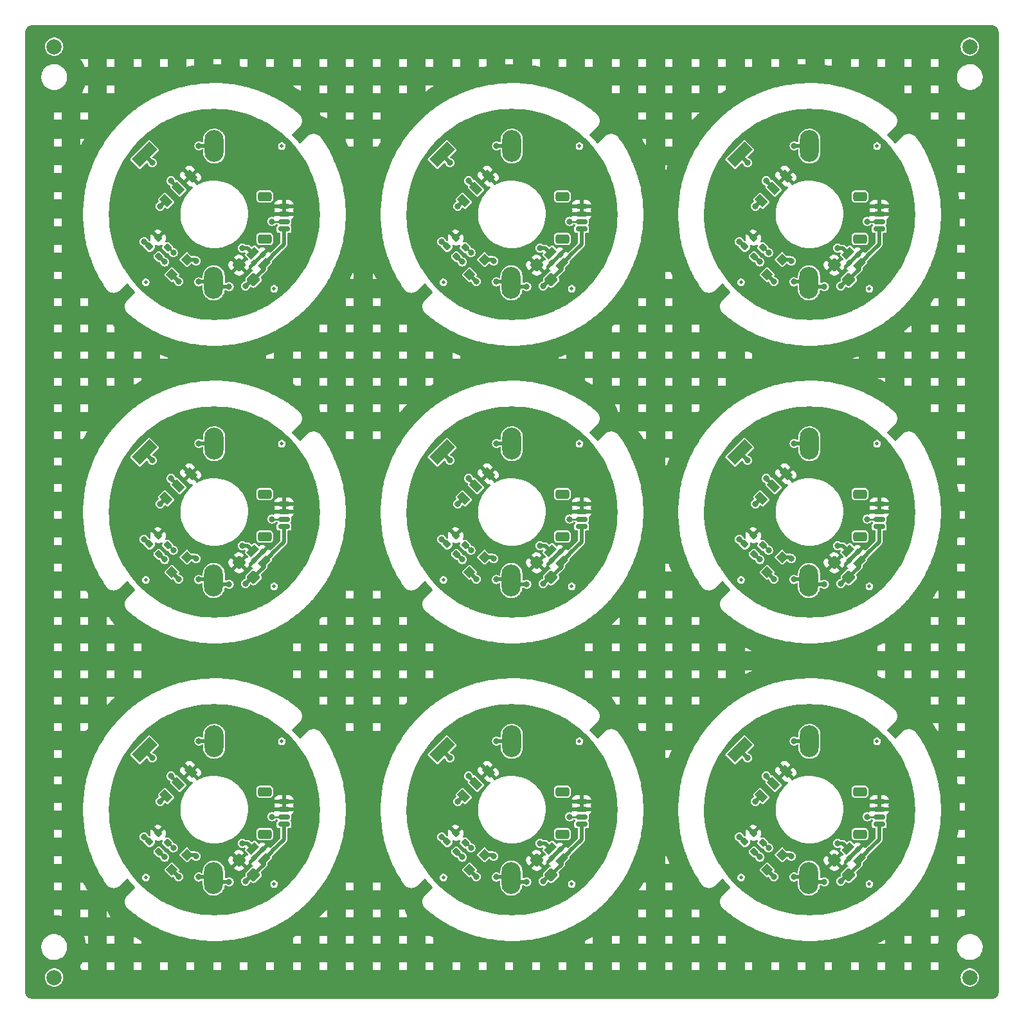
<source format=gtl>
G04 #@! TF.GenerationSoftware,KiCad,Pcbnew,6.0.0-d3dd2cf0fa~116~ubuntu20.04.1*
G04 #@! TF.CreationDate,2023-03-10T13:03:59+00:00*
G04 #@! TF.ProjectId,pixel-pump-motor-board-panel,70697865-6c2d-4707-956d-702d6d6f746f,rev?*
G04 #@! TF.SameCoordinates,Original*
G04 #@! TF.FileFunction,Copper,L1,Top*
G04 #@! TF.FilePolarity,Positive*
%FSLAX46Y46*%
G04 Gerber Fmt 4.6, Leading zero omitted, Abs format (unit mm)*
G04 Created by KiCad (PCBNEW 6.0.0-d3dd2cf0fa~116~ubuntu20.04.1) date 2023-03-10 13:03:59*
%MOMM*%
%LPD*%
G01*
G04 APERTURE LIST*
G04 Aperture macros list*
%AMRoundRect*
0 Rectangle with rounded corners*
0 $1 Rounding radius*
0 $2 $3 $4 $5 $6 $7 $8 $9 X,Y pos of 4 corners*
0 Add a 4 corners polygon primitive as box body*
4,1,4,$2,$3,$4,$5,$6,$7,$8,$9,$2,$3,0*
0 Add four circle primitives for the rounded corners*
1,1,$1+$1,$2,$3*
1,1,$1+$1,$4,$5*
1,1,$1+$1,$6,$7*
1,1,$1+$1,$8,$9*
0 Add four rect primitives between the rounded corners*
20,1,$1+$1,$2,$3,$4,$5,0*
20,1,$1+$1,$4,$5,$6,$7,0*
20,1,$1+$1,$6,$7,$8,$9,0*
20,1,$1+$1,$8,$9,$2,$3,0*%
%AMRotRect*
0 Rectangle, with rotation*
0 The origin of the aperture is its center*
0 $1 length*
0 $2 width*
0 $3 Rotation angle, in degrees counterclockwise*
0 Add horizontal line*
21,1,$1,$2,0,0,$3*%
G04 Aperture macros list end*
G04 #@! TA.AperFunction,ComponentPad*
%ADD10O,2.500000X4.200000*%
G04 #@! TD*
G04 #@! TA.AperFunction,SMDPad,CuDef*
%ADD11RoundRect,0.200000X0.053033X-0.335876X0.335876X-0.053033X-0.053033X0.335876X-0.335876X0.053033X0*%
G04 #@! TD*
G04 #@! TA.AperFunction,SMDPad,CuDef*
%ADD12RoundRect,0.150000X0.625000X-0.150000X0.625000X0.150000X-0.625000X0.150000X-0.625000X-0.150000X0*%
G04 #@! TD*
G04 #@! TA.AperFunction,SMDPad,CuDef*
%ADD13RoundRect,0.250000X0.650000X-0.350000X0.650000X0.350000X-0.650000X0.350000X-0.650000X-0.350000X0*%
G04 #@! TD*
G04 #@! TA.AperFunction,SMDPad,CuDef*
%ADD14C,0.500000*%
G04 #@! TD*
G04 #@! TA.AperFunction,SMDPad,CuDef*
%ADD15RotRect,1.100000X1.100000X45.000000*%
G04 #@! TD*
G04 #@! TA.AperFunction,SMDPad,CuDef*
%ADD16RoundRect,0.250000X0.618718X-0.017678X-0.017678X0.618718X-0.618718X0.017678X0.017678X-0.618718X0*%
G04 #@! TD*
G04 #@! TA.AperFunction,SMDPad,CuDef*
%ADD17RotRect,0.863600X1.473200X315.000000*%
G04 #@! TD*
G04 #@! TA.AperFunction,SMDPad,CuDef*
%ADD18RotRect,0.685800X0.533400X315.000000*%
G04 #@! TD*
G04 #@! TA.AperFunction,SMDPad,CuDef*
%ADD19RotRect,0.990600X1.498600X45.000000*%
G04 #@! TD*
G04 #@! TA.AperFunction,SMDPad,CuDef*
%ADD20RotRect,3.276600X1.498600X45.000000*%
G04 #@! TD*
G04 #@! TA.AperFunction,SMDPad,CuDef*
%ADD21C,2.000000*%
G04 #@! TD*
G04 #@! TA.AperFunction,ViaPad*
%ADD22C,0.800000*%
G04 #@! TD*
G04 #@! TA.AperFunction,Conductor*
%ADD23C,0.500000*%
G04 #@! TD*
G04 #@! TA.AperFunction,Conductor*
%ADD24C,0.250000*%
G04 #@! TD*
G04 APERTURE END LIST*
D10*
G04 #@! TO.P,J3,1,motor*
G04 #@! TO.N,Board_3-Net-(D1-Pad2)*
X25087233Y-55305630D03*
G04 #@! TD*
D11*
G04 #@! TO.P,R1,1*
G04 #@! TO.N,Board_1-Net-(Q1-Pad1)*
X57009870Y-30666393D03*
G04 #@! TO.P,R1,2*
G04 #@! TO.N,Board_1-PWM*
X58176596Y-29499667D03*
G04 #@! TD*
G04 #@! TO.P,R1,1*
G04 #@! TO.N,Board_3-Net-(Q1-Pad1)*
X17809870Y-69866393D03*
G04 #@! TO.P,R1,2*
G04 #@! TO.N,Board_3-PWM*
X18976596Y-68699667D03*
G04 #@! TD*
D12*
G04 #@! TO.P,J1,1,Pin_1*
G04 #@! TO.N,Board_5-+12V*
X112662233Y-66230630D03*
G04 #@! TO.P,J1,2,Pin_2*
G04 #@! TO.N,Board_5-PWM*
X112662233Y-65230630D03*
G04 #@! TO.P,J1,3,Pin_3*
G04 #@! TO.N,Board_5-GND*
X112662233Y-64230630D03*
G04 #@! TO.P,J1,4,Pin_4*
X112662233Y-63230630D03*
D13*
G04 #@! TO.P,J1,MP*
G04 #@! TO.N,N/C*
X110137233Y-61930630D03*
X110137233Y-67530630D03*
G04 #@! TD*
D14*
G04 #@! TO.P,FID3,*
G04 #@! TO.N,*
X32972833Y-74109030D03*
G04 #@! TD*
D15*
G04 #@! TO.P,D1,1,K*
G04 #@! TO.N,Board_5-+12V*
X97897284Y-72220579D03*
G04 #@! TO.P,D1,2,A*
G04 #@! TO.N,Board_5-Net-(D1-Pad2)*
X99877182Y-70240681D03*
G04 #@! TD*
D11*
G04 #@! TO.P,R1,1*
G04 #@! TO.N,Board_8-Net-(Q1-Pad1)*
X96209870Y-109066393D03*
G04 #@! TO.P,R1,2*
G04 #@! TO.N,Board_8-PWM*
X97376596Y-107899667D03*
G04 #@! TD*
D15*
G04 #@! TO.P,D1,1,K*
G04 #@! TO.N,Board_0-+12V*
X19497284Y-33020579D03*
G04 #@! TO.P,D1,2,A*
G04 #@! TO.N,Board_0-Net-(D1-Pad2)*
X21477182Y-31040681D03*
G04 #@! TD*
D11*
G04 #@! TO.P,R1,1*
G04 #@! TO.N,Board_2-Net-(Q1-Pad1)*
X96209870Y-30666393D03*
G04 #@! TO.P,R1,2*
G04 #@! TO.N,Board_2-PWM*
X97376596Y-29499667D03*
G04 #@! TD*
D15*
G04 #@! TO.P,D1,1,K*
G04 #@! TO.N,Board_8-+12V*
X97897284Y-111420579D03*
G04 #@! TO.P,D1,2,A*
G04 #@! TO.N,Board_8-Net-(D1-Pad2)*
X99877182Y-109440681D03*
G04 #@! TD*
D14*
G04 #@! TO.P,FID1,*
G04 #@! TO.N,*
X112388833Y-94513030D03*
G04 #@! TD*
D15*
G04 #@! TO.P,D1,1,K*
G04 #@! TO.N,Board_3-+12V*
X19497284Y-72220579D03*
G04 #@! TO.P,D1,2,A*
G04 #@! TO.N,Board_3-Net-(D1-Pad2)*
X21477182Y-70240681D03*
G04 #@! TD*
D16*
G04 #@! TO.P,C1,1*
G04 #@! TO.N,Board_5-+12V*
X108641827Y-72885224D03*
G04 #@! TO.P,C1,2*
G04 #@! TO.N,Board_5-GND*
X106732639Y-70976036D03*
G04 #@! TD*
D10*
G04 #@! TO.P,J3,1,motor*
G04 #@! TO.N,Board_4-Net-(D1-Pad2)*
X64287233Y-55305630D03*
G04 #@! TD*
D17*
G04 #@! TO.P,U1,1,1*
G04 #@! TO.N,Board_4-Net-(D1-Pad2)*
X69350852Y-69394249D03*
G04 #@! TO.P,U1,2,2*
G04 #@! TO.N,Board_4-+12V*
X70823614Y-70867011D03*
D18*
G04 #@! TO.P,U1,3,3*
G04 #@! TO.N,Board_4-GND*
X70670950Y-69546913D03*
G04 #@! TO.P,U1,4,4*
X69503516Y-70714347D03*
G04 #@! TD*
D16*
G04 #@! TO.P,C1,1*
G04 #@! TO.N,Board_7-+12V*
X69441827Y-112085224D03*
G04 #@! TO.P,C1,2*
G04 #@! TO.N,Board_7-GND*
X67532639Y-110176036D03*
G04 #@! TD*
D11*
G04 #@! TO.P,R1,1*
G04 #@! TO.N,Board_4-Net-(Q1-Pad1)*
X57009870Y-69866393D03*
G04 #@! TO.P,R1,2*
G04 #@! TO.N,Board_4-PWM*
X58176596Y-68699667D03*
G04 #@! TD*
D14*
G04 #@! TO.P,FID2,*
G04 #@! TO.N,*
X55266433Y-112445430D03*
G04 #@! TD*
D12*
G04 #@! TO.P,J1,1,Pin_1*
G04 #@! TO.N,Board_7-+12V*
X73462233Y-105430630D03*
G04 #@! TO.P,J1,2,Pin_2*
G04 #@! TO.N,Board_7-PWM*
X73462233Y-104430630D03*
G04 #@! TO.P,J1,3,Pin_3*
G04 #@! TO.N,Board_7-GND*
X73462233Y-103430630D03*
G04 #@! TO.P,J1,4,Pin_4*
X73462233Y-102430630D03*
D13*
G04 #@! TO.P,J1,MP*
G04 #@! TO.N,N/C*
X70937233Y-101130630D03*
X70937233Y-106730630D03*
G04 #@! TD*
D14*
G04 #@! TO.P,FID2,*
G04 #@! TO.N,*
X94466433Y-34045430D03*
G04 #@! TD*
G04 #@! TO.P,FID3,*
G04 #@! TO.N,*
X72172833Y-74109030D03*
G04 #@! TD*
D19*
G04 #@! TO.P,Q1,1*
G04 #@! TO.N,Board_6-Net-(Q1-Pad1)*
X18739274Y-101690564D03*
G04 #@! TO.P,Q1,2*
G04 #@! TO.N,Board_6-Net-(D1-Pad2)*
X20355721Y-100074118D03*
G04 #@! TO.P,Q1,3*
G04 #@! TO.N,Board_6-GND*
X21972167Y-98457671D03*
D20*
G04 #@! TO.P,Q1,T*
G04 #@! TO.N,Board_6-Net-(D1-Pad2)*
X15901513Y-95619910D03*
G04 #@! TD*
D12*
G04 #@! TO.P,J1,1,Pin_1*
G04 #@! TO.N,Board_6-+12V*
X34262233Y-105430630D03*
G04 #@! TO.P,J1,2,Pin_2*
G04 #@! TO.N,Board_6-PWM*
X34262233Y-104430630D03*
G04 #@! TO.P,J1,3,Pin_3*
G04 #@! TO.N,Board_6-GND*
X34262233Y-103430630D03*
G04 #@! TO.P,J1,4,Pin_4*
X34262233Y-102430630D03*
D13*
G04 #@! TO.P,J1,MP*
G04 #@! TO.N,N/C*
X31737233Y-106730630D03*
X31737233Y-101130630D03*
G04 #@! TD*
D14*
G04 #@! TO.P,FID1,*
G04 #@! TO.N,*
X112388833Y-16113030D03*
G04 #@! TD*
D19*
G04 #@! TO.P,Q1,1*
G04 #@! TO.N,Board_5-Net-(Q1-Pad1)*
X97139274Y-62490564D03*
G04 #@! TO.P,Q1,2*
G04 #@! TO.N,Board_5-Net-(D1-Pad2)*
X98755721Y-60874118D03*
G04 #@! TO.P,Q1,3*
G04 #@! TO.N,Board_5-GND*
X100372167Y-59257671D03*
D20*
G04 #@! TO.P,Q1,T*
G04 #@! TO.N,Board_5-Net-(D1-Pad2)*
X94301513Y-56419910D03*
G04 #@! TD*
D16*
G04 #@! TO.P,C1,1*
G04 #@! TO.N,Board_8-+12V*
X108641827Y-112085224D03*
G04 #@! TO.P,C1,2*
G04 #@! TO.N,Board_8-GND*
X106732639Y-110176036D03*
G04 #@! TD*
D19*
G04 #@! TO.P,Q1,1*
G04 #@! TO.N,Board_0-Net-(Q1-Pad1)*
X18739274Y-23290564D03*
G04 #@! TO.P,Q1,2*
G04 #@! TO.N,Board_0-Net-(D1-Pad2)*
X20355721Y-21674118D03*
G04 #@! TO.P,Q1,3*
G04 #@! TO.N,Board_0-GND*
X21972167Y-20057671D03*
D20*
G04 #@! TO.P,Q1,T*
G04 #@! TO.N,Board_0-Net-(D1-Pad2)*
X15901513Y-17219910D03*
G04 #@! TD*
D14*
G04 #@! TO.P,FID2,*
G04 #@! TO.N,*
X16066433Y-73245430D03*
G04 #@! TD*
G04 #@! TO.P,FID2,*
G04 #@! TO.N,*
X55266433Y-34045430D03*
G04 #@! TD*
D10*
G04 #@! TO.P,J2,1,motor*
G04 #@! TO.N,Board_7-+12V*
X64212233Y-112505630D03*
G04 #@! TD*
D11*
G04 #@! TO.P,R1,1*
G04 #@! TO.N,Board_5-Net-(Q1-Pad1)*
X96209870Y-69866393D03*
G04 #@! TO.P,R1,2*
G04 #@! TO.N,Board_5-PWM*
X97376596Y-68699667D03*
G04 #@! TD*
G04 #@! TO.P,R2,1*
G04 #@! TO.N,Board_0-Net-(Q1-Pad1)*
X16514470Y-29320193D03*
G04 #@! TO.P,R2,2*
G04 #@! TO.N,Board_0-GND*
X17681196Y-28153467D03*
G04 #@! TD*
G04 #@! TO.P,R1,1*
G04 #@! TO.N,Board_6-Net-(Q1-Pad1)*
X17809870Y-109066393D03*
G04 #@! TO.P,R1,2*
G04 #@! TO.N,Board_6-PWM*
X18976596Y-107899667D03*
G04 #@! TD*
D17*
G04 #@! TO.P,U1,1,1*
G04 #@! TO.N,Board_3-Net-(D1-Pad2)*
X30150852Y-69394249D03*
G04 #@! TO.P,U1,2,2*
G04 #@! TO.N,Board_3-+12V*
X31623614Y-70867011D03*
D18*
G04 #@! TO.P,U1,3,3*
G04 #@! TO.N,Board_3-GND*
X31470950Y-69546913D03*
G04 #@! TO.P,U1,4,4*
X30303516Y-70714347D03*
G04 #@! TD*
D16*
G04 #@! TO.P,C1,1*
G04 #@! TO.N,Board_3-+12V*
X30241827Y-72885224D03*
G04 #@! TO.P,C1,2*
G04 #@! TO.N,Board_3-GND*
X28332639Y-70976036D03*
G04 #@! TD*
D14*
G04 #@! TO.P,FID1,*
G04 #@! TO.N,*
X33988833Y-94513030D03*
G04 #@! TD*
D10*
G04 #@! TO.P,J2,1,motor*
G04 #@! TO.N,Board_3-+12V*
X25012233Y-73305630D03*
G04 #@! TD*
D11*
G04 #@! TO.P,R2,1*
G04 #@! TO.N,Board_5-Net-(Q1-Pad1)*
X94914470Y-68520193D03*
G04 #@! TO.P,R2,2*
G04 #@! TO.N,Board_5-GND*
X96081196Y-67353467D03*
G04 #@! TD*
D19*
G04 #@! TO.P,Q1,1*
G04 #@! TO.N,Board_3-Net-(Q1-Pad1)*
X18739274Y-62490564D03*
G04 #@! TO.P,Q1,2*
G04 #@! TO.N,Board_3-Net-(D1-Pad2)*
X20355721Y-60874118D03*
G04 #@! TO.P,Q1,3*
G04 #@! TO.N,Board_3-GND*
X21972167Y-59257671D03*
D20*
G04 #@! TO.P,Q1,T*
G04 #@! TO.N,Board_3-Net-(D1-Pad2)*
X15901513Y-56419910D03*
G04 #@! TD*
D19*
G04 #@! TO.P,Q1,1*
G04 #@! TO.N,Board_4-Net-(Q1-Pad1)*
X57939274Y-62490564D03*
G04 #@! TO.P,Q1,2*
G04 #@! TO.N,Board_4-Net-(D1-Pad2)*
X59555721Y-60874118D03*
G04 #@! TO.P,Q1,3*
G04 #@! TO.N,Board_4-GND*
X61172167Y-59257671D03*
D20*
G04 #@! TO.P,Q1,T*
G04 #@! TO.N,Board_4-Net-(D1-Pad2)*
X55101513Y-56419910D03*
G04 #@! TD*
D15*
G04 #@! TO.P,D1,1,K*
G04 #@! TO.N,Board_4-+12V*
X58697284Y-72220579D03*
G04 #@! TO.P,D1,2,A*
G04 #@! TO.N,Board_4-Net-(D1-Pad2)*
X60677182Y-70240681D03*
G04 #@! TD*
D17*
G04 #@! TO.P,U1,1,1*
G04 #@! TO.N,Board_0-Net-(D1-Pad2)*
X30150852Y-30194249D03*
G04 #@! TO.P,U1,2,2*
G04 #@! TO.N,Board_0-+12V*
X31623614Y-31667011D03*
D18*
G04 #@! TO.P,U1,3,3*
G04 #@! TO.N,Board_0-GND*
X31470950Y-30346913D03*
G04 #@! TO.P,U1,4,4*
X30303516Y-31514347D03*
G04 #@! TD*
D14*
G04 #@! TO.P,FID3,*
G04 #@! TO.N,*
X32972833Y-113309030D03*
G04 #@! TD*
D12*
G04 #@! TO.P,J1,1,Pin_1*
G04 #@! TO.N,Board_2-+12V*
X112662233Y-27030630D03*
G04 #@! TO.P,J1,2,Pin_2*
G04 #@! TO.N,Board_2-PWM*
X112662233Y-26030630D03*
G04 #@! TO.P,J1,3,Pin_3*
G04 #@! TO.N,Board_2-GND*
X112662233Y-25030630D03*
G04 #@! TO.P,J1,4,Pin_4*
X112662233Y-24030630D03*
D13*
G04 #@! TO.P,J1,MP*
G04 #@! TO.N,N/C*
X110137233Y-22730630D03*
X110137233Y-28330630D03*
G04 #@! TD*
D15*
G04 #@! TO.P,D1,1,K*
G04 #@! TO.N,Board_7-+12V*
X58697284Y-111420579D03*
G04 #@! TO.P,D1,2,A*
G04 #@! TO.N,Board_7-Net-(D1-Pad2)*
X60677182Y-109440681D03*
G04 #@! TD*
D12*
G04 #@! TO.P,J1,1,Pin_1*
G04 #@! TO.N,Board_1-+12V*
X73462233Y-27030630D03*
G04 #@! TO.P,J1,2,Pin_2*
G04 #@! TO.N,Board_1-PWM*
X73462233Y-26030630D03*
G04 #@! TO.P,J1,3,Pin_3*
G04 #@! TO.N,Board_1-GND*
X73462233Y-25030630D03*
G04 #@! TO.P,J1,4,Pin_4*
X73462233Y-24030630D03*
D13*
G04 #@! TO.P,J1,MP*
G04 #@! TO.N,N/C*
X70937233Y-28330630D03*
X70937233Y-22730630D03*
G04 #@! TD*
D10*
G04 #@! TO.P,J3,1,motor*
G04 #@! TO.N,Board_2-Net-(D1-Pad2)*
X103487233Y-16105630D03*
G04 #@! TD*
D19*
G04 #@! TO.P,Q1,1*
G04 #@! TO.N,Board_2-Net-(Q1-Pad1)*
X97139274Y-23290564D03*
G04 #@! TO.P,Q1,2*
G04 #@! TO.N,Board_2-Net-(D1-Pad2)*
X98755721Y-21674118D03*
G04 #@! TO.P,Q1,3*
G04 #@! TO.N,Board_2-GND*
X100372167Y-20057671D03*
D20*
G04 #@! TO.P,Q1,T*
G04 #@! TO.N,Board_2-Net-(D1-Pad2)*
X94301513Y-17219910D03*
G04 #@! TD*
D14*
G04 #@! TO.P,FID1,*
G04 #@! TO.N,*
X112388833Y-55313030D03*
G04 #@! TD*
D10*
G04 #@! TO.P,J2,1,motor*
G04 #@! TO.N,Board_6-+12V*
X25012233Y-112505630D03*
G04 #@! TD*
D21*
G04 #@! TO.P,REF\u002A\u002A,*
G04 #@! TO.N,*
X4000000Y-125597842D03*
G04 #@! TD*
D14*
G04 #@! TO.P,FID1,*
G04 #@! TO.N,*
X33988833Y-16113030D03*
G04 #@! TD*
D16*
G04 #@! TO.P,C1,1*
G04 #@! TO.N,Board_2-+12V*
X108641827Y-33685224D03*
G04 #@! TO.P,C1,2*
G04 #@! TO.N,Board_2-GND*
X106732639Y-31776036D03*
G04 #@! TD*
D14*
G04 #@! TO.P,FID2,*
G04 #@! TO.N,*
X55266433Y-73245430D03*
G04 #@! TD*
D10*
G04 #@! TO.P,J3,1,motor*
G04 #@! TO.N,Board_7-Net-(D1-Pad2)*
X64287233Y-94505630D03*
G04 #@! TD*
D16*
G04 #@! TO.P,C1,1*
G04 #@! TO.N,Board_1-+12V*
X69441827Y-33685224D03*
G04 #@! TO.P,C1,2*
G04 #@! TO.N,Board_1-GND*
X67532639Y-31776036D03*
G04 #@! TD*
D10*
G04 #@! TO.P,J3,1,motor*
G04 #@! TO.N,Board_0-Net-(D1-Pad2)*
X25087233Y-16105630D03*
G04 #@! TD*
D14*
G04 #@! TO.P,FID3,*
G04 #@! TO.N,*
X111372833Y-113309030D03*
G04 #@! TD*
D10*
G04 #@! TO.P,J2,1,motor*
G04 #@! TO.N,Board_8-+12V*
X103412233Y-112505630D03*
G04 #@! TD*
D12*
G04 #@! TO.P,J1,1,Pin_1*
G04 #@! TO.N,Board_4-+12V*
X73462233Y-66230630D03*
G04 #@! TO.P,J1,2,Pin_2*
G04 #@! TO.N,Board_4-PWM*
X73462233Y-65230630D03*
G04 #@! TO.P,J1,3,Pin_3*
G04 #@! TO.N,Board_4-GND*
X73462233Y-64230630D03*
G04 #@! TO.P,J1,4,Pin_4*
X73462233Y-63230630D03*
D13*
G04 #@! TO.P,J1,MP*
G04 #@! TO.N,N/C*
X70937233Y-61930630D03*
X70937233Y-67530630D03*
G04 #@! TD*
D11*
G04 #@! TO.P,R2,1*
G04 #@! TO.N,Board_3-Net-(Q1-Pad1)*
X16514470Y-68520193D03*
G04 #@! TO.P,R2,2*
G04 #@! TO.N,Board_3-GND*
X17681196Y-67353467D03*
G04 #@! TD*
D17*
G04 #@! TO.P,U1,1,1*
G04 #@! TO.N,Board_8-Net-(D1-Pad2)*
X108550852Y-108594249D03*
G04 #@! TO.P,U1,2,2*
G04 #@! TO.N,Board_8-+12V*
X110023614Y-110067011D03*
D18*
G04 #@! TO.P,U1,3,3*
G04 #@! TO.N,Board_8-GND*
X109870950Y-108746913D03*
G04 #@! TO.P,U1,4,4*
X108703516Y-109914347D03*
G04 #@! TD*
D16*
G04 #@! TO.P,C1,1*
G04 #@! TO.N,Board_6-+12V*
X30241827Y-112085224D03*
G04 #@! TO.P,C1,2*
G04 #@! TO.N,Board_6-GND*
X28332639Y-110176036D03*
G04 #@! TD*
D14*
G04 #@! TO.P,FID1,*
G04 #@! TO.N,*
X33988833Y-55313030D03*
G04 #@! TD*
G04 #@! TO.P,FID3,*
G04 #@! TO.N,*
X111372833Y-74109030D03*
G04 #@! TD*
D11*
G04 #@! TO.P,R2,1*
G04 #@! TO.N,Board_2-Net-(Q1-Pad1)*
X94914470Y-29320193D03*
G04 #@! TO.P,R2,2*
G04 #@! TO.N,Board_2-GND*
X96081196Y-28153467D03*
G04 #@! TD*
D14*
G04 #@! TO.P,FID3,*
G04 #@! TO.N,*
X32972833Y-34909030D03*
G04 #@! TD*
D17*
G04 #@! TO.P,U1,1,1*
G04 #@! TO.N,Board_5-Net-(D1-Pad2)*
X108550852Y-69394249D03*
G04 #@! TO.P,U1,2,2*
G04 #@! TO.N,Board_5-+12V*
X110023614Y-70867011D03*
D18*
G04 #@! TO.P,U1,3,3*
G04 #@! TO.N,Board_5-GND*
X109870950Y-69546913D03*
G04 #@! TO.P,U1,4,4*
X108703516Y-70714347D03*
G04 #@! TD*
D10*
G04 #@! TO.P,J3,1,motor*
G04 #@! TO.N,Board_1-Net-(D1-Pad2)*
X64287233Y-16105630D03*
G04 #@! TD*
D15*
G04 #@! TO.P,D1,1,K*
G04 #@! TO.N,Board_1-+12V*
X58697284Y-33020579D03*
G04 #@! TO.P,D1,2,A*
G04 #@! TO.N,Board_1-Net-(D1-Pad2)*
X60677182Y-31040681D03*
G04 #@! TD*
D14*
G04 #@! TO.P,FID3,*
G04 #@! TO.N,*
X111372833Y-34909030D03*
G04 #@! TD*
D17*
G04 #@! TO.P,U1,1,1*
G04 #@! TO.N,Board_1-Net-(D1-Pad2)*
X69350852Y-30194249D03*
G04 #@! TO.P,U1,2,2*
G04 #@! TO.N,Board_1-+12V*
X70823614Y-31667011D03*
D18*
G04 #@! TO.P,U1,3,3*
G04 #@! TO.N,Board_1-GND*
X70670950Y-30346913D03*
G04 #@! TO.P,U1,4,4*
X69503516Y-31514347D03*
G04 #@! TD*
D11*
G04 #@! TO.P,R2,1*
G04 #@! TO.N,Board_1-Net-(Q1-Pad1)*
X55714470Y-29320193D03*
G04 #@! TO.P,R2,2*
G04 #@! TO.N,Board_1-GND*
X56881196Y-28153467D03*
G04 #@! TD*
D21*
G04 #@! TO.P,REF\u002A\u002A,*
G04 #@! TO.N,*
X124595686Y-3000000D03*
G04 #@! TD*
D10*
G04 #@! TO.P,J3,1,motor*
G04 #@! TO.N,Board_5-Net-(D1-Pad2)*
X103487233Y-55305630D03*
G04 #@! TD*
D14*
G04 #@! TO.P,FID2,*
G04 #@! TO.N,*
X94466433Y-112445430D03*
G04 #@! TD*
D10*
G04 #@! TO.P,J3,1,motor*
G04 #@! TO.N,Board_6-Net-(D1-Pad2)*
X25087233Y-94505630D03*
G04 #@! TD*
D21*
G04 #@! TO.P,REF\u002A\u002A,*
G04 #@! TO.N,*
X124595686Y-125597842D03*
G04 #@! TD*
D11*
G04 #@! TO.P,R1,1*
G04 #@! TO.N,Board_7-Net-(Q1-Pad1)*
X57009870Y-109066393D03*
G04 #@! TO.P,R1,2*
G04 #@! TO.N,Board_7-PWM*
X58176596Y-107899667D03*
G04 #@! TD*
D10*
G04 #@! TO.P,J2,1,motor*
G04 #@! TO.N,Board_0-+12V*
X25012233Y-34105630D03*
G04 #@! TD*
D11*
G04 #@! TO.P,R2,1*
G04 #@! TO.N,Board_4-Net-(Q1-Pad1)*
X55714470Y-68520193D03*
G04 #@! TO.P,R2,2*
G04 #@! TO.N,Board_4-GND*
X56881196Y-67353467D03*
G04 #@! TD*
D12*
G04 #@! TO.P,J1,1,Pin_1*
G04 #@! TO.N,Board_0-+12V*
X34262233Y-27030630D03*
G04 #@! TO.P,J1,2,Pin_2*
G04 #@! TO.N,Board_0-PWM*
X34262233Y-26030630D03*
G04 #@! TO.P,J1,3,Pin_3*
G04 #@! TO.N,Board_0-GND*
X34262233Y-25030630D03*
G04 #@! TO.P,J1,4,Pin_4*
X34262233Y-24030630D03*
D13*
G04 #@! TO.P,J1,MP*
G04 #@! TO.N,N/C*
X31737233Y-28330630D03*
X31737233Y-22730630D03*
G04 #@! TD*
D10*
G04 #@! TO.P,J2,1,motor*
G04 #@! TO.N,Board_4-+12V*
X64212233Y-73305630D03*
G04 #@! TD*
D12*
G04 #@! TO.P,J1,1,Pin_1*
G04 #@! TO.N,Board_3-+12V*
X34262233Y-66230630D03*
G04 #@! TO.P,J1,2,Pin_2*
G04 #@! TO.N,Board_3-PWM*
X34262233Y-65230630D03*
G04 #@! TO.P,J1,3,Pin_3*
G04 #@! TO.N,Board_3-GND*
X34262233Y-64230630D03*
G04 #@! TO.P,J1,4,Pin_4*
X34262233Y-63230630D03*
D13*
G04 #@! TO.P,J1,MP*
G04 #@! TO.N,N/C*
X31737233Y-61930630D03*
X31737233Y-67530630D03*
G04 #@! TD*
D14*
G04 #@! TO.P,FID1,*
G04 #@! TO.N,*
X73188833Y-94513030D03*
G04 #@! TD*
D16*
G04 #@! TO.P,C1,1*
G04 #@! TO.N,Board_4-+12V*
X69441827Y-72885224D03*
G04 #@! TO.P,C1,2*
G04 #@! TO.N,Board_4-GND*
X67532639Y-70976036D03*
G04 #@! TD*
D12*
G04 #@! TO.P,J1,1,Pin_1*
G04 #@! TO.N,Board_8-+12V*
X112662233Y-105430630D03*
G04 #@! TO.P,J1,2,Pin_2*
G04 #@! TO.N,Board_8-PWM*
X112662233Y-104430630D03*
G04 #@! TO.P,J1,3,Pin_3*
G04 #@! TO.N,Board_8-GND*
X112662233Y-103430630D03*
G04 #@! TO.P,J1,4,Pin_4*
X112662233Y-102430630D03*
D13*
G04 #@! TO.P,J1,MP*
G04 #@! TO.N,N/C*
X110137233Y-101130630D03*
X110137233Y-106730630D03*
G04 #@! TD*
D15*
G04 #@! TO.P,D1,1,K*
G04 #@! TO.N,Board_2-+12V*
X97897284Y-33020579D03*
G04 #@! TO.P,D1,2,A*
G04 #@! TO.N,Board_2-Net-(D1-Pad2)*
X99877182Y-31040681D03*
G04 #@! TD*
D14*
G04 #@! TO.P,FID3,*
G04 #@! TO.N,*
X72172833Y-34909030D03*
G04 #@! TD*
D17*
G04 #@! TO.P,U1,1,1*
G04 #@! TO.N,Board_7-Net-(D1-Pad2)*
X69350852Y-108594249D03*
G04 #@! TO.P,U1,2,2*
G04 #@! TO.N,Board_7-+12V*
X70823614Y-110067011D03*
D18*
G04 #@! TO.P,U1,3,3*
G04 #@! TO.N,Board_7-GND*
X70670950Y-108746913D03*
G04 #@! TO.P,U1,4,4*
X69503516Y-109914347D03*
G04 #@! TD*
D19*
G04 #@! TO.P,Q1,1*
G04 #@! TO.N,Board_1-Net-(Q1-Pad1)*
X57939274Y-23290564D03*
G04 #@! TO.P,Q1,2*
G04 #@! TO.N,Board_1-Net-(D1-Pad2)*
X59555721Y-21674118D03*
G04 #@! TO.P,Q1,3*
G04 #@! TO.N,Board_1-GND*
X61172167Y-20057671D03*
D20*
G04 #@! TO.P,Q1,T*
G04 #@! TO.N,Board_1-Net-(D1-Pad2)*
X55101513Y-17219910D03*
G04 #@! TD*
D14*
G04 #@! TO.P,FID2,*
G04 #@! TO.N,*
X16066433Y-112445430D03*
G04 #@! TD*
G04 #@! TO.P,FID1,*
G04 #@! TO.N,*
X73188833Y-16113030D03*
G04 #@! TD*
G04 #@! TO.P,FID2,*
G04 #@! TO.N,*
X94466433Y-73245430D03*
G04 #@! TD*
D17*
G04 #@! TO.P,U1,1,1*
G04 #@! TO.N,Board_2-Net-(D1-Pad2)*
X108550852Y-30194249D03*
G04 #@! TO.P,U1,2,2*
G04 #@! TO.N,Board_2-+12V*
X110023614Y-31667011D03*
D18*
G04 #@! TO.P,U1,3,3*
G04 #@! TO.N,Board_2-GND*
X109870950Y-30346913D03*
G04 #@! TO.P,U1,4,4*
X108703516Y-31514347D03*
G04 #@! TD*
D14*
G04 #@! TO.P,FID1,*
G04 #@! TO.N,*
X73188833Y-55313030D03*
G04 #@! TD*
D19*
G04 #@! TO.P,Q1,1*
G04 #@! TO.N,Board_7-Net-(Q1-Pad1)*
X57939274Y-101690564D03*
G04 #@! TO.P,Q1,2*
G04 #@! TO.N,Board_7-Net-(D1-Pad2)*
X59555721Y-100074118D03*
G04 #@! TO.P,Q1,3*
G04 #@! TO.N,Board_7-GND*
X61172167Y-98457671D03*
D20*
G04 #@! TO.P,Q1,T*
G04 #@! TO.N,Board_7-Net-(D1-Pad2)*
X55101513Y-95619910D03*
G04 #@! TD*
D14*
G04 #@! TO.P,FID3,*
G04 #@! TO.N,*
X72172833Y-113309030D03*
G04 #@! TD*
D17*
G04 #@! TO.P,U1,1,1*
G04 #@! TO.N,Board_6-Net-(D1-Pad2)*
X30150852Y-108594249D03*
G04 #@! TO.P,U1,2,2*
G04 #@! TO.N,Board_6-+12V*
X31623614Y-110067011D03*
D18*
G04 #@! TO.P,U1,3,3*
G04 #@! TO.N,Board_6-GND*
X31470950Y-108746913D03*
G04 #@! TO.P,U1,4,4*
X30303516Y-109914347D03*
G04 #@! TD*
D16*
G04 #@! TO.P,C1,1*
G04 #@! TO.N,Board_0-+12V*
X30241827Y-33685224D03*
G04 #@! TO.P,C1,2*
G04 #@! TO.N,Board_0-GND*
X28332639Y-31776036D03*
G04 #@! TD*
D10*
G04 #@! TO.P,J3,1,motor*
G04 #@! TO.N,Board_8-Net-(D1-Pad2)*
X103487233Y-94505630D03*
G04 #@! TD*
D11*
G04 #@! TO.P,R2,1*
G04 #@! TO.N,Board_6-Net-(Q1-Pad1)*
X16514470Y-107720193D03*
G04 #@! TO.P,R2,2*
G04 #@! TO.N,Board_6-GND*
X17681196Y-106553467D03*
G04 #@! TD*
G04 #@! TO.P,R2,1*
G04 #@! TO.N,Board_8-Net-(Q1-Pad1)*
X94914470Y-107720193D03*
G04 #@! TO.P,R2,2*
G04 #@! TO.N,Board_8-GND*
X96081196Y-106553467D03*
G04 #@! TD*
D15*
G04 #@! TO.P,D1,1,K*
G04 #@! TO.N,Board_6-+12V*
X19497284Y-111420579D03*
G04 #@! TO.P,D1,2,A*
G04 #@! TO.N,Board_6-Net-(D1-Pad2)*
X21477182Y-109440681D03*
G04 #@! TD*
D10*
G04 #@! TO.P,J2,1,motor*
G04 #@! TO.N,Board_2-+12V*
X103412233Y-34105630D03*
G04 #@! TD*
G04 #@! TO.P,J2,1,motor*
G04 #@! TO.N,Board_5-+12V*
X103412233Y-73305630D03*
G04 #@! TD*
D11*
G04 #@! TO.P,R2,1*
G04 #@! TO.N,Board_7-Net-(Q1-Pad1)*
X55714470Y-107720193D03*
G04 #@! TO.P,R2,2*
G04 #@! TO.N,Board_7-GND*
X56881196Y-106553467D03*
G04 #@! TD*
G04 #@! TO.P,R1,1*
G04 #@! TO.N,Board_0-Net-(Q1-Pad1)*
X17809870Y-30666393D03*
G04 #@! TO.P,R1,2*
G04 #@! TO.N,Board_0-PWM*
X18976596Y-29499667D03*
G04 #@! TD*
D14*
G04 #@! TO.P,FID2,*
G04 #@! TO.N,*
X16066433Y-34045430D03*
G04 #@! TD*
D10*
G04 #@! TO.P,J2,1,motor*
G04 #@! TO.N,Board_1-+12V*
X64212233Y-34105630D03*
G04 #@! TD*
D19*
G04 #@! TO.P,Q1,1*
G04 #@! TO.N,Board_8-Net-(Q1-Pad1)*
X97139274Y-101690564D03*
G04 #@! TO.P,Q1,2*
G04 #@! TO.N,Board_8-Net-(D1-Pad2)*
X98755721Y-100074118D03*
G04 #@! TO.P,Q1,3*
G04 #@! TO.N,Board_8-GND*
X100372167Y-98457671D03*
D20*
G04 #@! TO.P,Q1,T*
G04 #@! TO.N,Board_8-Net-(D1-Pad2)*
X94301513Y-95619910D03*
G04 #@! TD*
D21*
G04 #@! TO.P,REF\u002A\u002A,*
G04 #@! TO.N,*
X4000000Y-3000000D03*
G04 #@! TD*
D22*
G04 #@! TO.N,Board_0-+12V*
X20387233Y-33930630D03*
X27037233Y-34605630D03*
X23037233Y-33980630D03*
X29187233Y-34530630D03*
G04 #@! TO.N,Board_0-GND*
X36410018Y-19301808D03*
X33938033Y-34070830D03*
X30847712Y-13739502D03*
X15177903Y-33090105D03*
X27060442Y-37651384D03*
X17059415Y-34971617D03*
X13414833Y-20151630D03*
X12652833Y-22386830D03*
X37519433Y-27644630D03*
X28363585Y-12785935D03*
X21775127Y-37374393D03*
X35462033Y-32292830D03*
X36732033Y-30032230D03*
X13728694Y-30858520D03*
X32001479Y-35754698D03*
X34960809Y-17070223D03*
X19291000Y-36420826D03*
X20120433Y-13395230D03*
X18137233Y-14405630D03*
X12775127Y-28374393D03*
X37363585Y-21785935D03*
X29630635Y-36962703D03*
X33079297Y-15188711D03*
X22508033Y-12607830D03*
G04 #@! TO.N,Board_0-Net-(D1-Pad2)*
X22687233Y-31230630D03*
X16912233Y-18305630D03*
X23062233Y-16055630D03*
X28787233Y-29530630D03*
X19387233Y-20680630D03*
G04 #@! TO.N,Board_0-Net-(Q1-Pad1)*
X18562233Y-31355630D03*
X15837233Y-28680630D03*
X17962233Y-24030630D03*
G04 #@! TO.N,Board_0-PWM*
X19687233Y-30155630D03*
X32687233Y-26030630D03*
G04 #@! TO.N,Board_1-+12V*
X59587233Y-33930630D03*
X66237233Y-34605630D03*
X62237233Y-33980630D03*
X68387233Y-34530630D03*
G04 #@! TO.N,Board_1-GND*
X75610018Y-19301808D03*
X73138033Y-34070830D03*
X70047712Y-13739502D03*
X54377903Y-33090105D03*
X66260442Y-37651384D03*
X56259415Y-34971617D03*
X52614833Y-20151630D03*
X51852833Y-22386830D03*
X76719433Y-27644630D03*
X67563585Y-12785935D03*
X60975127Y-37374393D03*
X74662033Y-32292830D03*
X75932033Y-30032230D03*
X52928694Y-30858520D03*
X71201479Y-35754698D03*
X74160809Y-17070223D03*
X58491000Y-36420826D03*
X59320433Y-13395230D03*
X57337233Y-14405630D03*
X51975127Y-28374393D03*
X76563585Y-21785935D03*
X68830635Y-36962703D03*
X72279297Y-15188711D03*
X61708033Y-12607830D03*
G04 #@! TO.N,Board_1-Net-(D1-Pad2)*
X61887233Y-31230630D03*
X56112233Y-18305630D03*
X62262233Y-16055630D03*
X67987233Y-29530630D03*
X58587233Y-20680630D03*
G04 #@! TO.N,Board_1-Net-(Q1-Pad1)*
X57762233Y-31355630D03*
X55037233Y-28680630D03*
X57162233Y-24030630D03*
G04 #@! TO.N,Board_1-PWM*
X58887233Y-30155630D03*
X71887233Y-26030630D03*
G04 #@! TO.N,Board_2-+12V*
X98787233Y-33930630D03*
X105437233Y-34605630D03*
X101437233Y-33980630D03*
X107587233Y-34530630D03*
G04 #@! TO.N,Board_2-GND*
X114810018Y-19301808D03*
X112338033Y-34070830D03*
X109247712Y-13739502D03*
X93577903Y-33090105D03*
X105460442Y-37651384D03*
X95459415Y-34971617D03*
X91814833Y-20151630D03*
X91052833Y-22386830D03*
X115919433Y-27644630D03*
X106763585Y-12785935D03*
X100175127Y-37374393D03*
X113862033Y-32292830D03*
X115132033Y-30032230D03*
X92128694Y-30858520D03*
X110401479Y-35754698D03*
X113360809Y-17070223D03*
X97691000Y-36420826D03*
X98520433Y-13395230D03*
X96537233Y-14405630D03*
X91175127Y-28374393D03*
X115763585Y-21785935D03*
X108030635Y-36962703D03*
X111479297Y-15188711D03*
X100908033Y-12607830D03*
G04 #@! TO.N,Board_2-Net-(D1-Pad2)*
X101087233Y-31230630D03*
X95312233Y-18305630D03*
X101462233Y-16055630D03*
X107187233Y-29530630D03*
X97787233Y-20680630D03*
G04 #@! TO.N,Board_2-Net-(Q1-Pad1)*
X96962233Y-31355630D03*
X94237233Y-28680630D03*
X96362233Y-24030630D03*
G04 #@! TO.N,Board_2-PWM*
X98087233Y-30155630D03*
X111087233Y-26030630D03*
G04 #@! TO.N,Board_3-+12V*
X20387233Y-73130630D03*
X27037233Y-73805630D03*
X23037233Y-73180630D03*
X29187233Y-73730630D03*
G04 #@! TO.N,Board_3-GND*
X36410018Y-58501808D03*
X33938033Y-73270830D03*
X30847712Y-52939502D03*
X15177903Y-72290105D03*
X27060442Y-76851384D03*
X17059415Y-74171617D03*
X13414833Y-59351630D03*
X12652833Y-61586830D03*
X37519433Y-66844630D03*
X28363585Y-51985935D03*
X21775127Y-76574393D03*
X35462033Y-71492830D03*
X36732033Y-69232230D03*
X13728694Y-70058520D03*
X32001479Y-74954698D03*
X34960809Y-56270223D03*
X19291000Y-75620826D03*
X20120433Y-52595230D03*
X18137233Y-53605630D03*
X12775127Y-67574393D03*
X37363585Y-60985935D03*
X29630635Y-76162703D03*
X33079297Y-54388711D03*
X22508033Y-51807830D03*
G04 #@! TO.N,Board_3-Net-(D1-Pad2)*
X22687233Y-70430630D03*
X16912233Y-57505630D03*
X23062233Y-55255630D03*
X28787233Y-68730630D03*
X19387233Y-59880630D03*
G04 #@! TO.N,Board_3-Net-(Q1-Pad1)*
X18562233Y-70555630D03*
X15837233Y-67880630D03*
X17962233Y-63230630D03*
G04 #@! TO.N,Board_3-PWM*
X19687233Y-69355630D03*
X32687233Y-65230630D03*
G04 #@! TO.N,Board_4-+12V*
X59587233Y-73130630D03*
X66237233Y-73805630D03*
X62237233Y-73180630D03*
X68387233Y-73730630D03*
G04 #@! TO.N,Board_4-GND*
X75610018Y-58501808D03*
X73138033Y-73270830D03*
X70047712Y-52939502D03*
X54377903Y-72290105D03*
X66260442Y-76851384D03*
X56259415Y-74171617D03*
X52614833Y-59351630D03*
X51852833Y-61586830D03*
X76719433Y-66844630D03*
X67563585Y-51985935D03*
X60975127Y-76574393D03*
X74662033Y-71492830D03*
X75932033Y-69232230D03*
X52928694Y-70058520D03*
X71201479Y-74954698D03*
X74160809Y-56270223D03*
X58491000Y-75620826D03*
X59320433Y-52595230D03*
X57337233Y-53605630D03*
X51975127Y-67574393D03*
X76563585Y-60985935D03*
X68830635Y-76162703D03*
X72279297Y-54388711D03*
X61708033Y-51807830D03*
G04 #@! TO.N,Board_4-Net-(D1-Pad2)*
X61887233Y-70430630D03*
X56112233Y-57505630D03*
X62262233Y-55255630D03*
X67987233Y-68730630D03*
X58587233Y-59880630D03*
G04 #@! TO.N,Board_4-Net-(Q1-Pad1)*
X57762233Y-70555630D03*
X55037233Y-67880630D03*
X57162233Y-63230630D03*
G04 #@! TO.N,Board_4-PWM*
X58887233Y-69355630D03*
X71887233Y-65230630D03*
G04 #@! TO.N,Board_5-+12V*
X98787233Y-73130630D03*
X105437233Y-73805630D03*
X101437233Y-73180630D03*
X107587233Y-73730630D03*
G04 #@! TO.N,Board_5-GND*
X114810018Y-58501808D03*
X112338033Y-73270830D03*
X109247712Y-52939502D03*
X93577903Y-72290105D03*
X105460442Y-76851384D03*
X95459415Y-74171617D03*
X91814833Y-59351630D03*
X91052833Y-61586830D03*
X115919433Y-66844630D03*
X106763585Y-51985935D03*
X100175127Y-76574393D03*
X113862033Y-71492830D03*
X115132033Y-69232230D03*
X92128694Y-70058520D03*
X110401479Y-74954698D03*
X113360809Y-56270223D03*
X97691000Y-75620826D03*
X98520433Y-52595230D03*
X96537233Y-53605630D03*
X91175127Y-67574393D03*
X115763585Y-60985935D03*
X108030635Y-76162703D03*
X111479297Y-54388711D03*
X100908033Y-51807830D03*
G04 #@! TO.N,Board_5-Net-(D1-Pad2)*
X101087233Y-70430630D03*
X95312233Y-57505630D03*
X101462233Y-55255630D03*
X107187233Y-68730630D03*
X97787233Y-59880630D03*
G04 #@! TO.N,Board_5-Net-(Q1-Pad1)*
X96962233Y-70555630D03*
X94237233Y-67880630D03*
X96362233Y-63230630D03*
G04 #@! TO.N,Board_5-PWM*
X98087233Y-69355630D03*
X111087233Y-65230630D03*
G04 #@! TO.N,Board_6-+12V*
X20387233Y-112330630D03*
X27037233Y-113005630D03*
X23037233Y-112380630D03*
X29187233Y-112930630D03*
G04 #@! TO.N,Board_6-GND*
X36410018Y-97701808D03*
X33938033Y-112470830D03*
X30847712Y-92139502D03*
X15177903Y-111490105D03*
X27060442Y-116051384D03*
X17059415Y-113371617D03*
X13414833Y-98551630D03*
X12652833Y-100786830D03*
X37519433Y-106044630D03*
X28363585Y-91185935D03*
X21775127Y-115774393D03*
X35462033Y-110692830D03*
X36732033Y-108432230D03*
X13728694Y-109258520D03*
X32001479Y-114154698D03*
X34960809Y-95470223D03*
X19291000Y-114820826D03*
X20120433Y-91795230D03*
X18137233Y-92805630D03*
X12775127Y-106774393D03*
X37363585Y-100185935D03*
X29630635Y-115362703D03*
X33079297Y-93588711D03*
X22508033Y-91007830D03*
G04 #@! TO.N,Board_6-Net-(D1-Pad2)*
X22687233Y-109630630D03*
X16912233Y-96705630D03*
X23062233Y-94455630D03*
X28787233Y-107930630D03*
X19387233Y-99080630D03*
G04 #@! TO.N,Board_6-Net-(Q1-Pad1)*
X18562233Y-109755630D03*
X15837233Y-107080630D03*
X17962233Y-102430630D03*
G04 #@! TO.N,Board_6-PWM*
X19687233Y-108555630D03*
X32687233Y-104430630D03*
G04 #@! TO.N,Board_7-+12V*
X59587233Y-112330630D03*
X66237233Y-113005630D03*
X62237233Y-112380630D03*
X68387233Y-112930630D03*
G04 #@! TO.N,Board_7-GND*
X75610018Y-97701808D03*
X73138033Y-112470830D03*
X70047712Y-92139502D03*
X54377903Y-111490105D03*
X66260442Y-116051384D03*
X56259415Y-113371617D03*
X52614833Y-98551630D03*
X51852833Y-100786830D03*
X76719433Y-106044630D03*
X67563585Y-91185935D03*
X60975127Y-115774393D03*
X74662033Y-110692830D03*
X75932033Y-108432230D03*
X52928694Y-109258520D03*
X71201479Y-114154698D03*
X74160809Y-95470223D03*
X58491000Y-114820826D03*
X59320433Y-91795230D03*
X57337233Y-92805630D03*
X51975127Y-106774393D03*
X76563585Y-100185935D03*
X68830635Y-115362703D03*
X72279297Y-93588711D03*
X61708033Y-91007830D03*
G04 #@! TO.N,Board_7-Net-(D1-Pad2)*
X61887233Y-109630630D03*
X56112233Y-96705630D03*
X62262233Y-94455630D03*
X67987233Y-107930630D03*
X58587233Y-99080630D03*
G04 #@! TO.N,Board_7-Net-(Q1-Pad1)*
X57762233Y-109755630D03*
X55037233Y-107080630D03*
X57162233Y-102430630D03*
G04 #@! TO.N,Board_7-PWM*
X58887233Y-108555630D03*
X71887233Y-104430630D03*
G04 #@! TO.N,Board_8-+12V*
X98787233Y-112330630D03*
X105437233Y-113005630D03*
X101437233Y-112380630D03*
X107587233Y-112930630D03*
G04 #@! TO.N,Board_8-GND*
X114810018Y-97701808D03*
X112338033Y-112470830D03*
X109247712Y-92139502D03*
X93577903Y-111490105D03*
X105460442Y-116051384D03*
X95459415Y-113371617D03*
X91814833Y-98551630D03*
X91052833Y-100786830D03*
X115919433Y-106044630D03*
X106763585Y-91185935D03*
X100175127Y-115774393D03*
X113862033Y-110692830D03*
X115132033Y-108432230D03*
X92128694Y-109258520D03*
X110401479Y-114154698D03*
X113360809Y-95470223D03*
X97691000Y-114820826D03*
X98520433Y-91795230D03*
X96537233Y-92805630D03*
X91175127Y-106774393D03*
X115763585Y-100185935D03*
X108030635Y-115362703D03*
X111479297Y-93588711D03*
X100908033Y-91007830D03*
G04 #@! TO.N,Board_8-Net-(D1-Pad2)*
X101087233Y-109630630D03*
X95312233Y-96705630D03*
X101462233Y-94455630D03*
X107187233Y-107930630D03*
X97787233Y-99080630D03*
G04 #@! TO.N,Board_8-Net-(Q1-Pad1)*
X96962233Y-109755630D03*
X94237233Y-107080630D03*
X96362233Y-102430630D03*
G04 #@! TO.N,Board_8-PWM*
X98087233Y-108555630D03*
X111087233Y-104430630D03*
G04 #@! TD*
D23*
G04 #@! TO.N,Board_0-+12V*
X31623614Y-32303437D02*
X30241827Y-33685224D01*
X34262233Y-27030630D02*
X34262233Y-29005630D01*
X27037233Y-34605630D02*
X25481233Y-34605630D01*
X25481233Y-34605630D02*
X25048033Y-34172430D01*
X19497284Y-33020579D02*
X19497284Y-33040681D01*
X19497284Y-33040681D02*
X20387233Y-33930630D01*
X34262233Y-29005630D02*
X32687233Y-30580630D01*
X24856233Y-33980630D02*
X25048033Y-34172430D01*
X30241827Y-33685224D02*
X30032639Y-33685224D01*
X23037233Y-33980630D02*
X24856233Y-33980630D01*
X32687233Y-30603392D02*
X31623614Y-31667011D01*
X31623614Y-31667011D02*
X31623614Y-32303437D01*
X30032639Y-33685224D02*
X29187233Y-34530630D01*
X32687233Y-30580630D02*
X32687233Y-30603392D01*
G04 #@! TO.N,Board_0-GND*
X30303516Y-31514347D02*
X31470950Y-30346913D01*
G04 #@! TO.N,Board_0-Net-(D1-Pad2)*
X25092233Y-16055630D02*
X25098833Y-16062230D01*
X23062233Y-16055630D02*
X25092233Y-16055630D01*
X15909610Y-17228007D02*
X15909610Y-17303007D01*
X22497284Y-31040681D02*
X22687233Y-31230630D01*
X28787233Y-29530630D02*
X29487233Y-29530630D01*
X15909610Y-17303007D02*
X16912233Y-18305630D01*
X29487233Y-29530630D02*
X30150852Y-30194249D01*
X21477182Y-31040681D02*
X22497284Y-31040681D01*
X19387233Y-20680630D02*
X19387233Y-20705630D01*
X19387233Y-20705630D02*
X20363817Y-21682214D01*
G04 #@! TO.N,Board_0-Net-(Q1-Pad1)*
X18562233Y-31355630D02*
X18499107Y-31355630D01*
X18747371Y-23298660D02*
X18694203Y-23298660D01*
X15874907Y-28680630D02*
X16514470Y-29320193D01*
X15837233Y-28680630D02*
X15874907Y-28680630D01*
X18499107Y-31355630D02*
X17809870Y-30666393D01*
X18694203Y-23298660D02*
X17962233Y-24030630D01*
D24*
G04 #@! TO.N,Board_0-PWM*
X19031270Y-29499667D02*
X19687233Y-30155630D01*
X32687233Y-26030630D02*
X34262233Y-26030630D01*
X18976596Y-29499667D02*
X19031270Y-29499667D01*
D23*
G04 #@! TO.N,Board_1-+12V*
X70823614Y-32303437D02*
X69441827Y-33685224D01*
X73462233Y-27030630D02*
X73462233Y-29005630D01*
X66237233Y-34605630D02*
X64681233Y-34605630D01*
X64681233Y-34605630D02*
X64248033Y-34172430D01*
X58697284Y-33020579D02*
X58697284Y-33040681D01*
X58697284Y-33040681D02*
X59587233Y-33930630D01*
X73462233Y-29005630D02*
X71887233Y-30580630D01*
X64056233Y-33980630D02*
X64248033Y-34172430D01*
X69441827Y-33685224D02*
X69232639Y-33685224D01*
X62237233Y-33980630D02*
X64056233Y-33980630D01*
X71887233Y-30603392D02*
X70823614Y-31667011D01*
X70823614Y-31667011D02*
X70823614Y-32303437D01*
X69232639Y-33685224D02*
X68387233Y-34530630D01*
X71887233Y-30580630D02*
X71887233Y-30603392D01*
G04 #@! TO.N,Board_1-GND*
X69503516Y-31514347D02*
X70670950Y-30346913D01*
G04 #@! TO.N,Board_1-Net-(D1-Pad2)*
X64292233Y-16055630D02*
X64298833Y-16062230D01*
X62262233Y-16055630D02*
X64292233Y-16055630D01*
X55109610Y-17228007D02*
X55109610Y-17303007D01*
X61697284Y-31040681D02*
X61887233Y-31230630D01*
X67987233Y-29530630D02*
X68687233Y-29530630D01*
X55109610Y-17303007D02*
X56112233Y-18305630D01*
X68687233Y-29530630D02*
X69350852Y-30194249D01*
X60677182Y-31040681D02*
X61697284Y-31040681D01*
X58587233Y-20680630D02*
X58587233Y-20705630D01*
X58587233Y-20705630D02*
X59563817Y-21682214D01*
G04 #@! TO.N,Board_1-Net-(Q1-Pad1)*
X57762233Y-31355630D02*
X57699107Y-31355630D01*
X57947371Y-23298660D02*
X57894203Y-23298660D01*
X55074907Y-28680630D02*
X55714470Y-29320193D01*
X55037233Y-28680630D02*
X55074907Y-28680630D01*
X57699107Y-31355630D02*
X57009870Y-30666393D01*
X57894203Y-23298660D02*
X57162233Y-24030630D01*
D24*
G04 #@! TO.N,Board_1-PWM*
X58231270Y-29499667D02*
X58887233Y-30155630D01*
X71887233Y-26030630D02*
X73462233Y-26030630D01*
X58176596Y-29499667D02*
X58231270Y-29499667D01*
D23*
G04 #@! TO.N,Board_2-+12V*
X110023614Y-32303437D02*
X108641827Y-33685224D01*
X112662233Y-27030630D02*
X112662233Y-29005630D01*
X105437233Y-34605630D02*
X103881233Y-34605630D01*
X103881233Y-34605630D02*
X103448033Y-34172430D01*
X97897284Y-33020579D02*
X97897284Y-33040681D01*
X97897284Y-33040681D02*
X98787233Y-33930630D01*
X112662233Y-29005630D02*
X111087233Y-30580630D01*
X103256233Y-33980630D02*
X103448033Y-34172430D01*
X108641827Y-33685224D02*
X108432639Y-33685224D01*
X101437233Y-33980630D02*
X103256233Y-33980630D01*
X111087233Y-30603392D02*
X110023614Y-31667011D01*
X110023614Y-31667011D02*
X110023614Y-32303437D01*
X108432639Y-33685224D02*
X107587233Y-34530630D01*
X111087233Y-30580630D02*
X111087233Y-30603392D01*
G04 #@! TO.N,Board_2-GND*
X108703516Y-31514347D02*
X109870950Y-30346913D01*
G04 #@! TO.N,Board_2-Net-(D1-Pad2)*
X103492233Y-16055630D02*
X103498833Y-16062230D01*
X101462233Y-16055630D02*
X103492233Y-16055630D01*
X94309610Y-17228007D02*
X94309610Y-17303007D01*
X100897284Y-31040681D02*
X101087233Y-31230630D01*
X107187233Y-29530630D02*
X107887233Y-29530630D01*
X94309610Y-17303007D02*
X95312233Y-18305630D01*
X107887233Y-29530630D02*
X108550852Y-30194249D01*
X99877182Y-31040681D02*
X100897284Y-31040681D01*
X97787233Y-20680630D02*
X97787233Y-20705630D01*
X97787233Y-20705630D02*
X98763817Y-21682214D01*
G04 #@! TO.N,Board_2-Net-(Q1-Pad1)*
X96962233Y-31355630D02*
X96899107Y-31355630D01*
X97147371Y-23298660D02*
X97094203Y-23298660D01*
X94274907Y-28680630D02*
X94914470Y-29320193D01*
X94237233Y-28680630D02*
X94274907Y-28680630D01*
X96899107Y-31355630D02*
X96209870Y-30666393D01*
X97094203Y-23298660D02*
X96362233Y-24030630D01*
D24*
G04 #@! TO.N,Board_2-PWM*
X97431270Y-29499667D02*
X98087233Y-30155630D01*
X111087233Y-26030630D02*
X112662233Y-26030630D01*
X97376596Y-29499667D02*
X97431270Y-29499667D01*
D23*
G04 #@! TO.N,Board_3-+12V*
X31623614Y-71503437D02*
X30241827Y-72885224D01*
X34262233Y-66230630D02*
X34262233Y-68205630D01*
X27037233Y-73805630D02*
X25481233Y-73805630D01*
X25481233Y-73805630D02*
X25048033Y-73372430D01*
X19497284Y-72220579D02*
X19497284Y-72240681D01*
X19497284Y-72240681D02*
X20387233Y-73130630D01*
X34262233Y-68205630D02*
X32687233Y-69780630D01*
X24856233Y-73180630D02*
X25048033Y-73372430D01*
X30241827Y-72885224D02*
X30032639Y-72885224D01*
X23037233Y-73180630D02*
X24856233Y-73180630D01*
X32687233Y-69803392D02*
X31623614Y-70867011D01*
X31623614Y-70867011D02*
X31623614Y-71503437D01*
X30032639Y-72885224D02*
X29187233Y-73730630D01*
X32687233Y-69780630D02*
X32687233Y-69803392D01*
G04 #@! TO.N,Board_3-GND*
X30303516Y-70714347D02*
X31470950Y-69546913D01*
G04 #@! TO.N,Board_3-Net-(D1-Pad2)*
X25092233Y-55255630D02*
X25098833Y-55262230D01*
X23062233Y-55255630D02*
X25092233Y-55255630D01*
X15909610Y-56428007D02*
X15909610Y-56503007D01*
X22497284Y-70240681D02*
X22687233Y-70430630D01*
X28787233Y-68730630D02*
X29487233Y-68730630D01*
X15909610Y-56503007D02*
X16912233Y-57505630D01*
X29487233Y-68730630D02*
X30150852Y-69394249D01*
X21477182Y-70240681D02*
X22497284Y-70240681D01*
X19387233Y-59880630D02*
X19387233Y-59905630D01*
X19387233Y-59905630D02*
X20363817Y-60882214D01*
G04 #@! TO.N,Board_3-Net-(Q1-Pad1)*
X18562233Y-70555630D02*
X18499107Y-70555630D01*
X18747371Y-62498660D02*
X18694203Y-62498660D01*
X15874907Y-67880630D02*
X16514470Y-68520193D01*
X15837233Y-67880630D02*
X15874907Y-67880630D01*
X18499107Y-70555630D02*
X17809870Y-69866393D01*
X18694203Y-62498660D02*
X17962233Y-63230630D01*
D24*
G04 #@! TO.N,Board_3-PWM*
X19031270Y-68699667D02*
X19687233Y-69355630D01*
X32687233Y-65230630D02*
X34262233Y-65230630D01*
X18976596Y-68699667D02*
X19031270Y-68699667D01*
D23*
G04 #@! TO.N,Board_4-+12V*
X70823614Y-71503437D02*
X69441827Y-72885224D01*
X73462233Y-66230630D02*
X73462233Y-68205630D01*
X66237233Y-73805630D02*
X64681233Y-73805630D01*
X64681233Y-73805630D02*
X64248033Y-73372430D01*
X58697284Y-72220579D02*
X58697284Y-72240681D01*
X58697284Y-72240681D02*
X59587233Y-73130630D01*
X73462233Y-68205630D02*
X71887233Y-69780630D01*
X64056233Y-73180630D02*
X64248033Y-73372430D01*
X69441827Y-72885224D02*
X69232639Y-72885224D01*
X62237233Y-73180630D02*
X64056233Y-73180630D01*
X71887233Y-69803392D02*
X70823614Y-70867011D01*
X70823614Y-70867011D02*
X70823614Y-71503437D01*
X69232639Y-72885224D02*
X68387233Y-73730630D01*
X71887233Y-69780630D02*
X71887233Y-69803392D01*
G04 #@! TO.N,Board_4-GND*
X69503516Y-70714347D02*
X70670950Y-69546913D01*
G04 #@! TO.N,Board_4-Net-(D1-Pad2)*
X64292233Y-55255630D02*
X64298833Y-55262230D01*
X62262233Y-55255630D02*
X64292233Y-55255630D01*
X55109610Y-56428007D02*
X55109610Y-56503007D01*
X61697284Y-70240681D02*
X61887233Y-70430630D01*
X67987233Y-68730630D02*
X68687233Y-68730630D01*
X55109610Y-56503007D02*
X56112233Y-57505630D01*
X68687233Y-68730630D02*
X69350852Y-69394249D01*
X60677182Y-70240681D02*
X61697284Y-70240681D01*
X58587233Y-59880630D02*
X58587233Y-59905630D01*
X58587233Y-59905630D02*
X59563817Y-60882214D01*
G04 #@! TO.N,Board_4-Net-(Q1-Pad1)*
X57762233Y-70555630D02*
X57699107Y-70555630D01*
X57947371Y-62498660D02*
X57894203Y-62498660D01*
X55074907Y-67880630D02*
X55714470Y-68520193D01*
X55037233Y-67880630D02*
X55074907Y-67880630D01*
X57699107Y-70555630D02*
X57009870Y-69866393D01*
X57894203Y-62498660D02*
X57162233Y-63230630D01*
D24*
G04 #@! TO.N,Board_4-PWM*
X58231270Y-68699667D02*
X58887233Y-69355630D01*
X71887233Y-65230630D02*
X73462233Y-65230630D01*
X58176596Y-68699667D02*
X58231270Y-68699667D01*
D23*
G04 #@! TO.N,Board_5-+12V*
X110023614Y-71503437D02*
X108641827Y-72885224D01*
X112662233Y-66230630D02*
X112662233Y-68205630D01*
X105437233Y-73805630D02*
X103881233Y-73805630D01*
X103881233Y-73805630D02*
X103448033Y-73372430D01*
X97897284Y-72220579D02*
X97897284Y-72240681D01*
X97897284Y-72240681D02*
X98787233Y-73130630D01*
X112662233Y-68205630D02*
X111087233Y-69780630D01*
X103256233Y-73180630D02*
X103448033Y-73372430D01*
X108641827Y-72885224D02*
X108432639Y-72885224D01*
X101437233Y-73180630D02*
X103256233Y-73180630D01*
X111087233Y-69803392D02*
X110023614Y-70867011D01*
X110023614Y-70867011D02*
X110023614Y-71503437D01*
X108432639Y-72885224D02*
X107587233Y-73730630D01*
X111087233Y-69780630D02*
X111087233Y-69803392D01*
G04 #@! TO.N,Board_5-GND*
X108703516Y-70714347D02*
X109870950Y-69546913D01*
G04 #@! TO.N,Board_5-Net-(D1-Pad2)*
X103492233Y-55255630D02*
X103498833Y-55262230D01*
X101462233Y-55255630D02*
X103492233Y-55255630D01*
X94309610Y-56428007D02*
X94309610Y-56503007D01*
X100897284Y-70240681D02*
X101087233Y-70430630D01*
X107187233Y-68730630D02*
X107887233Y-68730630D01*
X94309610Y-56503007D02*
X95312233Y-57505630D01*
X107887233Y-68730630D02*
X108550852Y-69394249D01*
X99877182Y-70240681D02*
X100897284Y-70240681D01*
X97787233Y-59880630D02*
X97787233Y-59905630D01*
X97787233Y-59905630D02*
X98763817Y-60882214D01*
G04 #@! TO.N,Board_5-Net-(Q1-Pad1)*
X96962233Y-70555630D02*
X96899107Y-70555630D01*
X97147371Y-62498660D02*
X97094203Y-62498660D01*
X94274907Y-67880630D02*
X94914470Y-68520193D01*
X94237233Y-67880630D02*
X94274907Y-67880630D01*
X96899107Y-70555630D02*
X96209870Y-69866393D01*
X97094203Y-62498660D02*
X96362233Y-63230630D01*
D24*
G04 #@! TO.N,Board_5-PWM*
X97431270Y-68699667D02*
X98087233Y-69355630D01*
X111087233Y-65230630D02*
X112662233Y-65230630D01*
X97376596Y-68699667D02*
X97431270Y-68699667D01*
D23*
G04 #@! TO.N,Board_6-+12V*
X31623614Y-110703437D02*
X30241827Y-112085224D01*
X34262233Y-105430630D02*
X34262233Y-107405630D01*
X27037233Y-113005630D02*
X25481233Y-113005630D01*
X25481233Y-113005630D02*
X25048033Y-112572430D01*
X19497284Y-111420579D02*
X19497284Y-111440681D01*
X19497284Y-111440681D02*
X20387233Y-112330630D01*
X34262233Y-107405630D02*
X32687233Y-108980630D01*
X24856233Y-112380630D02*
X25048033Y-112572430D01*
X30241827Y-112085224D02*
X30032639Y-112085224D01*
X23037233Y-112380630D02*
X24856233Y-112380630D01*
X32687233Y-109003392D02*
X31623614Y-110067011D01*
X31623614Y-110067011D02*
X31623614Y-110703437D01*
X30032639Y-112085224D02*
X29187233Y-112930630D01*
X32687233Y-108980630D02*
X32687233Y-109003392D01*
G04 #@! TO.N,Board_6-GND*
X30303516Y-109914347D02*
X31470950Y-108746913D01*
G04 #@! TO.N,Board_6-Net-(D1-Pad2)*
X25092233Y-94455630D02*
X25098833Y-94462230D01*
X23062233Y-94455630D02*
X25092233Y-94455630D01*
X15909610Y-95628007D02*
X15909610Y-95703007D01*
X22497284Y-109440681D02*
X22687233Y-109630630D01*
X28787233Y-107930630D02*
X29487233Y-107930630D01*
X15909610Y-95703007D02*
X16912233Y-96705630D01*
X29487233Y-107930630D02*
X30150852Y-108594249D01*
X21477182Y-109440681D02*
X22497284Y-109440681D01*
X19387233Y-99080630D02*
X19387233Y-99105630D01*
X19387233Y-99105630D02*
X20363817Y-100082214D01*
G04 #@! TO.N,Board_6-Net-(Q1-Pad1)*
X18562233Y-109755630D02*
X18499107Y-109755630D01*
X18747371Y-101698660D02*
X18694203Y-101698660D01*
X15874907Y-107080630D02*
X16514470Y-107720193D01*
X15837233Y-107080630D02*
X15874907Y-107080630D01*
X18499107Y-109755630D02*
X17809870Y-109066393D01*
X18694203Y-101698660D02*
X17962233Y-102430630D01*
D24*
G04 #@! TO.N,Board_6-PWM*
X19031270Y-107899667D02*
X19687233Y-108555630D01*
X32687233Y-104430630D02*
X34262233Y-104430630D01*
X18976596Y-107899667D02*
X19031270Y-107899667D01*
D23*
G04 #@! TO.N,Board_7-+12V*
X70823614Y-110703437D02*
X69441827Y-112085224D01*
X73462233Y-105430630D02*
X73462233Y-107405630D01*
X66237233Y-113005630D02*
X64681233Y-113005630D01*
X64681233Y-113005630D02*
X64248033Y-112572430D01*
X58697284Y-111420579D02*
X58697284Y-111440681D01*
X58697284Y-111440681D02*
X59587233Y-112330630D01*
X73462233Y-107405630D02*
X71887233Y-108980630D01*
X64056233Y-112380630D02*
X64248033Y-112572430D01*
X69441827Y-112085224D02*
X69232639Y-112085224D01*
X62237233Y-112380630D02*
X64056233Y-112380630D01*
X71887233Y-109003392D02*
X70823614Y-110067011D01*
X70823614Y-110067011D02*
X70823614Y-110703437D01*
X69232639Y-112085224D02*
X68387233Y-112930630D01*
X71887233Y-108980630D02*
X71887233Y-109003392D01*
G04 #@! TO.N,Board_7-GND*
X69503516Y-109914347D02*
X70670950Y-108746913D01*
G04 #@! TO.N,Board_7-Net-(D1-Pad2)*
X64292233Y-94455630D02*
X64298833Y-94462230D01*
X62262233Y-94455630D02*
X64292233Y-94455630D01*
X55109610Y-95628007D02*
X55109610Y-95703007D01*
X61697284Y-109440681D02*
X61887233Y-109630630D01*
X67987233Y-107930630D02*
X68687233Y-107930630D01*
X55109610Y-95703007D02*
X56112233Y-96705630D01*
X68687233Y-107930630D02*
X69350852Y-108594249D01*
X60677182Y-109440681D02*
X61697284Y-109440681D01*
X58587233Y-99080630D02*
X58587233Y-99105630D01*
X58587233Y-99105630D02*
X59563817Y-100082214D01*
G04 #@! TO.N,Board_7-Net-(Q1-Pad1)*
X57762233Y-109755630D02*
X57699107Y-109755630D01*
X57947371Y-101698660D02*
X57894203Y-101698660D01*
X55074907Y-107080630D02*
X55714470Y-107720193D01*
X55037233Y-107080630D02*
X55074907Y-107080630D01*
X57699107Y-109755630D02*
X57009870Y-109066393D01*
X57894203Y-101698660D02*
X57162233Y-102430630D01*
D24*
G04 #@! TO.N,Board_7-PWM*
X58231270Y-107899667D02*
X58887233Y-108555630D01*
X71887233Y-104430630D02*
X73462233Y-104430630D01*
X58176596Y-107899667D02*
X58231270Y-107899667D01*
D23*
G04 #@! TO.N,Board_8-+12V*
X110023614Y-110703437D02*
X108641827Y-112085224D01*
X112662233Y-105430630D02*
X112662233Y-107405630D01*
X105437233Y-113005630D02*
X103881233Y-113005630D01*
X103881233Y-113005630D02*
X103448033Y-112572430D01*
X97897284Y-111420579D02*
X97897284Y-111440681D01*
X97897284Y-111440681D02*
X98787233Y-112330630D01*
X112662233Y-107405630D02*
X111087233Y-108980630D01*
X103256233Y-112380630D02*
X103448033Y-112572430D01*
X108641827Y-112085224D02*
X108432639Y-112085224D01*
X101437233Y-112380630D02*
X103256233Y-112380630D01*
X111087233Y-109003392D02*
X110023614Y-110067011D01*
X110023614Y-110067011D02*
X110023614Y-110703437D01*
X108432639Y-112085224D02*
X107587233Y-112930630D01*
X111087233Y-108980630D02*
X111087233Y-109003392D01*
G04 #@! TO.N,Board_8-GND*
X108703516Y-109914347D02*
X109870950Y-108746913D01*
G04 #@! TO.N,Board_8-Net-(D1-Pad2)*
X103492233Y-94455630D02*
X103498833Y-94462230D01*
X101462233Y-94455630D02*
X103492233Y-94455630D01*
X94309610Y-95628007D02*
X94309610Y-95703007D01*
X100897284Y-109440681D02*
X101087233Y-109630630D01*
X107187233Y-107930630D02*
X107887233Y-107930630D01*
X94309610Y-95703007D02*
X95312233Y-96705630D01*
X107887233Y-107930630D02*
X108550852Y-108594249D01*
X99877182Y-109440681D02*
X100897284Y-109440681D01*
X97787233Y-99080630D02*
X97787233Y-99105630D01*
X97787233Y-99105630D02*
X98763817Y-100082214D01*
G04 #@! TO.N,Board_8-Net-(Q1-Pad1)*
X96962233Y-109755630D02*
X96899107Y-109755630D01*
X97147371Y-101698660D02*
X97094203Y-101698660D01*
X94274907Y-107080630D02*
X94914470Y-107720193D01*
X94237233Y-107080630D02*
X94274907Y-107080630D01*
X96899107Y-109755630D02*
X96209870Y-109066393D01*
X97094203Y-101698660D02*
X96362233Y-102430630D01*
D24*
G04 #@! TO.N,Board_8-PWM*
X97431270Y-107899667D02*
X98087233Y-108555630D01*
X111087233Y-104430630D02*
X112662233Y-104430630D01*
X97376596Y-107899667D02*
X97431270Y-107899667D01*
G04 #@! TD*
G04 #@! TA.AperFunction,Conductor*
G04 #@! TO.N,Board_1-GND*
G36*
X65019844Y-11218384D02*
G01*
X65026397Y-11218727D01*
X65658584Y-11268481D01*
X65745300Y-11275306D01*
X65751862Y-11275996D01*
X66466784Y-11370117D01*
X66473282Y-11371147D01*
X67182313Y-11502557D01*
X67188746Y-11503924D01*
X67889961Y-11672271D01*
X67896299Y-11673970D01*
X68587695Y-11878771D01*
X68593969Y-11880809D01*
X69273714Y-12121520D01*
X69279872Y-12123884D01*
X69946075Y-12399834D01*
X69952101Y-12402517D01*
X70602949Y-12712956D01*
X70608827Y-12715951D01*
X70846590Y-12845045D01*
X71242552Y-13060035D01*
X71248223Y-13063309D01*
X71771458Y-13383947D01*
X71863089Y-13440099D01*
X71868621Y-13443692D01*
X72462893Y-13852124D01*
X72468213Y-13855989D01*
X73040329Y-14294989D01*
X73045434Y-14299124D01*
X73576924Y-14753058D01*
X73593751Y-14767430D01*
X73598650Y-14771841D01*
X74121724Y-15268219D01*
X74126386Y-15272881D01*
X74564626Y-15734689D01*
X74622763Y-15795953D01*
X74627174Y-15800853D01*
X74655313Y-15833799D01*
X75095483Y-16349173D01*
X75099618Y-16354278D01*
X75538618Y-16926394D01*
X75542483Y-16931714D01*
X75950915Y-17525986D01*
X75954508Y-17531518D01*
X76331298Y-18146384D01*
X76334572Y-18152055D01*
X76503071Y-18462392D01*
X76678656Y-18785780D01*
X76681651Y-18791658D01*
X76992090Y-19442506D01*
X76994773Y-19448532D01*
X77270723Y-20114735D01*
X77273087Y-20120893D01*
X77379743Y-20422079D01*
X77507464Y-20782750D01*
X77513798Y-20800638D01*
X77515835Y-20806908D01*
X77720003Y-21496167D01*
X77720632Y-21498291D01*
X77722336Y-21504646D01*
X77883593Y-22176329D01*
X77890681Y-22205852D01*
X77892050Y-22212294D01*
X77993303Y-22758610D01*
X78023459Y-22921316D01*
X78024490Y-22927823D01*
X78077724Y-23332180D01*
X78118611Y-23642747D01*
X78119301Y-23649307D01*
X78175195Y-24359496D01*
X78175879Y-24368193D01*
X78176223Y-24374763D01*
X78195100Y-25095623D01*
X78195100Y-25102205D01*
X78176935Y-25795922D01*
X78176224Y-25823061D01*
X78175880Y-25829632D01*
X78132790Y-26377142D01*
X78119301Y-26548535D01*
X78118611Y-26555095D01*
X78030190Y-27226725D01*
X78024491Y-27270010D01*
X78023460Y-27276517D01*
X77903486Y-27923848D01*
X77892052Y-27985538D01*
X77890683Y-27991981D01*
X77725353Y-28680630D01*
X77722340Y-28693179D01*
X77720637Y-28699534D01*
X77518125Y-29383201D01*
X77515836Y-29390930D01*
X77513799Y-29397200D01*
X77437999Y-29611254D01*
X77273087Y-30076949D01*
X77270723Y-30083107D01*
X76994773Y-30749310D01*
X76992090Y-30755336D01*
X76681651Y-31406184D01*
X76678656Y-31412062D01*
X76609225Y-31539938D01*
X76334572Y-32045787D01*
X76331302Y-32051452D01*
X76054061Y-32503868D01*
X75954508Y-32666324D01*
X75950915Y-32671856D01*
X75542483Y-33266128D01*
X75538618Y-33271448D01*
X75099618Y-33843564D01*
X75095483Y-33848669D01*
X74963729Y-34002934D01*
X74646922Y-34373868D01*
X74627177Y-34396986D01*
X74622766Y-34401885D01*
X74126388Y-34924959D01*
X74121726Y-34929621D01*
X73617439Y-35408172D01*
X73598654Y-35425998D01*
X73593754Y-35430409D01*
X73344357Y-35643414D01*
X73045434Y-35898718D01*
X73040329Y-35902853D01*
X72468213Y-36341853D01*
X72462893Y-36345718D01*
X71868621Y-36754150D01*
X71863089Y-36757743D01*
X71248223Y-37134533D01*
X71242552Y-37137807D01*
X70846590Y-37352797D01*
X70608827Y-37481891D01*
X70602949Y-37484886D01*
X69952101Y-37795325D01*
X69946075Y-37798008D01*
X69279872Y-38073958D01*
X69273714Y-38076322D01*
X68593969Y-38317033D01*
X68587699Y-38319070D01*
X67896299Y-38523872D01*
X67889961Y-38525571D01*
X67188746Y-38693918D01*
X67182313Y-38695285D01*
X66473282Y-38826695D01*
X66466784Y-38827725D01*
X65874783Y-38905663D01*
X65751860Y-38921846D01*
X65745300Y-38922536D01*
X65658584Y-38929361D01*
X65026397Y-38979115D01*
X65019844Y-38979458D01*
X64298970Y-38998335D01*
X64292402Y-38998335D01*
X63571528Y-38979458D01*
X63564975Y-38979115D01*
X62932788Y-38929361D01*
X62846072Y-38922536D01*
X62839512Y-38921846D01*
X62716589Y-38905663D01*
X62124588Y-38827725D01*
X62118090Y-38826695D01*
X61409059Y-38695285D01*
X61402626Y-38693918D01*
X60701411Y-38525571D01*
X60695073Y-38523872D01*
X60003673Y-38319070D01*
X59997403Y-38317033D01*
X59317658Y-38076322D01*
X59311500Y-38073958D01*
X58645297Y-37798008D01*
X58639271Y-37795325D01*
X57988423Y-37484886D01*
X57982545Y-37481891D01*
X57744782Y-37352797D01*
X57348820Y-37137807D01*
X57343149Y-37134533D01*
X56728283Y-36757743D01*
X56722751Y-36754150D01*
X56128479Y-36345718D01*
X56123159Y-36341853D01*
X55551043Y-35902853D01*
X55545938Y-35898718D01*
X55247015Y-35643414D01*
X54997618Y-35430409D01*
X54992718Y-35425998D01*
X54973934Y-35408172D01*
X54469646Y-34929621D01*
X54464984Y-34924959D01*
X53968606Y-34401885D01*
X53964195Y-34396986D01*
X53944451Y-34373868D01*
X53658662Y-34039253D01*
X54760824Y-34039253D01*
X54761988Y-34048155D01*
X54761988Y-34048158D01*
X54763247Y-34057784D01*
X54779413Y-34181409D01*
X54783030Y-34189629D01*
X54832822Y-34302789D01*
X54837153Y-34312633D01*
X54842930Y-34319506D01*
X54842931Y-34319507D01*
X54922306Y-34413935D01*
X54929403Y-34422378D01*
X54936880Y-34427355D01*
X55031924Y-34490622D01*
X55048746Y-34501820D01*
X55185590Y-34544572D01*
X55194562Y-34544736D01*
X55194565Y-34544737D01*
X55259896Y-34545934D01*
X55328932Y-34547200D01*
X55337966Y-34544737D01*
X55458591Y-34511851D01*
X55458593Y-34511850D01*
X55467250Y-34509490D01*
X55589424Y-34434475D01*
X55612590Y-34408882D01*
X55679611Y-34334837D01*
X55685633Y-34328184D01*
X55748143Y-34199163D01*
X55771929Y-34057784D01*
X55772080Y-34045430D01*
X55762763Y-33980368D01*
X55753029Y-33912398D01*
X55753028Y-33912395D01*
X55751756Y-33903512D01*
X55741005Y-33879865D01*
X55732612Y-33861407D01*
X55692417Y-33773002D01*
X55674031Y-33751664D01*
X55604693Y-33671193D01*
X55604690Y-33671190D01*
X55598833Y-33664393D01*
X55478528Y-33586415D01*
X55341172Y-33545337D01*
X55332196Y-33545282D01*
X55332195Y-33545282D01*
X55271988Y-33544914D01*
X55197809Y-33544461D01*
X55059962Y-33583858D01*
X54938713Y-33660360D01*
X54932771Y-33667088D01*
X54932770Y-33667089D01*
X54929146Y-33671193D01*
X54843810Y-33767818D01*
X54782880Y-33897593D01*
X54775408Y-33945586D01*
X54765987Y-34006094D01*
X54760824Y-34039253D01*
X53658662Y-34039253D01*
X53627643Y-34002934D01*
X53495889Y-33848669D01*
X53491754Y-33843564D01*
X53052754Y-33271448D01*
X53048889Y-33266128D01*
X52880128Y-33020579D01*
X57715039Y-33020579D01*
X57730600Y-33098810D01*
X57763728Y-33148390D01*
X58569473Y-33954135D01*
X58619053Y-33987263D01*
X58631222Y-33989684D01*
X58631223Y-33989684D01*
X58685113Y-34000403D01*
X58697284Y-34002824D01*
X58709455Y-34000403D01*
X58763345Y-33989684D01*
X58763346Y-33989684D01*
X58775515Y-33987263D01*
X58803272Y-33968716D01*
X58871023Y-33947503D01*
X58939490Y-33966287D01*
X58986933Y-34019104D01*
X58998193Y-34057037D01*
X59002189Y-34087392D01*
X59062697Y-34233471D01*
X59158951Y-34358912D01*
X59284392Y-34455166D01*
X59412180Y-34508098D01*
X59415542Y-34509490D01*
X59430471Y-34515674D01*
X59587233Y-34536312D01*
X59595421Y-34535234D01*
X59735807Y-34516752D01*
X59743995Y-34515674D01*
X59758925Y-34509490D01*
X59762286Y-34508098D01*
X59890074Y-34455166D01*
X60015515Y-34358912D01*
X60111769Y-34233471D01*
X60172277Y-34087392D01*
X60186332Y-33980630D01*
X61631551Y-33980630D01*
X61652189Y-34137392D01*
X61712697Y-34283471D01*
X61808951Y-34408912D01*
X61934392Y-34505166D01*
X62080471Y-34565674D01*
X62237233Y-34586312D01*
X62245421Y-34585234D01*
X62385807Y-34566752D01*
X62393995Y-34565674D01*
X62540074Y-34505166D01*
X62546623Y-34500141D01*
X62546626Y-34500139D01*
X62559028Y-34490622D01*
X62625248Y-34465021D01*
X62694797Y-34479285D01*
X62745594Y-34528886D01*
X62761733Y-34590584D01*
X62761733Y-35016093D01*
X62761945Y-35018666D01*
X62761945Y-35018677D01*
X62775882Y-35188195D01*
X62775883Y-35188201D01*
X62776306Y-35193346D01*
X62802612Y-35298075D01*
X62830885Y-35410635D01*
X62834412Y-35424678D01*
X62836470Y-35429411D01*
X62836471Y-35429414D01*
X62848989Y-35458202D01*
X62929521Y-35643414D01*
X63059078Y-35843679D01*
X63062557Y-35847502D01*
X63062559Y-35847505D01*
X63112938Y-35902870D01*
X63219604Y-36020094D01*
X63223655Y-36023293D01*
X63223659Y-36023297D01*
X63402733Y-36164721D01*
X63402737Y-36164723D01*
X63406788Y-36167923D01*
X63411309Y-36170419D01*
X63411311Y-36170420D01*
X63462551Y-36198706D01*
X63615602Y-36283194D01*
X63620471Y-36284918D01*
X63620475Y-36284920D01*
X63835570Y-36361089D01*
X63835572Y-36361090D01*
X63840439Y-36362813D01*
X63957850Y-36383728D01*
X64070173Y-36403736D01*
X64070177Y-36403736D01*
X64075261Y-36404642D01*
X64159093Y-36405666D01*
X64308593Y-36407493D01*
X64308595Y-36407493D01*
X64313762Y-36407556D01*
X64549535Y-36371477D01*
X64776251Y-36297375D01*
X64780839Y-36294987D01*
X64780843Y-36294985D01*
X64983230Y-36189629D01*
X64983231Y-36189628D01*
X64987819Y-36187240D01*
X64991952Y-36184137D01*
X64991955Y-36184135D01*
X65174423Y-36047133D01*
X65174425Y-36047131D01*
X65178558Y-36044028D01*
X65343346Y-35871588D01*
X65477758Y-35674548D01*
X65578182Y-35458202D01*
X65641924Y-35228358D01*
X65648295Y-35168740D01*
X65675423Y-35103132D01*
X65733715Y-35062603D01*
X65773582Y-35056130D01*
X65795134Y-35056130D01*
X65863255Y-35076132D01*
X65871838Y-35082167D01*
X65934392Y-35130166D01*
X66080471Y-35190674D01*
X66237233Y-35211312D01*
X66245421Y-35210234D01*
X66385807Y-35191752D01*
X66393995Y-35190674D01*
X66540074Y-35130166D01*
X66665515Y-35033912D01*
X66761769Y-34908471D01*
X66822277Y-34762392D01*
X66842915Y-34605630D01*
X66822277Y-34448868D01*
X66761769Y-34302789D01*
X66665515Y-34177348D01*
X66540074Y-34081094D01*
X66393995Y-34020586D01*
X66237233Y-33999948D01*
X66080471Y-34020586D01*
X65934392Y-34081094D01*
X65916242Y-34095021D01*
X65871838Y-34129093D01*
X65805617Y-34154693D01*
X65795134Y-34155130D01*
X65788733Y-34155130D01*
X65720612Y-34135128D01*
X65674119Y-34081472D01*
X65662733Y-34029130D01*
X65662733Y-33195167D01*
X65662521Y-33192583D01*
X65648584Y-33023065D01*
X65648583Y-33023059D01*
X65648160Y-33017914D01*
X65591736Y-32793278D01*
X66880935Y-32793278D01*
X66881067Y-32795114D01*
X66885316Y-32801726D01*
X67047632Y-32964042D01*
X67052476Y-32968410D01*
X67127085Y-33028992D01*
X67138602Y-33036419D01*
X67284008Y-33109075D01*
X67297676Y-33114022D01*
X67455477Y-33151178D01*
X67469920Y-33152850D01*
X67632038Y-33152709D01*
X67646474Y-33151013D01*
X67804211Y-33113580D01*
X67817875Y-33108607D01*
X67963159Y-33035696D01*
X67974644Y-33028265D01*
X68048199Y-32968383D01*
X68052970Y-32964075D01*
X68194407Y-32822638D01*
X68202021Y-32808694D01*
X68201890Y-32806861D01*
X68197639Y-32800246D01*
X67545451Y-32148058D01*
X67531507Y-32140444D01*
X67529674Y-32140575D01*
X67523059Y-32144826D01*
X66888546Y-32779340D01*
X66880935Y-32793278D01*
X65591736Y-32793278D01*
X65590054Y-32786582D01*
X65577648Y-32758050D01*
X65497005Y-32572583D01*
X65497003Y-32572580D01*
X65494945Y-32567846D01*
X65365388Y-32367581D01*
X65340977Y-32340753D01*
X65208340Y-32194988D01*
X65208338Y-32194987D01*
X65204862Y-32191166D01*
X65200811Y-32187967D01*
X65200807Y-32187963D01*
X65021733Y-32046539D01*
X65021729Y-32046537D01*
X65017678Y-32043337D01*
X64978358Y-32021631D01*
X64956900Y-32009786D01*
X64808864Y-31928066D01*
X64803995Y-31926342D01*
X64803991Y-31926340D01*
X64588896Y-31850171D01*
X64588894Y-31850170D01*
X64584027Y-31848447D01*
X64434025Y-31821727D01*
X64354293Y-31807524D01*
X64354289Y-31807524D01*
X64349205Y-31806618D01*
X64265373Y-31805594D01*
X64115873Y-31803767D01*
X64115871Y-31803767D01*
X64110704Y-31803704D01*
X63874931Y-31839783D01*
X63648215Y-31913885D01*
X63643627Y-31916273D01*
X63643623Y-31916275D01*
X63459251Y-32012253D01*
X63436647Y-32024020D01*
X63432514Y-32027123D01*
X63432511Y-32027125D01*
X63271445Y-32148058D01*
X63245908Y-32167232D01*
X63081120Y-32339672D01*
X63078206Y-32343944D01*
X63078205Y-32343945D01*
X63026236Y-32420129D01*
X62946708Y-32536712D01*
X62906573Y-32623175D01*
X62877238Y-32686374D01*
X62846284Y-32753058D01*
X62782542Y-32982902D01*
X62781993Y-32988039D01*
X62764380Y-33152850D01*
X62761733Y-33177616D01*
X62761733Y-33370676D01*
X62741731Y-33438797D01*
X62688075Y-33485290D01*
X62617801Y-33495394D01*
X62559028Y-33470638D01*
X62546626Y-33461121D01*
X62546623Y-33461119D01*
X62540074Y-33456094D01*
X62393995Y-33395586D01*
X62237233Y-33374948D01*
X62080471Y-33395586D01*
X61934392Y-33456094D01*
X61867496Y-33507425D01*
X61816015Y-33546928D01*
X61808951Y-33552348D01*
X61803928Y-33558894D01*
X61789073Y-33578253D01*
X61712697Y-33677789D01*
X61652189Y-33823868D01*
X61631551Y-33980630D01*
X60186332Y-33980630D01*
X60192915Y-33930630D01*
X60172277Y-33773868D01*
X60111769Y-33627789D01*
X60015515Y-33502348D01*
X59890074Y-33406094D01*
X59743995Y-33345586D01*
X59719771Y-33342397D01*
X59654844Y-33313675D01*
X59615752Y-33254410D01*
X59614907Y-33183419D01*
X59631452Y-33147474D01*
X59657073Y-33109129D01*
X59663968Y-33098810D01*
X59679529Y-33020579D01*
X59675195Y-32998788D01*
X59666389Y-32954518D01*
X59666389Y-32954517D01*
X59663968Y-32942348D01*
X59630840Y-32892768D01*
X58825095Y-32087023D01*
X58775515Y-32053895D01*
X58763346Y-32051474D01*
X58763345Y-32051474D01*
X58719075Y-32042668D01*
X58697284Y-32038334D01*
X58675493Y-32042668D01*
X58631223Y-32051474D01*
X58631222Y-32051474D01*
X58619053Y-32053895D01*
X58569473Y-32087023D01*
X57763728Y-32892768D01*
X57730600Y-32942348D01*
X57728179Y-32954517D01*
X57728179Y-32954518D01*
X57719373Y-32998788D01*
X57715039Y-33020579D01*
X52880128Y-33020579D01*
X52640457Y-32671856D01*
X52636864Y-32666324D01*
X52537311Y-32503868D01*
X52260070Y-32051452D01*
X52256800Y-32045787D01*
X51982147Y-31539938D01*
X51912716Y-31412062D01*
X51909721Y-31406184D01*
X51599282Y-30755336D01*
X51596599Y-30749310D01*
X51566562Y-30676793D01*
X56273495Y-30676793D01*
X56312698Y-30797450D01*
X56368511Y-30874269D01*
X56801994Y-31307751D01*
X56805998Y-31310660D01*
X56870787Y-31357734D01*
X56870789Y-31357735D01*
X56878813Y-31363565D01*
X56888248Y-31366631D01*
X56888249Y-31366631D01*
X56908630Y-31373253D01*
X56999470Y-31402768D01*
X57052258Y-31402768D01*
X57120379Y-31422770D01*
X57166872Y-31476426D01*
X57172611Y-31496593D01*
X57173974Y-31496228D01*
X57176111Y-31504202D01*
X57177189Y-31512392D01*
X57237697Y-31658471D01*
X57333951Y-31783912D01*
X57340497Y-31788935D01*
X57359827Y-31803767D01*
X57459392Y-31880166D01*
X57605471Y-31940674D01*
X57762233Y-31961312D01*
X57770421Y-31960234D01*
X57910807Y-31941752D01*
X57918995Y-31940674D01*
X58065074Y-31880166D01*
X58164639Y-31803767D01*
X58183969Y-31788935D01*
X58190515Y-31783912D01*
X58286769Y-31658471D01*
X58347277Y-31512392D01*
X58367915Y-31355630D01*
X58353249Y-31244232D01*
X58348355Y-31207056D01*
X58347277Y-31198868D01*
X58286769Y-31052789D01*
X58277478Y-31040681D01*
X59694937Y-31040681D01*
X59697358Y-31052852D01*
X59708060Y-31106654D01*
X59710498Y-31118912D01*
X59743626Y-31168492D01*
X60549371Y-31974237D01*
X60598951Y-32007365D01*
X60611120Y-32009786D01*
X60611121Y-32009786D01*
X60665011Y-32020505D01*
X60677182Y-32022926D01*
X60689353Y-32020505D01*
X60743243Y-32009786D01*
X60743244Y-32009786D01*
X60755413Y-32007365D01*
X60804993Y-31974237D01*
X61210331Y-31568899D01*
X61272643Y-31534873D01*
X61343458Y-31539938D01*
X61399388Y-31581290D01*
X61453924Y-31652362D01*
X61453928Y-31652366D01*
X61458951Y-31658912D01*
X61584392Y-31755166D01*
X61730471Y-31815674D01*
X61887233Y-31836312D01*
X61895421Y-31835234D01*
X62035807Y-31816752D01*
X62043995Y-31815674D01*
X62190074Y-31755166D01*
X62290687Y-31677963D01*
X66155825Y-31677963D01*
X66155966Y-31840080D01*
X66157662Y-31854516D01*
X66195095Y-32012253D01*
X66200068Y-32025917D01*
X66272980Y-32171203D01*
X66280409Y-32182686D01*
X66340289Y-32256236D01*
X66344599Y-32261010D01*
X66503719Y-32420129D01*
X66517657Y-32427740D01*
X66519493Y-32427608D01*
X66526105Y-32423359D01*
X67160618Y-31788847D01*
X67168231Y-31774904D01*
X67168100Y-31773070D01*
X67163849Y-31766456D01*
X66511661Y-31114268D01*
X66497717Y-31106654D01*
X66495884Y-31106785D01*
X66489270Y-31111035D01*
X66344623Y-31255683D01*
X66340275Y-31260506D01*
X66279678Y-31335133D01*
X66272256Y-31346644D01*
X66199602Y-31492045D01*
X66194652Y-31505719D01*
X66157497Y-31663518D01*
X66155825Y-31677963D01*
X62290687Y-31677963D01*
X62315515Y-31658912D01*
X62411769Y-31533471D01*
X62472277Y-31387392D01*
X62477537Y-31347442D01*
X62491837Y-31238818D01*
X62492915Y-31230630D01*
X62472277Y-31073868D01*
X62411769Y-30927789D01*
X62327907Y-30818497D01*
X62320538Y-30808894D01*
X62315515Y-30802348D01*
X62238664Y-30743378D01*
X66863257Y-30743378D01*
X66863388Y-30745211D01*
X66867639Y-30751826D01*
X67519827Y-31404014D01*
X67533771Y-31411628D01*
X67535604Y-31411497D01*
X67542219Y-31407246D01*
X68176732Y-30772732D01*
X68184343Y-30758794D01*
X68184211Y-30756958D01*
X68179962Y-30750346D01*
X68017646Y-30588030D01*
X68012802Y-30583662D01*
X67938193Y-30523080D01*
X67926676Y-30515653D01*
X67781270Y-30442997D01*
X67767602Y-30438050D01*
X67609801Y-30400894D01*
X67595358Y-30399222D01*
X67433240Y-30399363D01*
X67418804Y-30401059D01*
X67261067Y-30438492D01*
X67247403Y-30443465D01*
X67102119Y-30516376D01*
X67090634Y-30523807D01*
X67017079Y-30583689D01*
X67012308Y-30587997D01*
X66870871Y-30729434D01*
X66863257Y-30743378D01*
X62238664Y-30743378D01*
X62190074Y-30706094D01*
X62043995Y-30645586D01*
X61887233Y-30624948D01*
X61887342Y-30624119D01*
X61861709Y-30620162D01*
X61841746Y-30613849D01*
X61838034Y-30612610D01*
X61791547Y-30596285D01*
X61791545Y-30596285D01*
X61782653Y-30593162D01*
X61775465Y-30592880D01*
X61775406Y-30592869D01*
X61768554Y-30590701D01*
X61761947Y-30590181D01*
X61709268Y-30590181D01*
X61704321Y-30590084D01*
X61647290Y-30587843D01*
X61640184Y-30589727D01*
X61631937Y-30590181D01*
X61340239Y-30590181D01*
X61272118Y-30570179D01*
X61251144Y-30553276D01*
X60804993Y-30107125D01*
X60755413Y-30073997D01*
X60743244Y-30071576D01*
X60743243Y-30071576D01*
X60689353Y-30060857D01*
X60677182Y-30058436D01*
X60665011Y-30060857D01*
X60611121Y-30071576D01*
X60611120Y-30071576D01*
X60598951Y-30073997D01*
X60549371Y-30107125D01*
X59743626Y-30912870D01*
X59710498Y-30962450D01*
X59694937Y-31040681D01*
X58277478Y-31040681D01*
X58190515Y-30927348D01*
X58065074Y-30831094D01*
X57918995Y-30770586D01*
X57852782Y-30761869D01*
X57787855Y-30733147D01*
X57748763Y-30673882D01*
X57746245Y-30662995D01*
X57746245Y-30655993D01*
X57743181Y-30646561D01*
X57743180Y-30646558D01*
X57722825Y-30583912D01*
X57707042Y-30535336D01*
X57651229Y-30458517D01*
X57217746Y-30025035D01*
X57181731Y-29998868D01*
X57148953Y-29975052D01*
X57148951Y-29975051D01*
X57140927Y-29969221D01*
X57109199Y-29958912D01*
X57029706Y-29933084D01*
X57029707Y-29933084D01*
X57020270Y-29930018D01*
X56893404Y-29930018D01*
X56772747Y-29969221D01*
X56695928Y-30025034D01*
X56368512Y-30352451D01*
X56312698Y-30429270D01*
X56273495Y-30549927D01*
X56273495Y-30676793D01*
X51566562Y-30676793D01*
X51320649Y-30083107D01*
X51318285Y-30076949D01*
X51153373Y-29611254D01*
X51077573Y-29397200D01*
X51075536Y-29390930D01*
X51073247Y-29383201D01*
X50870735Y-28699534D01*
X50869032Y-28693179D01*
X50866020Y-28680630D01*
X54431551Y-28680630D01*
X54432629Y-28688818D01*
X54448548Y-28809732D01*
X54452189Y-28837392D01*
X54512697Y-28983471D01*
X54538896Y-29017614D01*
X54590650Y-29085061D01*
X54608951Y-29108912D01*
X54615497Y-29113935D01*
X54627023Y-29122779D01*
X54734392Y-29205166D01*
X54880471Y-29265674D01*
X54888659Y-29266752D01*
X54896635Y-29268889D01*
X54895777Y-29272091D01*
X54946538Y-29294553D01*
X54984988Y-29351809D01*
X55017298Y-29451250D01*
X55073111Y-29528069D01*
X55506594Y-29961551D01*
X55525176Y-29975052D01*
X55575387Y-30011534D01*
X55575389Y-30011535D01*
X55583413Y-30017365D01*
X55704070Y-30056568D01*
X55830936Y-30056568D01*
X55951593Y-30017365D01*
X55997445Y-29984051D01*
X56024411Y-29964459D01*
X56024412Y-29964459D01*
X56028412Y-29961552D01*
X56355828Y-29634135D01*
X56399704Y-29573747D01*
X56405811Y-29565342D01*
X56405812Y-29565340D01*
X56411642Y-29557316D01*
X56450845Y-29436659D01*
X56450845Y-29309793D01*
X56438929Y-29273118D01*
X56436903Y-29202151D01*
X56473567Y-29141354D01*
X56537280Y-29110030D01*
X56607813Y-29118124D01*
X56617140Y-29122524D01*
X56675405Y-29152985D01*
X56689505Y-29158313D01*
X56841174Y-29195566D01*
X56856139Y-29197377D01*
X57012319Y-29197377D01*
X57027284Y-29195566D01*
X57178953Y-29158313D01*
X57193057Y-29152984D01*
X57311986Y-29090808D01*
X57381622Y-29076973D01*
X57447682Y-29102983D01*
X57489194Y-29160578D01*
X57492978Y-29231474D01*
X57483771Y-29256561D01*
X57479424Y-29262544D01*
X57476359Y-29271977D01*
X57476358Y-29271979D01*
X57451534Y-29348383D01*
X57440221Y-29383201D01*
X57440221Y-29510067D01*
X57479424Y-29630724D01*
X57535237Y-29707543D01*
X57968720Y-30141025D01*
X57972724Y-30143934D01*
X58037513Y-30191008D01*
X58037515Y-30191009D01*
X58045539Y-30196839D01*
X58166196Y-30236042D01*
X58186373Y-30236042D01*
X58254494Y-30256044D01*
X58302782Y-30313824D01*
X58362697Y-30458471D01*
X58458951Y-30583912D01*
X58465497Y-30588935D01*
X58467121Y-30590181D01*
X58584392Y-30680166D01*
X58730471Y-30740674D01*
X58887233Y-30761312D01*
X58895421Y-30760234D01*
X59035807Y-30741752D01*
X59043995Y-30740674D01*
X59190074Y-30680166D01*
X59307345Y-30590181D01*
X59308969Y-30588935D01*
X59315515Y-30583912D01*
X59411769Y-30458471D01*
X59472277Y-30312392D01*
X59475605Y-30287117D01*
X59488257Y-30191008D01*
X59492915Y-30155630D01*
X59472277Y-29998868D01*
X59411769Y-29852789D01*
X59315515Y-29727348D01*
X59190074Y-29631094D01*
X59043995Y-29570586D01*
X59013537Y-29566576D01*
X58948610Y-29537853D01*
X58910151Y-29480589D01*
X58908650Y-29475967D01*
X58873768Y-29368610D01*
X58817955Y-29291791D01*
X58384472Y-28858309D01*
X58317614Y-28809732D01*
X58315679Y-28808326D01*
X58315677Y-28808325D01*
X58307653Y-28802495D01*
X58186996Y-28763292D01*
X58060130Y-28763292D01*
X58050697Y-28766357D01*
X58050696Y-28766357D01*
X58049219Y-28766837D01*
X57948087Y-28799696D01*
X57877121Y-28801723D01*
X57816323Y-28765061D01*
X57784998Y-28701348D01*
X57793092Y-28630814D01*
X57804294Y-28610002D01*
X57807935Y-28604537D01*
X57880713Y-28465328D01*
X57886042Y-28451224D01*
X57923295Y-28299555D01*
X57925106Y-28284590D01*
X57925106Y-28128410D01*
X57923295Y-28113445D01*
X57886042Y-27961776D01*
X57880713Y-27947672D01*
X57807938Y-27808470D01*
X57800559Y-27797394D01*
X57759577Y-27748118D01*
X57755660Y-27743825D01*
X57715666Y-27703831D01*
X57701722Y-27696217D01*
X57699889Y-27696348D01*
X57693274Y-27700599D01*
X56970291Y-28423582D01*
X56907979Y-28457608D01*
X56837164Y-28452543D01*
X56792101Y-28423582D01*
X56019318Y-27650799D01*
X56005374Y-27643185D01*
X56003541Y-27643316D01*
X55999728Y-27645766D01*
X55961828Y-27691334D01*
X55954456Y-27702398D01*
X55881679Y-27841606D01*
X55876350Y-27855710D01*
X55839097Y-28007379D01*
X55837286Y-28022344D01*
X55837286Y-28178524D01*
X55839097Y-28193489D01*
X55876350Y-28345158D01*
X55881678Y-28359258D01*
X55912139Y-28417523D01*
X55925974Y-28487159D01*
X55899965Y-28553220D01*
X55842369Y-28594732D01*
X55771474Y-28598516D01*
X55761544Y-28595734D01*
X55724870Y-28583818D01*
X55714951Y-28583818D01*
X55712040Y-28583357D01*
X55647887Y-28552944D01*
X55615342Y-28507126D01*
X55561769Y-28377789D01*
X55465515Y-28252348D01*
X55340074Y-28156094D01*
X55193995Y-28095586D01*
X55037233Y-28074948D01*
X54880471Y-28095586D01*
X54734392Y-28156094D01*
X54608951Y-28252348D01*
X54512697Y-28377789D01*
X54452189Y-28523868D01*
X54431551Y-28680630D01*
X50866020Y-28680630D01*
X50700689Y-27991981D01*
X50699320Y-27985538D01*
X50687887Y-27923848D01*
X50568540Y-27279908D01*
X56370913Y-27279908D01*
X56371044Y-27281741D01*
X56375295Y-27288356D01*
X56868384Y-27781445D01*
X56882328Y-27789059D01*
X56884161Y-27788928D01*
X56890776Y-27784677D01*
X57330831Y-27344622D01*
X57338445Y-27330678D01*
X57338314Y-27328845D01*
X57334063Y-27322230D01*
X57290821Y-27278988D01*
X57286569Y-27275108D01*
X57237263Y-27234099D01*
X57226199Y-27226727D01*
X57086991Y-27153950D01*
X57072887Y-27148621D01*
X56921218Y-27111368D01*
X56906253Y-27109557D01*
X56750073Y-27109557D01*
X56735108Y-27111368D01*
X56583439Y-27148621D01*
X56569335Y-27153950D01*
X56430133Y-27226725D01*
X56419057Y-27234104D01*
X56376678Y-27269350D01*
X56370913Y-27279908D01*
X50568540Y-27279908D01*
X50567912Y-27276517D01*
X50566881Y-27270010D01*
X50561183Y-27226725D01*
X50472761Y-26555095D01*
X50472071Y-26548535D01*
X50458582Y-26377142D01*
X50415492Y-25829632D01*
X50415148Y-25823061D01*
X50414438Y-25795922D01*
X50396272Y-25102205D01*
X50396272Y-25095623D01*
X50399851Y-24958969D01*
X59842338Y-24958969D01*
X59843648Y-25042381D01*
X59848931Y-25378687D01*
X59849258Y-25381646D01*
X59849258Y-25381651D01*
X59893073Y-25778518D01*
X59894994Y-25795922D01*
X59895596Y-25798830D01*
X59895597Y-25798835D01*
X59976064Y-26187392D01*
X59980118Y-26206970D01*
X59980991Y-26209806D01*
X59980991Y-26209808D01*
X60093197Y-26574537D01*
X60103548Y-26608184D01*
X60264187Y-26996001D01*
X60265576Y-26998624D01*
X60448772Y-27344622D01*
X60460609Y-27366979D01*
X60462231Y-27369448D01*
X60462235Y-27369455D01*
X60606456Y-27589009D01*
X60691073Y-27717826D01*
X60953531Y-28045427D01*
X60955595Y-28047557D01*
X60955603Y-28047566D01*
X61086625Y-28182770D01*
X61245654Y-28346875D01*
X61281850Y-28377789D01*
X61547338Y-28604537D01*
X61564850Y-28619494D01*
X61908285Y-28860864D01*
X62062359Y-28948746D01*
X62270334Y-29067373D01*
X62270339Y-29067376D01*
X62272910Y-29068842D01*
X62655490Y-29241584D01*
X63052628Y-29377555D01*
X63055502Y-29378245D01*
X63055509Y-29378247D01*
X63298815Y-29436659D01*
X63460800Y-29475548D01*
X63463732Y-29475965D01*
X63463741Y-29475967D01*
X63873444Y-29534276D01*
X63873447Y-29534276D01*
X63876382Y-29534694D01*
X63879347Y-29534834D01*
X63879349Y-29534834D01*
X64292717Y-29554328D01*
X64295686Y-29554468D01*
X64298655Y-29554328D01*
X64712023Y-29534834D01*
X64712025Y-29534834D01*
X64714990Y-29534694D01*
X64717925Y-29534276D01*
X64717928Y-29534276D01*
X64743546Y-29530630D01*
X67381551Y-29530630D01*
X67402189Y-29687392D01*
X67462697Y-29833471D01*
X67558951Y-29958912D01*
X67684392Y-30055166D01*
X67830471Y-30115674D01*
X67838659Y-30116752D01*
X67908852Y-30125993D01*
X67987233Y-30136312D01*
X67995421Y-30135234D01*
X68135807Y-30116752D01*
X68143995Y-30115674D01*
X68227988Y-30080883D01*
X68298576Y-30073294D01*
X68362063Y-30105073D01*
X68398291Y-30166131D01*
X68395757Y-30237082D01*
X68373605Y-30277225D01*
X68373312Y-30277582D01*
X68368930Y-30281964D01*
X68335802Y-30331544D01*
X68333381Y-30343713D01*
X68333381Y-30343714D01*
X68324575Y-30387984D01*
X68320241Y-30409775D01*
X68335802Y-30488007D01*
X68368930Y-30537586D01*
X68733832Y-30902488D01*
X68767858Y-30964800D01*
X68762793Y-31035615D01*
X68733832Y-31080678D01*
X68706524Y-31107986D01*
X68644212Y-31142012D01*
X68573397Y-31136947D01*
X68557044Y-31129478D01*
X68547622Y-31124333D01*
X68545785Y-31124464D01*
X68539171Y-31128715D01*
X67904660Y-31763225D01*
X67897047Y-31777168D01*
X67897178Y-31779002D01*
X67901429Y-31785616D01*
X68553617Y-32437804D01*
X68567561Y-32445418D01*
X68569394Y-32445287D01*
X68576008Y-32441037D01*
X68720655Y-32296389D01*
X68725003Y-32291566D01*
X68785600Y-32216939D01*
X68793022Y-32205428D01*
X68865676Y-32060027D01*
X68868780Y-32051452D01*
X68867806Y-32033560D01*
X68863088Y-32026079D01*
X68836926Y-31999917D01*
X68802900Y-31937605D01*
X68807965Y-31866790D01*
X68836926Y-31821727D01*
X69414421Y-31244232D01*
X69476733Y-31210206D01*
X69547548Y-31215271D01*
X69592611Y-31244232D01*
X69773631Y-31425252D01*
X69807657Y-31487564D01*
X69802592Y-31558379D01*
X69773631Y-31603442D01*
X69148138Y-32228935D01*
X69140524Y-32242879D01*
X69140655Y-32244712D01*
X69144906Y-32251327D01*
X69229771Y-32336192D01*
X69234854Y-32340753D01*
X69274728Y-32372814D01*
X69288080Y-32381037D01*
X69316478Y-32393948D01*
X69370211Y-32440351D01*
X69390327Y-32508438D01*
X69370439Y-32576592D01*
X69316861Y-32623175D01*
X69301377Y-32629079D01*
X69299502Y-32629656D01*
X69290188Y-32631056D01*
X69168071Y-32689697D01*
X69143664Y-32709888D01*
X68466491Y-33387061D01*
X68446300Y-33411468D01*
X68387659Y-33533585D01*
X68367520Y-33667546D01*
X68368920Y-33676859D01*
X68386770Y-33795594D01*
X68377117Y-33865932D01*
X68330970Y-33919885D01*
X68278616Y-33939248D01*
X68230471Y-33945586D01*
X68084392Y-34006094D01*
X67958951Y-34102348D01*
X67862697Y-34227789D01*
X67802189Y-34373868D01*
X67781551Y-34530630D01*
X67785749Y-34562514D01*
X67800045Y-34671103D01*
X67802189Y-34687392D01*
X67862697Y-34833471D01*
X67958951Y-34958912D01*
X68084392Y-35055166D01*
X68230471Y-35115674D01*
X68387233Y-35136312D01*
X68395421Y-35135234D01*
X68535807Y-35116752D01*
X68543995Y-35115674D01*
X68690074Y-35055166D01*
X68815515Y-34958912D01*
X68858530Y-34902853D01*
X71667224Y-34902853D01*
X71668388Y-34911755D01*
X71668388Y-34911758D01*
X71675211Y-34963935D01*
X71685813Y-35045009D01*
X71743553Y-35176233D01*
X71749330Y-35183106D01*
X71749331Y-35183107D01*
X71753608Y-35188195D01*
X71835803Y-35285978D01*
X71955146Y-35365420D01*
X72091990Y-35408172D01*
X72100962Y-35408336D01*
X72100965Y-35408337D01*
X72166296Y-35409534D01*
X72235332Y-35410800D01*
X72244366Y-35408337D01*
X72364991Y-35375451D01*
X72364993Y-35375450D01*
X72373650Y-35373090D01*
X72495824Y-35298075D01*
X72592033Y-35191784D01*
X72654543Y-35062763D01*
X72678329Y-34921384D01*
X72678480Y-34909030D01*
X72658156Y-34767112D01*
X72598817Y-34636602D01*
X72572130Y-34605630D01*
X72511093Y-34534793D01*
X72511090Y-34534790D01*
X72505233Y-34527993D01*
X72384928Y-34450015D01*
X72247572Y-34408937D01*
X72238596Y-34408882D01*
X72238595Y-34408882D01*
X72178388Y-34408514D01*
X72104209Y-34408061D01*
X71966362Y-34447458D01*
X71845113Y-34523960D01*
X71839171Y-34530688D01*
X71839170Y-34530689D01*
X71808273Y-34565674D01*
X71750210Y-34631418D01*
X71689280Y-34761193D01*
X71687899Y-34770065D01*
X71677007Y-34840022D01*
X71667224Y-34902853D01*
X68858530Y-34902853D01*
X68911769Y-34833471D01*
X68968526Y-34696448D01*
X69013074Y-34641167D01*
X69080438Y-34618746D01*
X69149229Y-34636304D01*
X69174030Y-34655571D01*
X69179019Y-34660560D01*
X69203426Y-34680751D01*
X69325543Y-34739392D01*
X69459505Y-34759531D01*
X69593466Y-34739392D01*
X69715583Y-34680751D01*
X69739990Y-34660560D01*
X70417163Y-33983387D01*
X70437354Y-33958980D01*
X70495995Y-33836863D01*
X70516134Y-33702902D01*
X70495995Y-33568940D01*
X70437354Y-33446823D01*
X70440315Y-33445401D01*
X70424597Y-33391538D01*
X70444713Y-33323451D01*
X70461501Y-33302654D01*
X71117968Y-32646186D01*
X71129058Y-32636331D01*
X71138257Y-32629079D01*
X71155724Y-32615309D01*
X71161079Y-32607561D01*
X71161081Y-32607559D01*
X71189088Y-32567037D01*
X71191388Y-32563818D01*
X71220652Y-32524197D01*
X71220653Y-32524196D01*
X71226248Y-32516620D01*
X71228641Y-32509806D01*
X71232745Y-32503868D01*
X71250441Y-32447913D01*
X71251692Y-32444165D01*
X71252791Y-32441037D01*
X71271133Y-32388806D01*
X71271415Y-32381619D01*
X71271427Y-32381557D01*
X71273594Y-32374707D01*
X71274114Y-32368100D01*
X71274114Y-32315421D01*
X71274211Y-32310474D01*
X71276082Y-32262852D01*
X71276452Y-32253443D01*
X71274568Y-32246337D01*
X71274114Y-32238090D01*
X71274114Y-32162908D01*
X71294116Y-32094787D01*
X71311019Y-32073813D01*
X71805536Y-31579296D01*
X71838664Y-31529716D01*
X71847049Y-31487564D01*
X71851804Y-31463656D01*
X71854225Y-31451485D01*
X71838664Y-31373253D01*
X71842137Y-31372562D01*
X71836778Y-31322785D01*
X71871684Y-31256044D01*
X72181583Y-30946145D01*
X72192672Y-30936291D01*
X72211942Y-30921099D01*
X72211944Y-30921097D01*
X72219343Y-30915264D01*
X72252695Y-30867007D01*
X72254990Y-30863795D01*
X72288448Y-30818497D01*
X72300704Y-30804262D01*
X73756583Y-29348383D01*
X73767672Y-29338529D01*
X73786942Y-29323337D01*
X73786944Y-29323335D01*
X73794343Y-29317502D01*
X73827695Y-29269245D01*
X73829990Y-29266033D01*
X73859273Y-29226388D01*
X73859274Y-29226387D01*
X73864867Y-29218814D01*
X73867260Y-29211998D01*
X73871364Y-29206061D01*
X73879860Y-29179199D01*
X73885023Y-29162873D01*
X73889059Y-29150111D01*
X73890304Y-29146380D01*
X73906629Y-29099893D01*
X73906629Y-29099891D01*
X73909752Y-29090999D01*
X73910034Y-29083811D01*
X73910045Y-29083752D01*
X73912213Y-29076900D01*
X73912733Y-29070293D01*
X73912733Y-29017614D01*
X73912830Y-29012667D01*
X73913212Y-29002934D01*
X73915071Y-28955636D01*
X73913187Y-28948530D01*
X73912733Y-28940286D01*
X73912733Y-27657130D01*
X73932735Y-27589009D01*
X73986391Y-27542516D01*
X74038733Y-27531130D01*
X74120451Y-27531130D01*
X74125001Y-27530460D01*
X74125004Y-27530460D01*
X74179659Y-27522414D01*
X74179660Y-27522414D01*
X74189345Y-27520988D01*
X74284037Y-27474497D01*
X74284740Y-27474152D01*
X74284742Y-27474151D01*
X74294088Y-27469562D01*
X74376526Y-27386980D01*
X74385093Y-27369455D01*
X74408176Y-27322230D01*
X74427769Y-27282148D01*
X74435854Y-27226727D01*
X74437073Y-27218374D01*
X74437073Y-27218370D01*
X74437733Y-27213848D01*
X74437733Y-26847412D01*
X74429104Y-26788792D01*
X74429017Y-26788204D01*
X74429017Y-26788203D01*
X74427591Y-26778518D01*
X74376165Y-26673775D01*
X74322122Y-26619826D01*
X74288043Y-26557543D01*
X74293046Y-26486723D01*
X74321966Y-26441636D01*
X74369168Y-26394351D01*
X74369168Y-26394350D01*
X74376526Y-26386980D01*
X74387975Y-26363559D01*
X74423473Y-26290936D01*
X74427769Y-26282148D01*
X74437733Y-26213848D01*
X74437733Y-25847412D01*
X74437063Y-25842863D01*
X74437062Y-25842845D01*
X74435167Y-25829975D01*
X74445034Y-25759668D01*
X74482594Y-25712067D01*
X74499337Y-25699079D01*
X74605682Y-25592734D01*
X74615322Y-25580308D01*
X74691881Y-25450851D01*
X74698126Y-25436420D01*
X74737172Y-25302025D01*
X74737132Y-25287924D01*
X74729863Y-25284630D01*
X72200355Y-25284630D01*
X72186824Y-25288603D01*
X72182491Y-25318745D01*
X72182386Y-25356801D01*
X72143839Y-25416421D01*
X72079177Y-25445737D01*
X72044255Y-25443614D01*
X72043995Y-25445586D01*
X71895421Y-25426026D01*
X71887233Y-25424948D01*
X71730471Y-25445586D01*
X71584392Y-25506094D01*
X71458951Y-25602348D01*
X71362697Y-25727789D01*
X71302189Y-25873868D01*
X71281551Y-26030630D01*
X71302189Y-26187392D01*
X71362697Y-26333471D01*
X71458951Y-26458912D01*
X71584392Y-26555166D01*
X71730471Y-26615674D01*
X71887233Y-26636312D01*
X71895421Y-26635234D01*
X72035807Y-26616752D01*
X72043995Y-26615674D01*
X72190074Y-26555166D01*
X72315515Y-26458912D01*
X72356556Y-26405426D01*
X72413894Y-26363559D01*
X72456519Y-26356130D01*
X72464765Y-26356130D01*
X72532886Y-26376132D01*
X72553781Y-26392955D01*
X72585417Y-26424536D01*
X72602344Y-26441434D01*
X72636423Y-26503717D01*
X72631420Y-26574537D01*
X72602500Y-26619624D01*
X72555788Y-26666418D01*
X72547940Y-26674280D01*
X72496697Y-26779112D01*
X72486733Y-26847412D01*
X72486733Y-27213848D01*
X72487403Y-27218398D01*
X72487403Y-27218401D01*
X72495449Y-27273056D01*
X72496875Y-27282742D01*
X72516263Y-27322230D01*
X72539449Y-27369455D01*
X72548301Y-27387485D01*
X72630883Y-27469923D01*
X72735715Y-27521166D01*
X72766206Y-27525614D01*
X72799489Y-27530470D01*
X72799493Y-27530470D01*
X72804015Y-27531130D01*
X72885733Y-27531130D01*
X72953854Y-27551132D01*
X73000347Y-27604788D01*
X73011733Y-27657130D01*
X73011733Y-28766837D01*
X72991731Y-28834958D01*
X72974828Y-28855932D01*
X71710372Y-30120388D01*
X71648060Y-30154414D01*
X71577245Y-30149349D01*
X71523079Y-30110243D01*
X71497354Y-30078246D01*
X71492801Y-30073172D01*
X71411163Y-29991534D01*
X71397219Y-29983920D01*
X71395386Y-29984051D01*
X71388771Y-29988302D01*
X70760045Y-30617028D01*
X70697733Y-30651054D01*
X70626918Y-30645989D01*
X70581855Y-30617028D01*
X70400835Y-30436008D01*
X70366809Y-30373696D01*
X70371874Y-30302881D01*
X70400835Y-30257818D01*
X71026328Y-29632325D01*
X71033942Y-29618381D01*
X71033811Y-29616548D01*
X71029560Y-29609933D01*
X70944695Y-29525068D01*
X70939612Y-29520507D01*
X70899738Y-29488446D01*
X70886385Y-29480223D01*
X70769282Y-29426980D01*
X70752227Y-29421993D01*
X70625957Y-29403910D01*
X70608179Y-29403910D01*
X70481911Y-29421993D01*
X70464853Y-29426981D01*
X70347747Y-29480225D01*
X70334401Y-29488444D01*
X70294523Y-29520507D01*
X70289446Y-29525062D01*
X70237280Y-29577228D01*
X70174968Y-29611254D01*
X70104153Y-29606189D01*
X70059090Y-29577228D01*
X69694189Y-29212327D01*
X69644610Y-29179199D01*
X69566378Y-29163638D01*
X69554207Y-29166059D01*
X69500317Y-29176778D01*
X69500316Y-29176778D01*
X69488147Y-29179199D01*
X69438567Y-29212327D01*
X69311395Y-29339499D01*
X69249083Y-29373525D01*
X69178268Y-29368460D01*
X69133205Y-29339499D01*
X69029986Y-29236280D01*
X69020132Y-29225191D01*
X69004940Y-29205921D01*
X69004938Y-29205919D01*
X68999105Y-29198520D01*
X68991358Y-29193165D01*
X68991356Y-29193164D01*
X68950858Y-29165175D01*
X68947636Y-29162873D01*
X68941463Y-29158313D01*
X68918502Y-29141354D01*
X68907991Y-29133590D01*
X68907990Y-29133589D01*
X68900417Y-29127996D01*
X68893601Y-29125603D01*
X68887664Y-29121499D01*
X68878684Y-29118659D01*
X68878682Y-29118658D01*
X68847808Y-29108894D01*
X68831714Y-29103804D01*
X68827983Y-29102559D01*
X68781496Y-29086234D01*
X68781494Y-29086234D01*
X68772602Y-29083111D01*
X68765414Y-29082829D01*
X68765355Y-29082818D01*
X68758503Y-29080650D01*
X68751896Y-29080130D01*
X68699217Y-29080130D01*
X68694270Y-29080033D01*
X68637239Y-29077792D01*
X68630133Y-29079676D01*
X68621886Y-29080130D01*
X68429332Y-29080130D01*
X68361211Y-29060128D01*
X68352628Y-29054093D01*
X68296625Y-29011121D01*
X68290074Y-29006094D01*
X68143995Y-28945586D01*
X67987233Y-28924948D01*
X67830471Y-28945586D01*
X67684392Y-29006094D01*
X67558951Y-29102348D01*
X67553928Y-29108894D01*
X67550060Y-29113935D01*
X67462697Y-29227789D01*
X67402189Y-29373868D01*
X67381551Y-29530630D01*
X64743546Y-29530630D01*
X65127631Y-29475967D01*
X65127640Y-29475965D01*
X65130572Y-29475548D01*
X65292557Y-29436659D01*
X65535863Y-29378247D01*
X65535870Y-29378245D01*
X65538744Y-29377555D01*
X65935882Y-29241584D01*
X66318462Y-29068842D01*
X66321033Y-29067376D01*
X66321038Y-29067373D01*
X66529013Y-28948746D01*
X66683087Y-28860864D01*
X66862936Y-28734464D01*
X69836733Y-28734464D01*
X69839714Y-28765999D01*
X69884599Y-28893814D01*
X69890191Y-28901384D01*
X69890192Y-28901387D01*
X69945185Y-28975841D01*
X69965083Y-29002780D01*
X69972654Y-29008372D01*
X70066476Y-29077671D01*
X70066479Y-29077672D01*
X70074049Y-29083264D01*
X70201864Y-29128149D01*
X70209510Y-29128872D01*
X70209511Y-29128872D01*
X70215481Y-29129436D01*
X70233399Y-29131130D01*
X71641067Y-29131130D01*
X71658985Y-29129436D01*
X71664955Y-29128872D01*
X71664956Y-29128872D01*
X71672602Y-29128149D01*
X71800417Y-29083264D01*
X71807987Y-29077672D01*
X71807990Y-29077671D01*
X71901812Y-29008372D01*
X71909383Y-29002780D01*
X71929281Y-28975841D01*
X71984274Y-28901387D01*
X71984275Y-28901384D01*
X71989867Y-28893814D01*
X72034752Y-28765999D01*
X72037733Y-28734464D01*
X72037733Y-27926796D01*
X72034752Y-27895261D01*
X71989867Y-27767446D01*
X71984275Y-27759876D01*
X71984274Y-27759873D01*
X71914975Y-27666051D01*
X71909383Y-27658480D01*
X71849513Y-27614259D01*
X71807990Y-27583589D01*
X71807987Y-27583588D01*
X71800417Y-27577996D01*
X71672602Y-27533111D01*
X71664956Y-27532388D01*
X71664955Y-27532388D01*
X71658985Y-27531824D01*
X71641067Y-27530130D01*
X70233399Y-27530130D01*
X70215481Y-27531824D01*
X70209511Y-27532388D01*
X70209510Y-27532388D01*
X70201864Y-27533111D01*
X70074049Y-27577996D01*
X70066479Y-27583588D01*
X70066476Y-27583589D01*
X70024953Y-27614259D01*
X69965083Y-27658480D01*
X69959491Y-27666051D01*
X69890192Y-27759873D01*
X69890191Y-27759876D01*
X69884599Y-27767446D01*
X69839714Y-27895261D01*
X69836733Y-27926796D01*
X69836733Y-28734464D01*
X66862936Y-28734464D01*
X67026522Y-28619494D01*
X67044035Y-28604537D01*
X67309522Y-28377789D01*
X67345718Y-28346875D01*
X67504747Y-28182770D01*
X67635769Y-28047566D01*
X67635777Y-28047557D01*
X67637841Y-28045427D01*
X67900299Y-27717826D01*
X67984916Y-27589009D01*
X68129137Y-27369455D01*
X68129141Y-27369448D01*
X68130763Y-27366979D01*
X68142601Y-27344622D01*
X68325796Y-26998624D01*
X68327185Y-26996001D01*
X68487824Y-26608184D01*
X68498176Y-26574537D01*
X68610381Y-26209808D01*
X68610381Y-26209806D01*
X68611254Y-26206970D01*
X68615309Y-26187392D01*
X68695775Y-25798835D01*
X68695776Y-25798830D01*
X68696378Y-25795922D01*
X68696705Y-25792964D01*
X68742170Y-25381146D01*
X68742171Y-25381134D01*
X68742441Y-25378687D01*
X68751233Y-25098921D01*
X68731459Y-24679617D01*
X68725296Y-24636312D01*
X68676934Y-24296501D01*
X72185689Y-24296501D01*
X72226340Y-24436420D01*
X72232587Y-24450856D01*
X72241834Y-24466492D01*
X72259293Y-24535309D01*
X72241834Y-24594768D01*
X72232587Y-24610404D01*
X72226340Y-24624840D01*
X72187294Y-24759235D01*
X72187334Y-24773336D01*
X72194603Y-24776630D01*
X73190118Y-24776630D01*
X73205357Y-24772155D01*
X73206562Y-24770765D01*
X73208233Y-24763082D01*
X73208233Y-24758515D01*
X73716233Y-24758515D01*
X73720708Y-24773754D01*
X73722098Y-24774959D01*
X73729781Y-24776630D01*
X74724111Y-24776630D01*
X74737642Y-24772657D01*
X74738777Y-24764759D01*
X74698126Y-24624840D01*
X74691879Y-24610404D01*
X74682632Y-24594768D01*
X74665173Y-24525951D01*
X74682632Y-24466492D01*
X74691879Y-24450856D01*
X74698126Y-24436420D01*
X74737172Y-24302025D01*
X74737132Y-24287924D01*
X74729863Y-24284630D01*
X73734348Y-24284630D01*
X73719109Y-24289105D01*
X73717904Y-24290495D01*
X73716233Y-24298178D01*
X73716233Y-24758515D01*
X73208233Y-24758515D01*
X73208233Y-24302745D01*
X73203758Y-24287506D01*
X73202368Y-24286301D01*
X73194685Y-24284630D01*
X72200355Y-24284630D01*
X72186824Y-24288603D01*
X72185689Y-24296501D01*
X68676934Y-24296501D01*
X68672732Y-24266976D01*
X68672730Y-24266967D01*
X68672313Y-24264035D01*
X68663506Y-24227350D01*
X68575012Y-23858744D01*
X68575010Y-23858737D01*
X68574320Y-23855863D01*
X68541237Y-23759235D01*
X72187294Y-23759235D01*
X72187334Y-23773336D01*
X72194603Y-23776630D01*
X73190118Y-23776630D01*
X73205357Y-23772155D01*
X73206562Y-23770765D01*
X73208233Y-23763082D01*
X73208233Y-23758515D01*
X73716233Y-23758515D01*
X73720708Y-23773754D01*
X73722098Y-23774959D01*
X73729781Y-23776630D01*
X74724111Y-23776630D01*
X74737642Y-23772657D01*
X74738777Y-23764759D01*
X74698126Y-23624840D01*
X74691881Y-23610409D01*
X74615322Y-23480952D01*
X74605682Y-23468526D01*
X74499337Y-23362181D01*
X74486911Y-23352541D01*
X74357454Y-23275982D01*
X74343023Y-23269737D01*
X74197168Y-23227361D01*
X74184566Y-23225060D01*
X74156149Y-23222823D01*
X74151219Y-23222630D01*
X73734348Y-23222630D01*
X73719109Y-23227105D01*
X73717904Y-23228495D01*
X73716233Y-23236178D01*
X73716233Y-23758515D01*
X73208233Y-23758515D01*
X73208233Y-23240746D01*
X73203758Y-23225507D01*
X73202368Y-23224302D01*
X73194685Y-23222631D01*
X72773250Y-23222631D01*
X72768313Y-23222825D01*
X72739897Y-23225060D01*
X72727302Y-23227360D01*
X72581443Y-23269737D01*
X72567012Y-23275982D01*
X72437555Y-23352541D01*
X72425129Y-23362181D01*
X72318784Y-23468526D01*
X72309144Y-23480952D01*
X72232585Y-23610409D01*
X72226340Y-23624840D01*
X72187294Y-23759235D01*
X68541237Y-23759235D01*
X68438349Y-23458725D01*
X68291939Y-23134464D01*
X69836733Y-23134464D01*
X69839714Y-23165999D01*
X69884599Y-23293814D01*
X69890191Y-23301384D01*
X69890192Y-23301387D01*
X69935096Y-23362181D01*
X69965083Y-23402780D01*
X69972654Y-23408372D01*
X70066476Y-23477671D01*
X70066479Y-23477672D01*
X70074049Y-23483264D01*
X70201864Y-23528149D01*
X70209510Y-23528872D01*
X70209511Y-23528872D01*
X70215481Y-23529436D01*
X70233399Y-23531130D01*
X71641067Y-23531130D01*
X71658985Y-23529436D01*
X71664955Y-23528872D01*
X71664956Y-23528872D01*
X71672602Y-23528149D01*
X71800417Y-23483264D01*
X71807987Y-23477672D01*
X71807990Y-23477671D01*
X71901812Y-23408372D01*
X71909383Y-23402780D01*
X71939370Y-23362181D01*
X71984274Y-23301387D01*
X71984275Y-23301384D01*
X71989867Y-23293814D01*
X72034752Y-23165999D01*
X72037733Y-23134464D01*
X72037733Y-22326796D01*
X72034752Y-22295261D01*
X71989867Y-22167446D01*
X71984275Y-22159876D01*
X71984274Y-22159873D01*
X71914975Y-22066051D01*
X71909383Y-22058480D01*
X71811136Y-21985913D01*
X71807990Y-21983589D01*
X71807987Y-21983588D01*
X71800417Y-21977996D01*
X71672602Y-21933111D01*
X71664956Y-21932388D01*
X71664955Y-21932388D01*
X71658985Y-21931824D01*
X71641067Y-21930130D01*
X70233399Y-21930130D01*
X70215481Y-21931824D01*
X70209511Y-21932388D01*
X70209510Y-21932388D01*
X70201864Y-21933111D01*
X70074049Y-21977996D01*
X70066479Y-21983588D01*
X70066476Y-21983589D01*
X70063330Y-21985913D01*
X69965083Y-22058480D01*
X69959491Y-22066051D01*
X69890192Y-22159873D01*
X69890191Y-22159876D01*
X69884599Y-22167446D01*
X69839714Y-22295261D01*
X69836733Y-22326796D01*
X69836733Y-23134464D01*
X68291939Y-23134464D01*
X68265607Y-23076145D01*
X68247787Y-23044902D01*
X68114421Y-22811087D01*
X68057629Y-22711520D01*
X67816259Y-22368085D01*
X67754062Y-22295261D01*
X67545565Y-22051143D01*
X67543640Y-22048889D01*
X67442173Y-21950561D01*
X67244331Y-21758838D01*
X67244322Y-21758830D01*
X67242192Y-21756766D01*
X67210105Y-21731059D01*
X67074381Y-21622324D01*
X66914591Y-21494308D01*
X66792068Y-21413825D01*
X66566220Y-21265470D01*
X66566213Y-21265466D01*
X66563744Y-21263844D01*
X66561133Y-21262462D01*
X66561127Y-21262458D01*
X66195389Y-21068811D01*
X66192766Y-21067422D01*
X65804949Y-20906783D01*
X65802126Y-20905915D01*
X65802119Y-20905912D01*
X65406573Y-20784226D01*
X65406571Y-20784226D01*
X65403735Y-20783353D01*
X65400832Y-20782752D01*
X65400825Y-20782750D01*
X64995600Y-20698832D01*
X64995595Y-20698831D01*
X64992687Y-20698229D01*
X64989738Y-20697903D01*
X64989729Y-20697902D01*
X64578416Y-20652493D01*
X64578411Y-20652493D01*
X64575452Y-20652166D01*
X64572469Y-20652119D01*
X64572467Y-20652119D01*
X64464650Y-20650426D01*
X64155734Y-20645573D01*
X64152790Y-20645805D01*
X64152780Y-20645805D01*
X63746285Y-20677797D01*
X63737258Y-20678507D01*
X63323739Y-20750678D01*
X63320872Y-20751462D01*
X63320860Y-20751465D01*
X62921710Y-20860660D01*
X62921700Y-20860663D01*
X62918846Y-20861444D01*
X62916082Y-20862488D01*
X62916071Y-20862492D01*
X62528945Y-21008775D01*
X62528939Y-21008777D01*
X62526175Y-21009822D01*
X62149210Y-21194495D01*
X62146688Y-21196041D01*
X62146678Y-21196046D01*
X62069339Y-21243439D01*
X62000806Y-21261977D01*
X61933129Y-21240520D01*
X61887796Y-21185881D01*
X61877826Y-21144995D01*
X61876278Y-21123356D01*
X61872027Y-21116741D01*
X61184979Y-20429693D01*
X61171035Y-20422079D01*
X61169202Y-20422210D01*
X61162587Y-20426461D01*
X60655141Y-20933908D01*
X60647530Y-20947846D01*
X60647662Y-20949682D01*
X60651911Y-20956294D01*
X61024146Y-21328529D01*
X61029229Y-21333090D01*
X61069103Y-21365151D01*
X61082456Y-21373374D01*
X61199558Y-21426617D01*
X61216613Y-21431604D01*
X61342883Y-21449687D01*
X61367497Y-21449687D01*
X61435618Y-21469689D01*
X61482111Y-21523345D01*
X61492215Y-21593619D01*
X61462721Y-21658199D01*
X61452297Y-21668880D01*
X61235782Y-21865895D01*
X61145139Y-21948374D01*
X60862628Y-22258848D01*
X60860846Y-22261221D01*
X60860843Y-22261225D01*
X60780611Y-22368085D01*
X60610590Y-22594532D01*
X60391260Y-22952445D01*
X60206587Y-23329410D01*
X60205542Y-23332174D01*
X60205540Y-23332180D01*
X60059257Y-23719306D01*
X60059253Y-23719317D01*
X60058209Y-23722081D01*
X60057428Y-23724935D01*
X60057425Y-23724945D01*
X59948230Y-24124095D01*
X59948227Y-24124107D01*
X59947443Y-24126974D01*
X59875272Y-24540493D01*
X59875040Y-24543441D01*
X59856820Y-24774959D01*
X59842338Y-24958969D01*
X50399851Y-24958969D01*
X50415149Y-24374763D01*
X50415493Y-24368193D01*
X50416178Y-24359496D01*
X50442060Y-24030630D01*
X56556551Y-24030630D01*
X56577189Y-24187392D01*
X56637697Y-24333471D01*
X56733951Y-24458912D01*
X56859392Y-24555166D01*
X57005471Y-24615674D01*
X57162233Y-24636312D01*
X57170421Y-24635234D01*
X57310807Y-24616752D01*
X57318995Y-24615674D01*
X57465074Y-24555166D01*
X57590515Y-24458912D01*
X57686769Y-24333471D01*
X57689928Y-24325843D01*
X57689931Y-24325839D01*
X57705813Y-24287495D01*
X57750361Y-24232213D01*
X57817724Y-24209792D01*
X57886515Y-24227350D01*
X57911317Y-24246617D01*
X57991068Y-24326368D01*
X58040648Y-24359496D01*
X58118879Y-24375056D01*
X58131051Y-24372635D01*
X58184936Y-24361918D01*
X58184938Y-24361917D01*
X58197111Y-24359496D01*
X58207431Y-24352601D01*
X58207432Y-24352600D01*
X58241543Y-24329807D01*
X58246690Y-24326368D01*
X58975078Y-23597980D01*
X59008206Y-23548401D01*
X59011642Y-23531130D01*
X59021345Y-23482341D01*
X59023766Y-23470169D01*
X59008206Y-23391938D01*
X58975078Y-23342358D01*
X57887480Y-22254760D01*
X57837900Y-22221632D01*
X57759669Y-22206072D01*
X57747497Y-22208493D01*
X57693612Y-22219210D01*
X57693610Y-22219211D01*
X57681437Y-22221632D01*
X57671117Y-22228527D01*
X57671116Y-22228528D01*
X57647448Y-22244343D01*
X57631858Y-22254760D01*
X56903470Y-22983148D01*
X56870342Y-23032727D01*
X56854782Y-23110959D01*
X56870342Y-23189190D01*
X56903470Y-23238770D01*
X56946246Y-23281546D01*
X56980272Y-23343858D01*
X56975207Y-23414673D01*
X56932660Y-23471509D01*
X56905368Y-23487050D01*
X56867024Y-23502932D01*
X56867020Y-23502935D01*
X56859392Y-23506094D01*
X56733951Y-23602348D01*
X56637697Y-23727789D01*
X56577189Y-23873868D01*
X56556551Y-24030630D01*
X50442060Y-24030630D01*
X50472071Y-23649307D01*
X50472761Y-23642747D01*
X50513648Y-23332180D01*
X50566882Y-22927823D01*
X50567913Y-22921316D01*
X50598069Y-22758610D01*
X50699322Y-22212294D01*
X50700691Y-22205852D01*
X50707779Y-22176329D01*
X50869036Y-21504646D01*
X50870740Y-21498291D01*
X50871370Y-21496167D01*
X51075537Y-20806908D01*
X51077574Y-20800638D01*
X51083909Y-20782750D01*
X51120072Y-20680630D01*
X57981551Y-20680630D01*
X57982629Y-20688818D01*
X57997759Y-20803739D01*
X58002189Y-20837392D01*
X58062697Y-20983471D01*
X58158951Y-21108912D01*
X58284392Y-21205166D01*
X58366725Y-21239269D01*
X58417617Y-21260350D01*
X58472898Y-21304899D01*
X58495319Y-21372262D01*
X58487595Y-21415075D01*
X58486789Y-21416281D01*
X58484369Y-21428449D01*
X58484368Y-21428451D01*
X58476166Y-21469689D01*
X58471229Y-21494513D01*
X58486789Y-21572744D01*
X58519917Y-21622324D01*
X59607515Y-22709922D01*
X59657095Y-22743050D01*
X59735326Y-22758610D01*
X59747498Y-22756189D01*
X59801383Y-22745472D01*
X59801385Y-22745471D01*
X59813558Y-22743050D01*
X59823878Y-22736155D01*
X59823879Y-22736154D01*
X59857990Y-22713361D01*
X59863137Y-22709922D01*
X60591525Y-21981534D01*
X60615012Y-21946384D01*
X60617757Y-21942276D01*
X60617758Y-21942275D01*
X60624653Y-21931955D01*
X60640213Y-21853723D01*
X60624653Y-21775492D01*
X60591525Y-21725912D01*
X59503927Y-20638314D01*
X59454347Y-20605186D01*
X59376116Y-20589626D01*
X59363944Y-20592047D01*
X59314002Y-20601980D01*
X59243288Y-20595651D01*
X59187222Y-20552096D01*
X59173567Y-20523334D01*
X59172277Y-20523868D01*
X59133268Y-20429693D01*
X59111769Y-20377789D01*
X59015515Y-20252348D01*
X58890074Y-20156094D01*
X58743995Y-20095586D01*
X58587233Y-20074948D01*
X58430471Y-20095586D01*
X58284392Y-20156094D01*
X58158951Y-20252348D01*
X58062697Y-20377789D01*
X58002189Y-20523868D01*
X57981551Y-20680630D01*
X51120072Y-20680630D01*
X51211629Y-20422079D01*
X51318285Y-20120893D01*
X51320649Y-20114735D01*
X51414998Y-19886955D01*
X59780151Y-19886955D01*
X59798234Y-20013225D01*
X59803221Y-20030280D01*
X59856466Y-20147387D01*
X59864684Y-20160731D01*
X59896755Y-20200620D01*
X59901295Y-20205679D01*
X60270314Y-20574697D01*
X60284252Y-20582308D01*
X60286088Y-20582176D01*
X60292700Y-20577927D01*
X60800146Y-20070482D01*
X60806523Y-20058803D01*
X61536575Y-20058803D01*
X61536706Y-20060637D01*
X61540957Y-20067251D01*
X62228005Y-20754299D01*
X62241949Y-20761913D01*
X62243782Y-20761782D01*
X62250396Y-20757532D01*
X62443036Y-20564891D01*
X62447581Y-20559825D01*
X62479647Y-20519945D01*
X62487869Y-20506595D01*
X62541113Y-20389490D01*
X62546100Y-20372435D01*
X62564183Y-20246165D01*
X62564183Y-20228387D01*
X62546100Y-20102117D01*
X62541113Y-20085062D01*
X62487868Y-19967955D01*
X62479650Y-19954611D01*
X62447579Y-19914722D01*
X62443039Y-19909663D01*
X62074020Y-19540645D01*
X62060082Y-19533034D01*
X62058246Y-19533166D01*
X62051634Y-19537415D01*
X61544188Y-20044860D01*
X61536575Y-20058803D01*
X60806523Y-20058803D01*
X60807759Y-20056539D01*
X60807628Y-20054705D01*
X60803377Y-20048091D01*
X60116329Y-19361043D01*
X60102385Y-19353429D01*
X60100552Y-19353560D01*
X60093938Y-19357810D01*
X59901298Y-19550451D01*
X59896753Y-19555517D01*
X59864687Y-19595397D01*
X59856465Y-19608747D01*
X59803221Y-19725852D01*
X59798234Y-19742907D01*
X59780151Y-19869177D01*
X59780151Y-19886955D01*
X51414998Y-19886955D01*
X51596599Y-19448532D01*
X51599282Y-19442506D01*
X51909721Y-18791658D01*
X51912716Y-18785780D01*
X52088301Y-18462392D01*
X52256800Y-18152055D01*
X52260074Y-18146384D01*
X52442600Y-17848528D01*
X53208797Y-17848528D01*
X53224358Y-17926759D01*
X53257486Y-17976339D01*
X54345084Y-19063937D01*
X54394664Y-19097065D01*
X54406833Y-19099486D01*
X54406834Y-19099486D01*
X54460724Y-19110205D01*
X54472895Y-19112626D01*
X54551127Y-19097065D01*
X54600706Y-19063937D01*
X54674490Y-18990153D01*
X60467925Y-18990153D01*
X60468056Y-18991986D01*
X60472307Y-18998601D01*
X61159355Y-19685649D01*
X61173299Y-19693263D01*
X61175132Y-19693132D01*
X61181747Y-19688881D01*
X61689193Y-19181434D01*
X61696804Y-19167496D01*
X61696672Y-19165660D01*
X61692423Y-19159048D01*
X61320188Y-18786813D01*
X61315105Y-18782252D01*
X61275231Y-18750191D01*
X61261878Y-18741968D01*
X61144776Y-18688725D01*
X61127721Y-18683738D01*
X61001451Y-18665655D01*
X60983673Y-18665655D01*
X60857403Y-18683738D01*
X60840348Y-18688725D01*
X60723245Y-18741968D01*
X60709892Y-18750191D01*
X60670018Y-18782251D01*
X60664936Y-18786812D01*
X60475539Y-18976209D01*
X60467925Y-18990153D01*
X54674490Y-18990153D01*
X54937277Y-18727366D01*
X55308720Y-18355924D01*
X55371032Y-18321899D01*
X55441848Y-18326964D01*
X55498683Y-18369511D01*
X55522737Y-18428575D01*
X55527189Y-18462392D01*
X55587697Y-18608471D01*
X55683951Y-18733912D01*
X55809392Y-18830166D01*
X55955471Y-18890674D01*
X56112233Y-18911312D01*
X56120421Y-18910234D01*
X56260807Y-18891752D01*
X56268995Y-18890674D01*
X56415074Y-18830166D01*
X56540515Y-18733912D01*
X56636769Y-18608471D01*
X56697277Y-18462392D01*
X56717915Y-18305630D01*
X56697277Y-18148868D01*
X56636769Y-18002789D01*
X56540515Y-17877348D01*
X56533009Y-17871588D01*
X56421625Y-17786121D01*
X56415074Y-17781094D01*
X56268995Y-17720586D01*
X56235178Y-17716134D01*
X56170250Y-17687412D01*
X56131158Y-17628147D01*
X56130313Y-17557156D01*
X56162527Y-17502117D01*
X56941162Y-16723481D01*
X56945540Y-16719103D01*
X56978668Y-16669524D01*
X56994229Y-16591292D01*
X56988888Y-16564443D01*
X56981089Y-16525231D01*
X56981089Y-16525230D01*
X56978668Y-16513061D01*
X56945540Y-16463481D01*
X56537689Y-16055630D01*
X61656551Y-16055630D01*
X61677189Y-16212392D01*
X61737697Y-16358471D01*
X61833951Y-16483912D01*
X61840497Y-16488935D01*
X61870151Y-16511689D01*
X61959392Y-16580166D01*
X62105471Y-16640674D01*
X62262233Y-16661312D01*
X62270421Y-16660234D01*
X62410807Y-16641752D01*
X62418995Y-16640674D01*
X62565074Y-16580166D01*
X62627628Y-16532167D01*
X62693849Y-16506567D01*
X62704332Y-16506130D01*
X62710733Y-16506130D01*
X62778854Y-16526132D01*
X62825347Y-16579788D01*
X62836733Y-16632130D01*
X62836733Y-17016093D01*
X62836945Y-17018666D01*
X62836945Y-17018677D01*
X62850882Y-17188195D01*
X62850883Y-17188201D01*
X62851306Y-17193346D01*
X62909412Y-17424678D01*
X62911470Y-17429411D01*
X62911471Y-17429414D01*
X62997883Y-17628147D01*
X63004521Y-17643414D01*
X63134078Y-17843679D01*
X63137557Y-17847502D01*
X63137559Y-17847505D01*
X63285800Y-18010419D01*
X63294604Y-18020094D01*
X63298655Y-18023293D01*
X63298659Y-18023297D01*
X63477733Y-18164721D01*
X63477737Y-18164723D01*
X63481788Y-18167923D01*
X63486309Y-18170419D01*
X63486311Y-18170420D01*
X63537551Y-18198706D01*
X63690602Y-18283194D01*
X63695471Y-18284918D01*
X63695475Y-18284920D01*
X63910570Y-18361089D01*
X63910572Y-18361090D01*
X63915439Y-18362813D01*
X64032850Y-18383728D01*
X64145173Y-18403736D01*
X64145177Y-18403736D01*
X64150261Y-18404642D01*
X64234093Y-18405666D01*
X64383593Y-18407493D01*
X64383595Y-18407493D01*
X64388762Y-18407556D01*
X64624535Y-18371477D01*
X64851251Y-18297375D01*
X64855839Y-18294987D01*
X64855843Y-18294985D01*
X65058230Y-18189629D01*
X65058231Y-18189628D01*
X65062819Y-18187240D01*
X65066952Y-18184137D01*
X65066955Y-18184135D01*
X65249423Y-18047133D01*
X65249425Y-18047131D01*
X65253558Y-18044028D01*
X65418346Y-17871588D01*
X65552758Y-17674548D01*
X65621718Y-17525986D01*
X65651003Y-17462897D01*
X65651004Y-17462894D01*
X65653182Y-17458202D01*
X65716924Y-17228358D01*
X65737733Y-17033644D01*
X65737733Y-16106853D01*
X72683224Y-16106853D01*
X72684388Y-16115755D01*
X72684388Y-16115758D01*
X72685647Y-16125384D01*
X72701813Y-16249009D01*
X72759553Y-16380233D01*
X72765330Y-16387106D01*
X72765331Y-16387107D01*
X72846023Y-16483102D01*
X72851803Y-16489978D01*
X72971146Y-16569420D01*
X73107990Y-16612172D01*
X73116962Y-16612336D01*
X73116965Y-16612337D01*
X73182296Y-16613534D01*
X73251332Y-16614800D01*
X73260366Y-16612337D01*
X73380991Y-16579451D01*
X73380993Y-16579450D01*
X73389650Y-16577090D01*
X73511824Y-16502075D01*
X73542099Y-16468628D01*
X73602011Y-16402437D01*
X73608033Y-16395784D01*
X73670543Y-16266763D01*
X73694329Y-16125384D01*
X73694480Y-16113030D01*
X73674156Y-15971112D01*
X73614817Y-15840602D01*
X73596431Y-15819264D01*
X73527093Y-15738793D01*
X73527090Y-15738790D01*
X73521233Y-15731993D01*
X73400928Y-15654015D01*
X73263572Y-15612937D01*
X73254596Y-15612882D01*
X73254595Y-15612882D01*
X73194388Y-15612514D01*
X73120209Y-15612061D01*
X72982362Y-15651458D01*
X72861113Y-15727960D01*
X72855171Y-15734688D01*
X72855170Y-15734689D01*
X72839185Y-15752789D01*
X72766210Y-15835418D01*
X72705280Y-15965193D01*
X72683224Y-16106853D01*
X65737733Y-16106853D01*
X65737733Y-15195167D01*
X65736016Y-15174281D01*
X65723584Y-15023065D01*
X65723583Y-15023059D01*
X65723160Y-15017914D01*
X65665054Y-14786582D01*
X65657661Y-14769579D01*
X65572005Y-14572583D01*
X65572003Y-14572580D01*
X65569945Y-14567846D01*
X65440388Y-14367581D01*
X65411593Y-14335935D01*
X65283340Y-14194988D01*
X65283338Y-14194987D01*
X65279862Y-14191166D01*
X65275811Y-14187967D01*
X65275807Y-14187963D01*
X65096733Y-14046539D01*
X65096729Y-14046537D01*
X65092678Y-14043337D01*
X65053358Y-14021631D01*
X64980725Y-13981536D01*
X64883864Y-13928066D01*
X64878995Y-13926342D01*
X64878991Y-13926340D01*
X64663896Y-13850171D01*
X64663894Y-13850170D01*
X64659027Y-13848447D01*
X64541616Y-13827532D01*
X64429293Y-13807524D01*
X64429289Y-13807524D01*
X64424205Y-13806618D01*
X64340373Y-13805594D01*
X64190873Y-13803767D01*
X64190871Y-13803767D01*
X64185704Y-13803704D01*
X63949931Y-13839783D01*
X63723215Y-13913885D01*
X63718627Y-13916273D01*
X63718623Y-13916275D01*
X63593258Y-13981536D01*
X63511647Y-14024020D01*
X63507514Y-14027123D01*
X63507511Y-14027125D01*
X63325043Y-14164127D01*
X63320908Y-14167232D01*
X63317336Y-14170970D01*
X63196917Y-14296981D01*
X63156120Y-14339672D01*
X63021708Y-14536712D01*
X62921284Y-14753058D01*
X62857542Y-14982902D01*
X62836733Y-15177616D01*
X62836733Y-15479130D01*
X62816731Y-15547251D01*
X62763075Y-15593744D01*
X62710733Y-15605130D01*
X62704332Y-15605130D01*
X62636211Y-15585128D01*
X62627628Y-15579093D01*
X62571625Y-15536121D01*
X62565074Y-15531094D01*
X62418995Y-15470586D01*
X62262233Y-15449948D01*
X62105471Y-15470586D01*
X61959392Y-15531094D01*
X61952841Y-15536121D01*
X61852804Y-15612882D01*
X61833951Y-15627348D01*
X61737697Y-15752789D01*
X61677189Y-15898868D01*
X61656551Y-16055630D01*
X56537689Y-16055630D01*
X55857942Y-15375883D01*
X55808362Y-15342755D01*
X55796193Y-15340334D01*
X55796192Y-15340334D01*
X55742302Y-15329615D01*
X55730131Y-15327194D01*
X55651899Y-15342755D01*
X55602320Y-15375883D01*
X53257486Y-17720717D01*
X53224358Y-17770296D01*
X53208797Y-17848528D01*
X52442600Y-17848528D01*
X52636864Y-17531518D01*
X52640457Y-17525986D01*
X53048889Y-16931714D01*
X53052754Y-16926394D01*
X53491754Y-16354278D01*
X53495889Y-16349173D01*
X53936059Y-15833799D01*
X53964198Y-15800853D01*
X53968609Y-15795953D01*
X54026747Y-15734689D01*
X54464986Y-15272881D01*
X54469648Y-15268219D01*
X54992722Y-14771841D01*
X54997621Y-14767430D01*
X55014449Y-14753058D01*
X55545938Y-14299124D01*
X55551043Y-14294989D01*
X56123159Y-13855989D01*
X56128479Y-13852124D01*
X56722751Y-13443692D01*
X56728283Y-13440099D01*
X56819914Y-13383947D01*
X57343149Y-13063309D01*
X57348820Y-13060035D01*
X57744782Y-12845045D01*
X57982545Y-12715951D01*
X57988423Y-12712956D01*
X58639271Y-12402517D01*
X58645297Y-12399834D01*
X59311500Y-12123884D01*
X59317658Y-12121520D01*
X59997403Y-11880809D01*
X60003677Y-11878771D01*
X60695073Y-11673970D01*
X60701411Y-11672271D01*
X61402626Y-11503924D01*
X61409059Y-11502557D01*
X62118090Y-11371147D01*
X62124588Y-11370117D01*
X62839510Y-11275996D01*
X62846072Y-11275306D01*
X62932788Y-11268481D01*
X63564975Y-11218727D01*
X63571528Y-11218384D01*
X64292402Y-11199507D01*
X64298970Y-11199507D01*
X65019844Y-11218384D01*
G37*
G04 #@! TD.AperFunction*
G04 #@! TD*
G04 #@! TA.AperFunction,Conductor*
G04 #@! TO.N,Board_0-GND*
G36*
X25819844Y-11218384D02*
G01*
X25826397Y-11218727D01*
X26458584Y-11268481D01*
X26545300Y-11275306D01*
X26551862Y-11275996D01*
X27266784Y-11370117D01*
X27273282Y-11371147D01*
X27982313Y-11502557D01*
X27988746Y-11503924D01*
X28689961Y-11672271D01*
X28696299Y-11673970D01*
X29387695Y-11878771D01*
X29393969Y-11880809D01*
X30073714Y-12121520D01*
X30079872Y-12123884D01*
X30746075Y-12399834D01*
X30752101Y-12402517D01*
X31402949Y-12712956D01*
X31408827Y-12715951D01*
X31646590Y-12845045D01*
X32042552Y-13060035D01*
X32048223Y-13063309D01*
X32571458Y-13383947D01*
X32663089Y-13440099D01*
X32668621Y-13443692D01*
X33262893Y-13852124D01*
X33268213Y-13855989D01*
X33840329Y-14294989D01*
X33845434Y-14299124D01*
X34376924Y-14753058D01*
X34393751Y-14767430D01*
X34398650Y-14771841D01*
X34921724Y-15268219D01*
X34926386Y-15272881D01*
X35364626Y-15734689D01*
X35422763Y-15795953D01*
X35427174Y-15800853D01*
X35455313Y-15833799D01*
X35895483Y-16349173D01*
X35899618Y-16354278D01*
X36338618Y-16926394D01*
X36342483Y-16931714D01*
X36750915Y-17525986D01*
X36754508Y-17531518D01*
X37131298Y-18146384D01*
X37134572Y-18152055D01*
X37303071Y-18462392D01*
X37478656Y-18785780D01*
X37481651Y-18791658D01*
X37792090Y-19442506D01*
X37794773Y-19448532D01*
X38070723Y-20114735D01*
X38073087Y-20120893D01*
X38179743Y-20422079D01*
X38307464Y-20782750D01*
X38313798Y-20800638D01*
X38315835Y-20806908D01*
X38520003Y-21496167D01*
X38520632Y-21498291D01*
X38522336Y-21504646D01*
X38683593Y-22176329D01*
X38690681Y-22205852D01*
X38692050Y-22212294D01*
X38793303Y-22758610D01*
X38823459Y-22921316D01*
X38824490Y-22927823D01*
X38877724Y-23332180D01*
X38918611Y-23642747D01*
X38919301Y-23649307D01*
X38975195Y-24359496D01*
X38975879Y-24368193D01*
X38976223Y-24374763D01*
X38995100Y-25095623D01*
X38995100Y-25102205D01*
X38976935Y-25795922D01*
X38976224Y-25823061D01*
X38975880Y-25829632D01*
X38932790Y-26377142D01*
X38919301Y-26548535D01*
X38918611Y-26555095D01*
X38830190Y-27226725D01*
X38824491Y-27270010D01*
X38823460Y-27276517D01*
X38703486Y-27923848D01*
X38692052Y-27985538D01*
X38690683Y-27991981D01*
X38525353Y-28680630D01*
X38522340Y-28693179D01*
X38520637Y-28699534D01*
X38318125Y-29383201D01*
X38315836Y-29390930D01*
X38313799Y-29397200D01*
X38237999Y-29611254D01*
X38073087Y-30076949D01*
X38070723Y-30083107D01*
X37794773Y-30749310D01*
X37792090Y-30755336D01*
X37481651Y-31406184D01*
X37478656Y-31412062D01*
X37409225Y-31539938D01*
X37134572Y-32045787D01*
X37131302Y-32051452D01*
X36854061Y-32503868D01*
X36754508Y-32666324D01*
X36750915Y-32671856D01*
X36342483Y-33266128D01*
X36338618Y-33271448D01*
X35899618Y-33843564D01*
X35895483Y-33848669D01*
X35763729Y-34002934D01*
X35446922Y-34373868D01*
X35427177Y-34396986D01*
X35422766Y-34401885D01*
X34926388Y-34924959D01*
X34921726Y-34929621D01*
X34417439Y-35408172D01*
X34398654Y-35425998D01*
X34393754Y-35430409D01*
X34144357Y-35643414D01*
X33845434Y-35898718D01*
X33840329Y-35902853D01*
X33268213Y-36341853D01*
X33262893Y-36345718D01*
X32668621Y-36754150D01*
X32663089Y-36757743D01*
X32048223Y-37134533D01*
X32042552Y-37137807D01*
X31646590Y-37352797D01*
X31408827Y-37481891D01*
X31402949Y-37484886D01*
X30752101Y-37795325D01*
X30746075Y-37798008D01*
X30079872Y-38073958D01*
X30073714Y-38076322D01*
X29393969Y-38317033D01*
X29387699Y-38319070D01*
X28696299Y-38523872D01*
X28689961Y-38525571D01*
X27988746Y-38693918D01*
X27982313Y-38695285D01*
X27273282Y-38826695D01*
X27266784Y-38827725D01*
X26674783Y-38905663D01*
X26551860Y-38921846D01*
X26545300Y-38922536D01*
X26458584Y-38929361D01*
X25826397Y-38979115D01*
X25819844Y-38979458D01*
X25098970Y-38998335D01*
X25092402Y-38998335D01*
X24371528Y-38979458D01*
X24364975Y-38979115D01*
X23732788Y-38929361D01*
X23646072Y-38922536D01*
X23639512Y-38921846D01*
X23516589Y-38905663D01*
X22924588Y-38827725D01*
X22918090Y-38826695D01*
X22209059Y-38695285D01*
X22202626Y-38693918D01*
X21501411Y-38525571D01*
X21495073Y-38523872D01*
X20803673Y-38319070D01*
X20797403Y-38317033D01*
X20117658Y-38076322D01*
X20111500Y-38073958D01*
X19445297Y-37798008D01*
X19439271Y-37795325D01*
X18788423Y-37484886D01*
X18782545Y-37481891D01*
X18544782Y-37352797D01*
X18148820Y-37137807D01*
X18143149Y-37134533D01*
X17528283Y-36757743D01*
X17522751Y-36754150D01*
X16928479Y-36345718D01*
X16923159Y-36341853D01*
X16351043Y-35902853D01*
X16345938Y-35898718D01*
X16047015Y-35643414D01*
X15797618Y-35430409D01*
X15792718Y-35425998D01*
X15773934Y-35408172D01*
X15269646Y-34929621D01*
X15264984Y-34924959D01*
X14768606Y-34401885D01*
X14764195Y-34396986D01*
X14744451Y-34373868D01*
X14458662Y-34039253D01*
X15560824Y-34039253D01*
X15561988Y-34048155D01*
X15561988Y-34048158D01*
X15563247Y-34057784D01*
X15579413Y-34181409D01*
X15583030Y-34189629D01*
X15632822Y-34302789D01*
X15637153Y-34312633D01*
X15642930Y-34319506D01*
X15642931Y-34319507D01*
X15722306Y-34413935D01*
X15729403Y-34422378D01*
X15736880Y-34427355D01*
X15831924Y-34490622D01*
X15848746Y-34501820D01*
X15985590Y-34544572D01*
X15994562Y-34544736D01*
X15994565Y-34544737D01*
X16059896Y-34545934D01*
X16128932Y-34547200D01*
X16137966Y-34544737D01*
X16258591Y-34511851D01*
X16258593Y-34511850D01*
X16267250Y-34509490D01*
X16389424Y-34434475D01*
X16412590Y-34408882D01*
X16479611Y-34334837D01*
X16485633Y-34328184D01*
X16548143Y-34199163D01*
X16571929Y-34057784D01*
X16572080Y-34045430D01*
X16562763Y-33980368D01*
X16553029Y-33912398D01*
X16553028Y-33912395D01*
X16551756Y-33903512D01*
X16541005Y-33879865D01*
X16532612Y-33861407D01*
X16492417Y-33773002D01*
X16474031Y-33751664D01*
X16404693Y-33671193D01*
X16404690Y-33671190D01*
X16398833Y-33664393D01*
X16278528Y-33586415D01*
X16141172Y-33545337D01*
X16132196Y-33545282D01*
X16132195Y-33545282D01*
X16071988Y-33544914D01*
X15997809Y-33544461D01*
X15859962Y-33583858D01*
X15738713Y-33660360D01*
X15732771Y-33667088D01*
X15732770Y-33667089D01*
X15729146Y-33671193D01*
X15643810Y-33767818D01*
X15582880Y-33897593D01*
X15575408Y-33945586D01*
X15565987Y-34006094D01*
X15560824Y-34039253D01*
X14458662Y-34039253D01*
X14427643Y-34002934D01*
X14295889Y-33848669D01*
X14291754Y-33843564D01*
X13852754Y-33271448D01*
X13848889Y-33266128D01*
X13680128Y-33020579D01*
X18515039Y-33020579D01*
X18530600Y-33098810D01*
X18563728Y-33148390D01*
X19369473Y-33954135D01*
X19419053Y-33987263D01*
X19431222Y-33989684D01*
X19431223Y-33989684D01*
X19485113Y-34000403D01*
X19497284Y-34002824D01*
X19509455Y-34000403D01*
X19563345Y-33989684D01*
X19563346Y-33989684D01*
X19575515Y-33987263D01*
X19603272Y-33968716D01*
X19671023Y-33947503D01*
X19739490Y-33966287D01*
X19786933Y-34019104D01*
X19798193Y-34057037D01*
X19802189Y-34087392D01*
X19862697Y-34233471D01*
X19958951Y-34358912D01*
X20084392Y-34455166D01*
X20212180Y-34508098D01*
X20215542Y-34509490D01*
X20230471Y-34515674D01*
X20387233Y-34536312D01*
X20395421Y-34535234D01*
X20535807Y-34516752D01*
X20543995Y-34515674D01*
X20558925Y-34509490D01*
X20562286Y-34508098D01*
X20690074Y-34455166D01*
X20815515Y-34358912D01*
X20911769Y-34233471D01*
X20972277Y-34087392D01*
X20986332Y-33980630D01*
X22431551Y-33980630D01*
X22452189Y-34137392D01*
X22512697Y-34283471D01*
X22608951Y-34408912D01*
X22734392Y-34505166D01*
X22880471Y-34565674D01*
X23037233Y-34586312D01*
X23045421Y-34585234D01*
X23185807Y-34566752D01*
X23193995Y-34565674D01*
X23340074Y-34505166D01*
X23346623Y-34500141D01*
X23346626Y-34500139D01*
X23359028Y-34490622D01*
X23425248Y-34465021D01*
X23494797Y-34479285D01*
X23545594Y-34528886D01*
X23561733Y-34590584D01*
X23561733Y-35016093D01*
X23561945Y-35018666D01*
X23561945Y-35018677D01*
X23575882Y-35188195D01*
X23575883Y-35188201D01*
X23576306Y-35193346D01*
X23602612Y-35298075D01*
X23630885Y-35410635D01*
X23634412Y-35424678D01*
X23636470Y-35429411D01*
X23636471Y-35429414D01*
X23648989Y-35458202D01*
X23729521Y-35643414D01*
X23859078Y-35843679D01*
X23862557Y-35847502D01*
X23862559Y-35847505D01*
X23912938Y-35902870D01*
X24019604Y-36020094D01*
X24023655Y-36023293D01*
X24023659Y-36023297D01*
X24202733Y-36164721D01*
X24202737Y-36164723D01*
X24206788Y-36167923D01*
X24211309Y-36170419D01*
X24211311Y-36170420D01*
X24262551Y-36198706D01*
X24415602Y-36283194D01*
X24420471Y-36284918D01*
X24420475Y-36284920D01*
X24635570Y-36361089D01*
X24635572Y-36361090D01*
X24640439Y-36362813D01*
X24757850Y-36383728D01*
X24870173Y-36403736D01*
X24870177Y-36403736D01*
X24875261Y-36404642D01*
X24959093Y-36405666D01*
X25108593Y-36407493D01*
X25108595Y-36407493D01*
X25113762Y-36407556D01*
X25349535Y-36371477D01*
X25576251Y-36297375D01*
X25580839Y-36294987D01*
X25580843Y-36294985D01*
X25783230Y-36189629D01*
X25783231Y-36189628D01*
X25787819Y-36187240D01*
X25791952Y-36184137D01*
X25791955Y-36184135D01*
X25974423Y-36047133D01*
X25974425Y-36047131D01*
X25978558Y-36044028D01*
X26143346Y-35871588D01*
X26277758Y-35674548D01*
X26378182Y-35458202D01*
X26441924Y-35228358D01*
X26448295Y-35168740D01*
X26475423Y-35103132D01*
X26533715Y-35062603D01*
X26573582Y-35056130D01*
X26595134Y-35056130D01*
X26663255Y-35076132D01*
X26671838Y-35082167D01*
X26734392Y-35130166D01*
X26880471Y-35190674D01*
X27037233Y-35211312D01*
X27045421Y-35210234D01*
X27185807Y-35191752D01*
X27193995Y-35190674D01*
X27340074Y-35130166D01*
X27465515Y-35033912D01*
X27561769Y-34908471D01*
X27622277Y-34762392D01*
X27642915Y-34605630D01*
X27622277Y-34448868D01*
X27561769Y-34302789D01*
X27465515Y-34177348D01*
X27340074Y-34081094D01*
X27193995Y-34020586D01*
X27037233Y-33999948D01*
X26880471Y-34020586D01*
X26734392Y-34081094D01*
X26716242Y-34095021D01*
X26671838Y-34129093D01*
X26605617Y-34154693D01*
X26595134Y-34155130D01*
X26588733Y-34155130D01*
X26520612Y-34135128D01*
X26474119Y-34081472D01*
X26462733Y-34029130D01*
X26462733Y-33195167D01*
X26462521Y-33192583D01*
X26448584Y-33023065D01*
X26448583Y-33023059D01*
X26448160Y-33017914D01*
X26391736Y-32793278D01*
X27680935Y-32793278D01*
X27681067Y-32795114D01*
X27685316Y-32801726D01*
X27847632Y-32964042D01*
X27852476Y-32968410D01*
X27927085Y-33028992D01*
X27938602Y-33036419D01*
X28084008Y-33109075D01*
X28097676Y-33114022D01*
X28255477Y-33151178D01*
X28269920Y-33152850D01*
X28432038Y-33152709D01*
X28446474Y-33151013D01*
X28604211Y-33113580D01*
X28617875Y-33108607D01*
X28763159Y-33035696D01*
X28774644Y-33028265D01*
X28848199Y-32968383D01*
X28852970Y-32964075D01*
X28994407Y-32822638D01*
X29002021Y-32808694D01*
X29001890Y-32806861D01*
X28997639Y-32800246D01*
X28345451Y-32148058D01*
X28331507Y-32140444D01*
X28329674Y-32140575D01*
X28323059Y-32144826D01*
X27688546Y-32779340D01*
X27680935Y-32793278D01*
X26391736Y-32793278D01*
X26390054Y-32786582D01*
X26377648Y-32758050D01*
X26297005Y-32572583D01*
X26297003Y-32572580D01*
X26294945Y-32567846D01*
X26165388Y-32367581D01*
X26140977Y-32340753D01*
X26008340Y-32194988D01*
X26008338Y-32194987D01*
X26004862Y-32191166D01*
X26000811Y-32187967D01*
X26000807Y-32187963D01*
X25821733Y-32046539D01*
X25821729Y-32046537D01*
X25817678Y-32043337D01*
X25778358Y-32021631D01*
X25756900Y-32009786D01*
X25608864Y-31928066D01*
X25603995Y-31926342D01*
X25603991Y-31926340D01*
X25388896Y-31850171D01*
X25388894Y-31850170D01*
X25384027Y-31848447D01*
X25234025Y-31821727D01*
X25154293Y-31807524D01*
X25154289Y-31807524D01*
X25149205Y-31806618D01*
X25065373Y-31805594D01*
X24915873Y-31803767D01*
X24915871Y-31803767D01*
X24910704Y-31803704D01*
X24674931Y-31839783D01*
X24448215Y-31913885D01*
X24443627Y-31916273D01*
X24443623Y-31916275D01*
X24259251Y-32012253D01*
X24236647Y-32024020D01*
X24232514Y-32027123D01*
X24232511Y-32027125D01*
X24071445Y-32148058D01*
X24045908Y-32167232D01*
X23881120Y-32339672D01*
X23878206Y-32343944D01*
X23878205Y-32343945D01*
X23826236Y-32420129D01*
X23746708Y-32536712D01*
X23706573Y-32623175D01*
X23677238Y-32686374D01*
X23646284Y-32753058D01*
X23582542Y-32982902D01*
X23581993Y-32988039D01*
X23564380Y-33152850D01*
X23561733Y-33177616D01*
X23561733Y-33370676D01*
X23541731Y-33438797D01*
X23488075Y-33485290D01*
X23417801Y-33495394D01*
X23359028Y-33470638D01*
X23346626Y-33461121D01*
X23346623Y-33461119D01*
X23340074Y-33456094D01*
X23193995Y-33395586D01*
X23037233Y-33374948D01*
X22880471Y-33395586D01*
X22734392Y-33456094D01*
X22667496Y-33507425D01*
X22616015Y-33546928D01*
X22608951Y-33552348D01*
X22603928Y-33558894D01*
X22589073Y-33578253D01*
X22512697Y-33677789D01*
X22452189Y-33823868D01*
X22431551Y-33980630D01*
X20986332Y-33980630D01*
X20992915Y-33930630D01*
X20972277Y-33773868D01*
X20911769Y-33627789D01*
X20815515Y-33502348D01*
X20690074Y-33406094D01*
X20543995Y-33345586D01*
X20519771Y-33342397D01*
X20454844Y-33313675D01*
X20415752Y-33254410D01*
X20414907Y-33183419D01*
X20431452Y-33147474D01*
X20457073Y-33109129D01*
X20463968Y-33098810D01*
X20479529Y-33020579D01*
X20475195Y-32998788D01*
X20466389Y-32954518D01*
X20466389Y-32954517D01*
X20463968Y-32942348D01*
X20430840Y-32892768D01*
X19625095Y-32087023D01*
X19575515Y-32053895D01*
X19563346Y-32051474D01*
X19563345Y-32051474D01*
X19519075Y-32042668D01*
X19497284Y-32038334D01*
X19475493Y-32042668D01*
X19431223Y-32051474D01*
X19431222Y-32051474D01*
X19419053Y-32053895D01*
X19369473Y-32087023D01*
X18563728Y-32892768D01*
X18530600Y-32942348D01*
X18528179Y-32954517D01*
X18528179Y-32954518D01*
X18519373Y-32998788D01*
X18515039Y-33020579D01*
X13680128Y-33020579D01*
X13440457Y-32671856D01*
X13436864Y-32666324D01*
X13337311Y-32503868D01*
X13060070Y-32051452D01*
X13056800Y-32045787D01*
X12782147Y-31539938D01*
X12712716Y-31412062D01*
X12709721Y-31406184D01*
X12399282Y-30755336D01*
X12396599Y-30749310D01*
X12366562Y-30676793D01*
X17073495Y-30676793D01*
X17112698Y-30797450D01*
X17168511Y-30874269D01*
X17601994Y-31307751D01*
X17605998Y-31310660D01*
X17670787Y-31357734D01*
X17670789Y-31357735D01*
X17678813Y-31363565D01*
X17688248Y-31366631D01*
X17688249Y-31366631D01*
X17708630Y-31373253D01*
X17799470Y-31402768D01*
X17852258Y-31402768D01*
X17920379Y-31422770D01*
X17966872Y-31476426D01*
X17972611Y-31496593D01*
X17973974Y-31496228D01*
X17976111Y-31504202D01*
X17977189Y-31512392D01*
X18037697Y-31658471D01*
X18133951Y-31783912D01*
X18140497Y-31788935D01*
X18159827Y-31803767D01*
X18259392Y-31880166D01*
X18405471Y-31940674D01*
X18562233Y-31961312D01*
X18570421Y-31960234D01*
X18710807Y-31941752D01*
X18718995Y-31940674D01*
X18865074Y-31880166D01*
X18964639Y-31803767D01*
X18983969Y-31788935D01*
X18990515Y-31783912D01*
X19086769Y-31658471D01*
X19147277Y-31512392D01*
X19167915Y-31355630D01*
X19153249Y-31244232D01*
X19148355Y-31207056D01*
X19147277Y-31198868D01*
X19086769Y-31052789D01*
X19077478Y-31040681D01*
X20494937Y-31040681D01*
X20497358Y-31052852D01*
X20508060Y-31106654D01*
X20510498Y-31118912D01*
X20543626Y-31168492D01*
X21349371Y-31974237D01*
X21398951Y-32007365D01*
X21411120Y-32009786D01*
X21411121Y-32009786D01*
X21465011Y-32020505D01*
X21477182Y-32022926D01*
X21489353Y-32020505D01*
X21543243Y-32009786D01*
X21543244Y-32009786D01*
X21555413Y-32007365D01*
X21604993Y-31974237D01*
X22010331Y-31568899D01*
X22072643Y-31534873D01*
X22143458Y-31539938D01*
X22199388Y-31581290D01*
X22253924Y-31652362D01*
X22253928Y-31652366D01*
X22258951Y-31658912D01*
X22384392Y-31755166D01*
X22530471Y-31815674D01*
X22687233Y-31836312D01*
X22695421Y-31835234D01*
X22835807Y-31816752D01*
X22843995Y-31815674D01*
X22990074Y-31755166D01*
X23090687Y-31677963D01*
X26955825Y-31677963D01*
X26955966Y-31840080D01*
X26957662Y-31854516D01*
X26995095Y-32012253D01*
X27000068Y-32025917D01*
X27072980Y-32171203D01*
X27080409Y-32182686D01*
X27140289Y-32256236D01*
X27144599Y-32261010D01*
X27303719Y-32420129D01*
X27317657Y-32427740D01*
X27319493Y-32427608D01*
X27326105Y-32423359D01*
X27960618Y-31788847D01*
X27968231Y-31774904D01*
X27968100Y-31773070D01*
X27963849Y-31766456D01*
X27311661Y-31114268D01*
X27297717Y-31106654D01*
X27295884Y-31106785D01*
X27289270Y-31111035D01*
X27144623Y-31255683D01*
X27140275Y-31260506D01*
X27079678Y-31335133D01*
X27072256Y-31346644D01*
X26999602Y-31492045D01*
X26994652Y-31505719D01*
X26957497Y-31663518D01*
X26955825Y-31677963D01*
X23090687Y-31677963D01*
X23115515Y-31658912D01*
X23211769Y-31533471D01*
X23272277Y-31387392D01*
X23277537Y-31347442D01*
X23291837Y-31238818D01*
X23292915Y-31230630D01*
X23272277Y-31073868D01*
X23211769Y-30927789D01*
X23127907Y-30818497D01*
X23120538Y-30808894D01*
X23115515Y-30802348D01*
X23038664Y-30743378D01*
X27663257Y-30743378D01*
X27663388Y-30745211D01*
X27667639Y-30751826D01*
X28319827Y-31404014D01*
X28333771Y-31411628D01*
X28335604Y-31411497D01*
X28342219Y-31407246D01*
X28976732Y-30772732D01*
X28984343Y-30758794D01*
X28984211Y-30756958D01*
X28979962Y-30750346D01*
X28817646Y-30588030D01*
X28812802Y-30583662D01*
X28738193Y-30523080D01*
X28726676Y-30515653D01*
X28581270Y-30442997D01*
X28567602Y-30438050D01*
X28409801Y-30400894D01*
X28395358Y-30399222D01*
X28233240Y-30399363D01*
X28218804Y-30401059D01*
X28061067Y-30438492D01*
X28047403Y-30443465D01*
X27902119Y-30516376D01*
X27890634Y-30523807D01*
X27817079Y-30583689D01*
X27812308Y-30587997D01*
X27670871Y-30729434D01*
X27663257Y-30743378D01*
X23038664Y-30743378D01*
X22990074Y-30706094D01*
X22843995Y-30645586D01*
X22687233Y-30624948D01*
X22687342Y-30624119D01*
X22661709Y-30620162D01*
X22641746Y-30613849D01*
X22638034Y-30612610D01*
X22591547Y-30596285D01*
X22591545Y-30596285D01*
X22582653Y-30593162D01*
X22575465Y-30592880D01*
X22575406Y-30592869D01*
X22568554Y-30590701D01*
X22561947Y-30590181D01*
X22509268Y-30590181D01*
X22504321Y-30590084D01*
X22447290Y-30587843D01*
X22440184Y-30589727D01*
X22431937Y-30590181D01*
X22140239Y-30590181D01*
X22072118Y-30570179D01*
X22051144Y-30553276D01*
X21604993Y-30107125D01*
X21555413Y-30073997D01*
X21543244Y-30071576D01*
X21543243Y-30071576D01*
X21489353Y-30060857D01*
X21477182Y-30058436D01*
X21465011Y-30060857D01*
X21411121Y-30071576D01*
X21411120Y-30071576D01*
X21398951Y-30073997D01*
X21349371Y-30107125D01*
X20543626Y-30912870D01*
X20510498Y-30962450D01*
X20494937Y-31040681D01*
X19077478Y-31040681D01*
X18990515Y-30927348D01*
X18865074Y-30831094D01*
X18718995Y-30770586D01*
X18652782Y-30761869D01*
X18587855Y-30733147D01*
X18548763Y-30673882D01*
X18546245Y-30662995D01*
X18546245Y-30655993D01*
X18543181Y-30646561D01*
X18543180Y-30646558D01*
X18522825Y-30583912D01*
X18507042Y-30535336D01*
X18451229Y-30458517D01*
X18017746Y-30025035D01*
X17981731Y-29998868D01*
X17948953Y-29975052D01*
X17948951Y-29975051D01*
X17940927Y-29969221D01*
X17909199Y-29958912D01*
X17829706Y-29933084D01*
X17829707Y-29933084D01*
X17820270Y-29930018D01*
X17693404Y-29930018D01*
X17572747Y-29969221D01*
X17495928Y-30025034D01*
X17168512Y-30352451D01*
X17112698Y-30429270D01*
X17073495Y-30549927D01*
X17073495Y-30676793D01*
X12366562Y-30676793D01*
X12120649Y-30083107D01*
X12118285Y-30076949D01*
X11953373Y-29611254D01*
X11877573Y-29397200D01*
X11875536Y-29390930D01*
X11873247Y-29383201D01*
X11670735Y-28699534D01*
X11669032Y-28693179D01*
X11666020Y-28680630D01*
X15231551Y-28680630D01*
X15232629Y-28688818D01*
X15248548Y-28809732D01*
X15252189Y-28837392D01*
X15312697Y-28983471D01*
X15338896Y-29017614D01*
X15390650Y-29085061D01*
X15408951Y-29108912D01*
X15415497Y-29113935D01*
X15427023Y-29122779D01*
X15534392Y-29205166D01*
X15680471Y-29265674D01*
X15688659Y-29266752D01*
X15696635Y-29268889D01*
X15695777Y-29272091D01*
X15746538Y-29294553D01*
X15784988Y-29351809D01*
X15817298Y-29451250D01*
X15873111Y-29528069D01*
X16306594Y-29961551D01*
X16325176Y-29975052D01*
X16375387Y-30011534D01*
X16375389Y-30011535D01*
X16383413Y-30017365D01*
X16504070Y-30056568D01*
X16630936Y-30056568D01*
X16751593Y-30017365D01*
X16797445Y-29984051D01*
X16824411Y-29964459D01*
X16824412Y-29964459D01*
X16828412Y-29961552D01*
X17155828Y-29634135D01*
X17199704Y-29573747D01*
X17205811Y-29565342D01*
X17205812Y-29565340D01*
X17211642Y-29557316D01*
X17250845Y-29436659D01*
X17250845Y-29309793D01*
X17238929Y-29273118D01*
X17236903Y-29202151D01*
X17273567Y-29141354D01*
X17337280Y-29110030D01*
X17407813Y-29118124D01*
X17417140Y-29122524D01*
X17475405Y-29152985D01*
X17489505Y-29158313D01*
X17641174Y-29195566D01*
X17656139Y-29197377D01*
X17812319Y-29197377D01*
X17827284Y-29195566D01*
X17978953Y-29158313D01*
X17993057Y-29152984D01*
X18111986Y-29090808D01*
X18181622Y-29076973D01*
X18247682Y-29102983D01*
X18289194Y-29160578D01*
X18292978Y-29231474D01*
X18283771Y-29256561D01*
X18279424Y-29262544D01*
X18276359Y-29271977D01*
X18276358Y-29271979D01*
X18251534Y-29348383D01*
X18240221Y-29383201D01*
X18240221Y-29510067D01*
X18279424Y-29630724D01*
X18335237Y-29707543D01*
X18768720Y-30141025D01*
X18772724Y-30143934D01*
X18837513Y-30191008D01*
X18837515Y-30191009D01*
X18845539Y-30196839D01*
X18966196Y-30236042D01*
X18986373Y-30236042D01*
X19054494Y-30256044D01*
X19102782Y-30313824D01*
X19162697Y-30458471D01*
X19258951Y-30583912D01*
X19265497Y-30588935D01*
X19267121Y-30590181D01*
X19384392Y-30680166D01*
X19530471Y-30740674D01*
X19687233Y-30761312D01*
X19695421Y-30760234D01*
X19835807Y-30741752D01*
X19843995Y-30740674D01*
X19990074Y-30680166D01*
X20107345Y-30590181D01*
X20108969Y-30588935D01*
X20115515Y-30583912D01*
X20211769Y-30458471D01*
X20272277Y-30312392D01*
X20275605Y-30287117D01*
X20288257Y-30191008D01*
X20292915Y-30155630D01*
X20272277Y-29998868D01*
X20211769Y-29852789D01*
X20115515Y-29727348D01*
X19990074Y-29631094D01*
X19843995Y-29570586D01*
X19813537Y-29566576D01*
X19748610Y-29537853D01*
X19710151Y-29480589D01*
X19708650Y-29475967D01*
X19673768Y-29368610D01*
X19617955Y-29291791D01*
X19184472Y-28858309D01*
X19117614Y-28809732D01*
X19115679Y-28808326D01*
X19115677Y-28808325D01*
X19107653Y-28802495D01*
X18986996Y-28763292D01*
X18860130Y-28763292D01*
X18850697Y-28766357D01*
X18850696Y-28766357D01*
X18849219Y-28766837D01*
X18748087Y-28799696D01*
X18677121Y-28801723D01*
X18616323Y-28765061D01*
X18584998Y-28701348D01*
X18593092Y-28630814D01*
X18604294Y-28610002D01*
X18607935Y-28604537D01*
X18680713Y-28465328D01*
X18686042Y-28451224D01*
X18723295Y-28299555D01*
X18725106Y-28284590D01*
X18725106Y-28128410D01*
X18723295Y-28113445D01*
X18686042Y-27961776D01*
X18680713Y-27947672D01*
X18607938Y-27808470D01*
X18600559Y-27797394D01*
X18559577Y-27748118D01*
X18555660Y-27743825D01*
X18515666Y-27703831D01*
X18501722Y-27696217D01*
X18499889Y-27696348D01*
X18493274Y-27700599D01*
X17770291Y-28423582D01*
X17707979Y-28457608D01*
X17637164Y-28452543D01*
X17592101Y-28423582D01*
X16819318Y-27650799D01*
X16805374Y-27643185D01*
X16803541Y-27643316D01*
X16799728Y-27645766D01*
X16761828Y-27691334D01*
X16754456Y-27702398D01*
X16681679Y-27841606D01*
X16676350Y-27855710D01*
X16639097Y-28007379D01*
X16637286Y-28022344D01*
X16637286Y-28178524D01*
X16639097Y-28193489D01*
X16676350Y-28345158D01*
X16681678Y-28359258D01*
X16712139Y-28417523D01*
X16725974Y-28487159D01*
X16699965Y-28553220D01*
X16642369Y-28594732D01*
X16571474Y-28598516D01*
X16561544Y-28595734D01*
X16524870Y-28583818D01*
X16514951Y-28583818D01*
X16512040Y-28583357D01*
X16447887Y-28552944D01*
X16415342Y-28507126D01*
X16361769Y-28377789D01*
X16265515Y-28252348D01*
X16140074Y-28156094D01*
X15993995Y-28095586D01*
X15837233Y-28074948D01*
X15680471Y-28095586D01*
X15534392Y-28156094D01*
X15408951Y-28252348D01*
X15312697Y-28377789D01*
X15252189Y-28523868D01*
X15231551Y-28680630D01*
X11666020Y-28680630D01*
X11500689Y-27991981D01*
X11499320Y-27985538D01*
X11487887Y-27923848D01*
X11368540Y-27279908D01*
X17170913Y-27279908D01*
X17171044Y-27281741D01*
X17175295Y-27288356D01*
X17668384Y-27781445D01*
X17682328Y-27789059D01*
X17684161Y-27788928D01*
X17690776Y-27784677D01*
X18130831Y-27344622D01*
X18138445Y-27330678D01*
X18138314Y-27328845D01*
X18134063Y-27322230D01*
X18090821Y-27278988D01*
X18086569Y-27275108D01*
X18037263Y-27234099D01*
X18026199Y-27226727D01*
X17886991Y-27153950D01*
X17872887Y-27148621D01*
X17721218Y-27111368D01*
X17706253Y-27109557D01*
X17550073Y-27109557D01*
X17535108Y-27111368D01*
X17383439Y-27148621D01*
X17369335Y-27153950D01*
X17230133Y-27226725D01*
X17219057Y-27234104D01*
X17176678Y-27269350D01*
X17170913Y-27279908D01*
X11368540Y-27279908D01*
X11367912Y-27276517D01*
X11366881Y-27270010D01*
X11361183Y-27226725D01*
X11272761Y-26555095D01*
X11272071Y-26548535D01*
X11258582Y-26377142D01*
X11215492Y-25829632D01*
X11215148Y-25823061D01*
X11214438Y-25795922D01*
X11196272Y-25102205D01*
X11196272Y-25095623D01*
X11199851Y-24958969D01*
X20642338Y-24958969D01*
X20643648Y-25042381D01*
X20648931Y-25378687D01*
X20649258Y-25381646D01*
X20649258Y-25381651D01*
X20693073Y-25778518D01*
X20694994Y-25795922D01*
X20695596Y-25798830D01*
X20695597Y-25798835D01*
X20776064Y-26187392D01*
X20780118Y-26206970D01*
X20780991Y-26209806D01*
X20780991Y-26209808D01*
X20893197Y-26574537D01*
X20903548Y-26608184D01*
X21064187Y-26996001D01*
X21065576Y-26998624D01*
X21248772Y-27344622D01*
X21260609Y-27366979D01*
X21262231Y-27369448D01*
X21262235Y-27369455D01*
X21406456Y-27589009D01*
X21491073Y-27717826D01*
X21753531Y-28045427D01*
X21755595Y-28047557D01*
X21755603Y-28047566D01*
X21886625Y-28182770D01*
X22045654Y-28346875D01*
X22081850Y-28377789D01*
X22347338Y-28604537D01*
X22364850Y-28619494D01*
X22708285Y-28860864D01*
X22862359Y-28948746D01*
X23070334Y-29067373D01*
X23070339Y-29067376D01*
X23072910Y-29068842D01*
X23455490Y-29241584D01*
X23852628Y-29377555D01*
X23855502Y-29378245D01*
X23855509Y-29378247D01*
X24098815Y-29436659D01*
X24260800Y-29475548D01*
X24263732Y-29475965D01*
X24263741Y-29475967D01*
X24673444Y-29534276D01*
X24673447Y-29534276D01*
X24676382Y-29534694D01*
X24679347Y-29534834D01*
X24679349Y-29534834D01*
X25092717Y-29554328D01*
X25095686Y-29554468D01*
X25098655Y-29554328D01*
X25512023Y-29534834D01*
X25512025Y-29534834D01*
X25514990Y-29534694D01*
X25517925Y-29534276D01*
X25517928Y-29534276D01*
X25543546Y-29530630D01*
X28181551Y-29530630D01*
X28202189Y-29687392D01*
X28262697Y-29833471D01*
X28358951Y-29958912D01*
X28484392Y-30055166D01*
X28630471Y-30115674D01*
X28638659Y-30116752D01*
X28708852Y-30125993D01*
X28787233Y-30136312D01*
X28795421Y-30135234D01*
X28935807Y-30116752D01*
X28943995Y-30115674D01*
X29027988Y-30080883D01*
X29098576Y-30073294D01*
X29162063Y-30105073D01*
X29198291Y-30166131D01*
X29195757Y-30237082D01*
X29173605Y-30277225D01*
X29173312Y-30277582D01*
X29168930Y-30281964D01*
X29135802Y-30331544D01*
X29133381Y-30343713D01*
X29133381Y-30343714D01*
X29124575Y-30387984D01*
X29120241Y-30409775D01*
X29135802Y-30488007D01*
X29168930Y-30537586D01*
X29533832Y-30902488D01*
X29567858Y-30964800D01*
X29562793Y-31035615D01*
X29533832Y-31080678D01*
X29506524Y-31107986D01*
X29444212Y-31142012D01*
X29373397Y-31136947D01*
X29357044Y-31129478D01*
X29347622Y-31124333D01*
X29345785Y-31124464D01*
X29339171Y-31128715D01*
X28704660Y-31763225D01*
X28697047Y-31777168D01*
X28697178Y-31779002D01*
X28701429Y-31785616D01*
X29353617Y-32437804D01*
X29367561Y-32445418D01*
X29369394Y-32445287D01*
X29376008Y-32441037D01*
X29520655Y-32296389D01*
X29525003Y-32291566D01*
X29585600Y-32216939D01*
X29593022Y-32205428D01*
X29665676Y-32060027D01*
X29668780Y-32051452D01*
X29667806Y-32033560D01*
X29663088Y-32026079D01*
X29636926Y-31999917D01*
X29602900Y-31937605D01*
X29607965Y-31866790D01*
X29636926Y-31821727D01*
X30214421Y-31244232D01*
X30276733Y-31210206D01*
X30347548Y-31215271D01*
X30392611Y-31244232D01*
X30573631Y-31425252D01*
X30607657Y-31487564D01*
X30602592Y-31558379D01*
X30573631Y-31603442D01*
X29948138Y-32228935D01*
X29940524Y-32242879D01*
X29940655Y-32244712D01*
X29944906Y-32251327D01*
X30029771Y-32336192D01*
X30034854Y-32340753D01*
X30074728Y-32372814D01*
X30088080Y-32381037D01*
X30116478Y-32393948D01*
X30170211Y-32440351D01*
X30190327Y-32508438D01*
X30170439Y-32576592D01*
X30116861Y-32623175D01*
X30101377Y-32629079D01*
X30099502Y-32629656D01*
X30090188Y-32631056D01*
X29968071Y-32689697D01*
X29943664Y-32709888D01*
X29266491Y-33387061D01*
X29246300Y-33411468D01*
X29187659Y-33533585D01*
X29167520Y-33667546D01*
X29168920Y-33676859D01*
X29186770Y-33795594D01*
X29177117Y-33865932D01*
X29130970Y-33919885D01*
X29078616Y-33939248D01*
X29030471Y-33945586D01*
X28884392Y-34006094D01*
X28758951Y-34102348D01*
X28662697Y-34227789D01*
X28602189Y-34373868D01*
X28581551Y-34530630D01*
X28585749Y-34562514D01*
X28600045Y-34671103D01*
X28602189Y-34687392D01*
X28662697Y-34833471D01*
X28758951Y-34958912D01*
X28884392Y-35055166D01*
X29030471Y-35115674D01*
X29187233Y-35136312D01*
X29195421Y-35135234D01*
X29335807Y-35116752D01*
X29343995Y-35115674D01*
X29490074Y-35055166D01*
X29615515Y-34958912D01*
X29658530Y-34902853D01*
X32467224Y-34902853D01*
X32468388Y-34911755D01*
X32468388Y-34911758D01*
X32475211Y-34963935D01*
X32485813Y-35045009D01*
X32543553Y-35176233D01*
X32549330Y-35183106D01*
X32549331Y-35183107D01*
X32553608Y-35188195D01*
X32635803Y-35285978D01*
X32755146Y-35365420D01*
X32891990Y-35408172D01*
X32900962Y-35408336D01*
X32900965Y-35408337D01*
X32966296Y-35409534D01*
X33035332Y-35410800D01*
X33044366Y-35408337D01*
X33164991Y-35375451D01*
X33164993Y-35375450D01*
X33173650Y-35373090D01*
X33295824Y-35298075D01*
X33392033Y-35191784D01*
X33454543Y-35062763D01*
X33478329Y-34921384D01*
X33478480Y-34909030D01*
X33458156Y-34767112D01*
X33398817Y-34636602D01*
X33372130Y-34605630D01*
X33311093Y-34534793D01*
X33311090Y-34534790D01*
X33305233Y-34527993D01*
X33184928Y-34450015D01*
X33047572Y-34408937D01*
X33038596Y-34408882D01*
X33038595Y-34408882D01*
X32978388Y-34408514D01*
X32904209Y-34408061D01*
X32766362Y-34447458D01*
X32645113Y-34523960D01*
X32639171Y-34530688D01*
X32639170Y-34530689D01*
X32608273Y-34565674D01*
X32550210Y-34631418D01*
X32489280Y-34761193D01*
X32487899Y-34770065D01*
X32477007Y-34840022D01*
X32467224Y-34902853D01*
X29658530Y-34902853D01*
X29711769Y-34833471D01*
X29768526Y-34696448D01*
X29813074Y-34641167D01*
X29880438Y-34618746D01*
X29949229Y-34636304D01*
X29974030Y-34655571D01*
X29979019Y-34660560D01*
X30003426Y-34680751D01*
X30125543Y-34739392D01*
X30259505Y-34759531D01*
X30393466Y-34739392D01*
X30515583Y-34680751D01*
X30539990Y-34660560D01*
X31217163Y-33983387D01*
X31237354Y-33958980D01*
X31295995Y-33836863D01*
X31316134Y-33702902D01*
X31295995Y-33568940D01*
X31237354Y-33446823D01*
X31240315Y-33445401D01*
X31224597Y-33391538D01*
X31244713Y-33323451D01*
X31261501Y-33302654D01*
X31917968Y-32646186D01*
X31929058Y-32636331D01*
X31938257Y-32629079D01*
X31955724Y-32615309D01*
X31961079Y-32607561D01*
X31961081Y-32607559D01*
X31989088Y-32567037D01*
X31991388Y-32563818D01*
X32020652Y-32524197D01*
X32020653Y-32524196D01*
X32026248Y-32516620D01*
X32028641Y-32509806D01*
X32032745Y-32503868D01*
X32050441Y-32447913D01*
X32051692Y-32444165D01*
X32052791Y-32441037D01*
X32071133Y-32388806D01*
X32071415Y-32381619D01*
X32071427Y-32381557D01*
X32073594Y-32374707D01*
X32074114Y-32368100D01*
X32074114Y-32315421D01*
X32074211Y-32310474D01*
X32076082Y-32262852D01*
X32076452Y-32253443D01*
X32074568Y-32246337D01*
X32074114Y-32238090D01*
X32074114Y-32162908D01*
X32094116Y-32094787D01*
X32111019Y-32073813D01*
X32605536Y-31579296D01*
X32638664Y-31529716D01*
X32647049Y-31487564D01*
X32651804Y-31463656D01*
X32654225Y-31451485D01*
X32638664Y-31373253D01*
X32642137Y-31372562D01*
X32636778Y-31322785D01*
X32671684Y-31256044D01*
X32981583Y-30946145D01*
X32992672Y-30936291D01*
X33011942Y-30921099D01*
X33011944Y-30921097D01*
X33019343Y-30915264D01*
X33052695Y-30867007D01*
X33054990Y-30863795D01*
X33088448Y-30818497D01*
X33100704Y-30804262D01*
X34556583Y-29348383D01*
X34567672Y-29338529D01*
X34586942Y-29323337D01*
X34586944Y-29323335D01*
X34594343Y-29317502D01*
X34627695Y-29269245D01*
X34629990Y-29266033D01*
X34659273Y-29226388D01*
X34659274Y-29226387D01*
X34664867Y-29218814D01*
X34667260Y-29211998D01*
X34671364Y-29206061D01*
X34679860Y-29179199D01*
X34685023Y-29162873D01*
X34689059Y-29150111D01*
X34690304Y-29146380D01*
X34706629Y-29099893D01*
X34706629Y-29099891D01*
X34709752Y-29090999D01*
X34710034Y-29083811D01*
X34710045Y-29083752D01*
X34712213Y-29076900D01*
X34712733Y-29070293D01*
X34712733Y-29017614D01*
X34712830Y-29012667D01*
X34713212Y-29002934D01*
X34715071Y-28955636D01*
X34713187Y-28948530D01*
X34712733Y-28940286D01*
X34712733Y-27657130D01*
X34732735Y-27589009D01*
X34786391Y-27542516D01*
X34838733Y-27531130D01*
X34920451Y-27531130D01*
X34925001Y-27530460D01*
X34925004Y-27530460D01*
X34979659Y-27522414D01*
X34979660Y-27522414D01*
X34989345Y-27520988D01*
X35084037Y-27474497D01*
X35084740Y-27474152D01*
X35084742Y-27474151D01*
X35094088Y-27469562D01*
X35176526Y-27386980D01*
X35185093Y-27369455D01*
X35208176Y-27322230D01*
X35227769Y-27282148D01*
X35235854Y-27226727D01*
X35237073Y-27218374D01*
X35237073Y-27218370D01*
X35237733Y-27213848D01*
X35237733Y-26847412D01*
X35229104Y-26788792D01*
X35229017Y-26788204D01*
X35229017Y-26788203D01*
X35227591Y-26778518D01*
X35176165Y-26673775D01*
X35122122Y-26619826D01*
X35088043Y-26557543D01*
X35093046Y-26486723D01*
X35121966Y-26441636D01*
X35169168Y-26394351D01*
X35169168Y-26394350D01*
X35176526Y-26386980D01*
X35187975Y-26363559D01*
X35223473Y-26290936D01*
X35227769Y-26282148D01*
X35237733Y-26213848D01*
X35237733Y-25847412D01*
X35237063Y-25842863D01*
X35237062Y-25842845D01*
X35235167Y-25829975D01*
X35245034Y-25759668D01*
X35282594Y-25712067D01*
X35299337Y-25699079D01*
X35405682Y-25592734D01*
X35415322Y-25580308D01*
X35491881Y-25450851D01*
X35498126Y-25436420D01*
X35537172Y-25302025D01*
X35537132Y-25287924D01*
X35529863Y-25284630D01*
X33000355Y-25284630D01*
X32986824Y-25288603D01*
X32982491Y-25318745D01*
X32982386Y-25356801D01*
X32943839Y-25416421D01*
X32879177Y-25445737D01*
X32844255Y-25443614D01*
X32843995Y-25445586D01*
X32695421Y-25426026D01*
X32687233Y-25424948D01*
X32530471Y-25445586D01*
X32384392Y-25506094D01*
X32258951Y-25602348D01*
X32162697Y-25727789D01*
X32102189Y-25873868D01*
X32081551Y-26030630D01*
X32102189Y-26187392D01*
X32162697Y-26333471D01*
X32258951Y-26458912D01*
X32384392Y-26555166D01*
X32530471Y-26615674D01*
X32687233Y-26636312D01*
X32695421Y-26635234D01*
X32835807Y-26616752D01*
X32843995Y-26615674D01*
X32990074Y-26555166D01*
X33115515Y-26458912D01*
X33156556Y-26405426D01*
X33213894Y-26363559D01*
X33256519Y-26356130D01*
X33264765Y-26356130D01*
X33332886Y-26376132D01*
X33353781Y-26392955D01*
X33385417Y-26424536D01*
X33402344Y-26441434D01*
X33436423Y-26503717D01*
X33431420Y-26574537D01*
X33402500Y-26619624D01*
X33355788Y-26666418D01*
X33347940Y-26674280D01*
X33296697Y-26779112D01*
X33286733Y-26847412D01*
X33286733Y-27213848D01*
X33287403Y-27218398D01*
X33287403Y-27218401D01*
X33295449Y-27273056D01*
X33296875Y-27282742D01*
X33316263Y-27322230D01*
X33339449Y-27369455D01*
X33348301Y-27387485D01*
X33430883Y-27469923D01*
X33535715Y-27521166D01*
X33566206Y-27525614D01*
X33599489Y-27530470D01*
X33599493Y-27530470D01*
X33604015Y-27531130D01*
X33685733Y-27531130D01*
X33753854Y-27551132D01*
X33800347Y-27604788D01*
X33811733Y-27657130D01*
X33811733Y-28766837D01*
X33791731Y-28834958D01*
X33774828Y-28855932D01*
X32510372Y-30120388D01*
X32448060Y-30154414D01*
X32377245Y-30149349D01*
X32323079Y-30110243D01*
X32297354Y-30078246D01*
X32292801Y-30073172D01*
X32211163Y-29991534D01*
X32197219Y-29983920D01*
X32195386Y-29984051D01*
X32188771Y-29988302D01*
X31560045Y-30617028D01*
X31497733Y-30651054D01*
X31426918Y-30645989D01*
X31381855Y-30617028D01*
X31200835Y-30436008D01*
X31166809Y-30373696D01*
X31171874Y-30302881D01*
X31200835Y-30257818D01*
X31826328Y-29632325D01*
X31833942Y-29618381D01*
X31833811Y-29616548D01*
X31829560Y-29609933D01*
X31744695Y-29525068D01*
X31739612Y-29520507D01*
X31699738Y-29488446D01*
X31686385Y-29480223D01*
X31569282Y-29426980D01*
X31552227Y-29421993D01*
X31425957Y-29403910D01*
X31408179Y-29403910D01*
X31281911Y-29421993D01*
X31264853Y-29426981D01*
X31147747Y-29480225D01*
X31134401Y-29488444D01*
X31094523Y-29520507D01*
X31089446Y-29525062D01*
X31037280Y-29577228D01*
X30974968Y-29611254D01*
X30904153Y-29606189D01*
X30859090Y-29577228D01*
X30494189Y-29212327D01*
X30444610Y-29179199D01*
X30366378Y-29163638D01*
X30354207Y-29166059D01*
X30300317Y-29176778D01*
X30300316Y-29176778D01*
X30288147Y-29179199D01*
X30238567Y-29212327D01*
X30111395Y-29339499D01*
X30049083Y-29373525D01*
X29978268Y-29368460D01*
X29933205Y-29339499D01*
X29829986Y-29236280D01*
X29820132Y-29225191D01*
X29804940Y-29205921D01*
X29804938Y-29205919D01*
X29799105Y-29198520D01*
X29791358Y-29193165D01*
X29791356Y-29193164D01*
X29750858Y-29165175D01*
X29747636Y-29162873D01*
X29741463Y-29158313D01*
X29718502Y-29141354D01*
X29707991Y-29133590D01*
X29707990Y-29133589D01*
X29700417Y-29127996D01*
X29693601Y-29125603D01*
X29687664Y-29121499D01*
X29678684Y-29118659D01*
X29678682Y-29118658D01*
X29647808Y-29108894D01*
X29631714Y-29103804D01*
X29627983Y-29102559D01*
X29581496Y-29086234D01*
X29581494Y-29086234D01*
X29572602Y-29083111D01*
X29565414Y-29082829D01*
X29565355Y-29082818D01*
X29558503Y-29080650D01*
X29551896Y-29080130D01*
X29499217Y-29080130D01*
X29494270Y-29080033D01*
X29437239Y-29077792D01*
X29430133Y-29079676D01*
X29421886Y-29080130D01*
X29229332Y-29080130D01*
X29161211Y-29060128D01*
X29152628Y-29054093D01*
X29096625Y-29011121D01*
X29090074Y-29006094D01*
X28943995Y-28945586D01*
X28787233Y-28924948D01*
X28630471Y-28945586D01*
X28484392Y-29006094D01*
X28358951Y-29102348D01*
X28353928Y-29108894D01*
X28350060Y-29113935D01*
X28262697Y-29227789D01*
X28202189Y-29373868D01*
X28181551Y-29530630D01*
X25543546Y-29530630D01*
X25927631Y-29475967D01*
X25927640Y-29475965D01*
X25930572Y-29475548D01*
X26092557Y-29436659D01*
X26335863Y-29378247D01*
X26335870Y-29378245D01*
X26338744Y-29377555D01*
X26735882Y-29241584D01*
X27118462Y-29068842D01*
X27121033Y-29067376D01*
X27121038Y-29067373D01*
X27329013Y-28948746D01*
X27483087Y-28860864D01*
X27662936Y-28734464D01*
X30636733Y-28734464D01*
X30639714Y-28765999D01*
X30684599Y-28893814D01*
X30690191Y-28901384D01*
X30690192Y-28901387D01*
X30745185Y-28975841D01*
X30765083Y-29002780D01*
X30772654Y-29008372D01*
X30866476Y-29077671D01*
X30866479Y-29077672D01*
X30874049Y-29083264D01*
X31001864Y-29128149D01*
X31009510Y-29128872D01*
X31009511Y-29128872D01*
X31015481Y-29129436D01*
X31033399Y-29131130D01*
X32441067Y-29131130D01*
X32458985Y-29129436D01*
X32464955Y-29128872D01*
X32464956Y-29128872D01*
X32472602Y-29128149D01*
X32600417Y-29083264D01*
X32607987Y-29077672D01*
X32607990Y-29077671D01*
X32701812Y-29008372D01*
X32709383Y-29002780D01*
X32729281Y-28975841D01*
X32784274Y-28901387D01*
X32784275Y-28901384D01*
X32789867Y-28893814D01*
X32834752Y-28765999D01*
X32837733Y-28734464D01*
X32837733Y-27926796D01*
X32834752Y-27895261D01*
X32789867Y-27767446D01*
X32784275Y-27759876D01*
X32784274Y-27759873D01*
X32714975Y-27666051D01*
X32709383Y-27658480D01*
X32649513Y-27614259D01*
X32607990Y-27583589D01*
X32607987Y-27583588D01*
X32600417Y-27577996D01*
X32472602Y-27533111D01*
X32464956Y-27532388D01*
X32464955Y-27532388D01*
X32458985Y-27531824D01*
X32441067Y-27530130D01*
X31033399Y-27530130D01*
X31015481Y-27531824D01*
X31009511Y-27532388D01*
X31009510Y-27532388D01*
X31001864Y-27533111D01*
X30874049Y-27577996D01*
X30866479Y-27583588D01*
X30866476Y-27583589D01*
X30824953Y-27614259D01*
X30765083Y-27658480D01*
X30759491Y-27666051D01*
X30690192Y-27759873D01*
X30690191Y-27759876D01*
X30684599Y-27767446D01*
X30639714Y-27895261D01*
X30636733Y-27926796D01*
X30636733Y-28734464D01*
X27662936Y-28734464D01*
X27826522Y-28619494D01*
X27844035Y-28604537D01*
X28109522Y-28377789D01*
X28145718Y-28346875D01*
X28304747Y-28182770D01*
X28435769Y-28047566D01*
X28435777Y-28047557D01*
X28437841Y-28045427D01*
X28700299Y-27717826D01*
X28784916Y-27589009D01*
X28929137Y-27369455D01*
X28929141Y-27369448D01*
X28930763Y-27366979D01*
X28942601Y-27344622D01*
X29125796Y-26998624D01*
X29127185Y-26996001D01*
X29287824Y-26608184D01*
X29298176Y-26574537D01*
X29410381Y-26209808D01*
X29410381Y-26209806D01*
X29411254Y-26206970D01*
X29415309Y-26187392D01*
X29495775Y-25798835D01*
X29495776Y-25798830D01*
X29496378Y-25795922D01*
X29496705Y-25792964D01*
X29542170Y-25381146D01*
X29542171Y-25381134D01*
X29542441Y-25378687D01*
X29551233Y-25098921D01*
X29531459Y-24679617D01*
X29525296Y-24636312D01*
X29476934Y-24296501D01*
X32985689Y-24296501D01*
X33026340Y-24436420D01*
X33032587Y-24450856D01*
X33041834Y-24466492D01*
X33059293Y-24535309D01*
X33041834Y-24594768D01*
X33032587Y-24610404D01*
X33026340Y-24624840D01*
X32987294Y-24759235D01*
X32987334Y-24773336D01*
X32994603Y-24776630D01*
X33990118Y-24776630D01*
X34005357Y-24772155D01*
X34006562Y-24770765D01*
X34008233Y-24763082D01*
X34008233Y-24758515D01*
X34516233Y-24758515D01*
X34520708Y-24773754D01*
X34522098Y-24774959D01*
X34529781Y-24776630D01*
X35524111Y-24776630D01*
X35537642Y-24772657D01*
X35538777Y-24764759D01*
X35498126Y-24624840D01*
X35491879Y-24610404D01*
X35482632Y-24594768D01*
X35465173Y-24525951D01*
X35482632Y-24466492D01*
X35491879Y-24450856D01*
X35498126Y-24436420D01*
X35537172Y-24302025D01*
X35537132Y-24287924D01*
X35529863Y-24284630D01*
X34534348Y-24284630D01*
X34519109Y-24289105D01*
X34517904Y-24290495D01*
X34516233Y-24298178D01*
X34516233Y-24758515D01*
X34008233Y-24758515D01*
X34008233Y-24302745D01*
X34003758Y-24287506D01*
X34002368Y-24286301D01*
X33994685Y-24284630D01*
X33000355Y-24284630D01*
X32986824Y-24288603D01*
X32985689Y-24296501D01*
X29476934Y-24296501D01*
X29472732Y-24266976D01*
X29472730Y-24266967D01*
X29472313Y-24264035D01*
X29463506Y-24227350D01*
X29375012Y-23858744D01*
X29375010Y-23858737D01*
X29374320Y-23855863D01*
X29341237Y-23759235D01*
X32987294Y-23759235D01*
X32987334Y-23773336D01*
X32994603Y-23776630D01*
X33990118Y-23776630D01*
X34005357Y-23772155D01*
X34006562Y-23770765D01*
X34008233Y-23763082D01*
X34008233Y-23758515D01*
X34516233Y-23758515D01*
X34520708Y-23773754D01*
X34522098Y-23774959D01*
X34529781Y-23776630D01*
X35524111Y-23776630D01*
X35537642Y-23772657D01*
X35538777Y-23764759D01*
X35498126Y-23624840D01*
X35491881Y-23610409D01*
X35415322Y-23480952D01*
X35405682Y-23468526D01*
X35299337Y-23362181D01*
X35286911Y-23352541D01*
X35157454Y-23275982D01*
X35143023Y-23269737D01*
X34997168Y-23227361D01*
X34984566Y-23225060D01*
X34956149Y-23222823D01*
X34951219Y-23222630D01*
X34534348Y-23222630D01*
X34519109Y-23227105D01*
X34517904Y-23228495D01*
X34516233Y-23236178D01*
X34516233Y-23758515D01*
X34008233Y-23758515D01*
X34008233Y-23240746D01*
X34003758Y-23225507D01*
X34002368Y-23224302D01*
X33994685Y-23222631D01*
X33573250Y-23222631D01*
X33568313Y-23222825D01*
X33539897Y-23225060D01*
X33527302Y-23227360D01*
X33381443Y-23269737D01*
X33367012Y-23275982D01*
X33237555Y-23352541D01*
X33225129Y-23362181D01*
X33118784Y-23468526D01*
X33109144Y-23480952D01*
X33032585Y-23610409D01*
X33026340Y-23624840D01*
X32987294Y-23759235D01*
X29341237Y-23759235D01*
X29238349Y-23458725D01*
X29091939Y-23134464D01*
X30636733Y-23134464D01*
X30639714Y-23165999D01*
X30684599Y-23293814D01*
X30690191Y-23301384D01*
X30690192Y-23301387D01*
X30735096Y-23362181D01*
X30765083Y-23402780D01*
X30772654Y-23408372D01*
X30866476Y-23477671D01*
X30866479Y-23477672D01*
X30874049Y-23483264D01*
X31001864Y-23528149D01*
X31009510Y-23528872D01*
X31009511Y-23528872D01*
X31015481Y-23529436D01*
X31033399Y-23531130D01*
X32441067Y-23531130D01*
X32458985Y-23529436D01*
X32464955Y-23528872D01*
X32464956Y-23528872D01*
X32472602Y-23528149D01*
X32600417Y-23483264D01*
X32607987Y-23477672D01*
X32607990Y-23477671D01*
X32701812Y-23408372D01*
X32709383Y-23402780D01*
X32739370Y-23362181D01*
X32784274Y-23301387D01*
X32784275Y-23301384D01*
X32789867Y-23293814D01*
X32834752Y-23165999D01*
X32837733Y-23134464D01*
X32837733Y-22326796D01*
X32834752Y-22295261D01*
X32789867Y-22167446D01*
X32784275Y-22159876D01*
X32784274Y-22159873D01*
X32714975Y-22066051D01*
X32709383Y-22058480D01*
X32611136Y-21985913D01*
X32607990Y-21983589D01*
X32607987Y-21983588D01*
X32600417Y-21977996D01*
X32472602Y-21933111D01*
X32464956Y-21932388D01*
X32464955Y-21932388D01*
X32458985Y-21931824D01*
X32441067Y-21930130D01*
X31033399Y-21930130D01*
X31015481Y-21931824D01*
X31009511Y-21932388D01*
X31009510Y-21932388D01*
X31001864Y-21933111D01*
X30874049Y-21977996D01*
X30866479Y-21983588D01*
X30866476Y-21983589D01*
X30863330Y-21985913D01*
X30765083Y-22058480D01*
X30759491Y-22066051D01*
X30690192Y-22159873D01*
X30690191Y-22159876D01*
X30684599Y-22167446D01*
X30639714Y-22295261D01*
X30636733Y-22326796D01*
X30636733Y-23134464D01*
X29091939Y-23134464D01*
X29065607Y-23076145D01*
X29047787Y-23044902D01*
X28914421Y-22811087D01*
X28857629Y-22711520D01*
X28616259Y-22368085D01*
X28554062Y-22295261D01*
X28345565Y-22051143D01*
X28343640Y-22048889D01*
X28242173Y-21950561D01*
X28044331Y-21758838D01*
X28044322Y-21758830D01*
X28042192Y-21756766D01*
X28010105Y-21731059D01*
X27874381Y-21622324D01*
X27714591Y-21494308D01*
X27592068Y-21413825D01*
X27366220Y-21265470D01*
X27366213Y-21265466D01*
X27363744Y-21263844D01*
X27361133Y-21262462D01*
X27361127Y-21262458D01*
X26995389Y-21068811D01*
X26992766Y-21067422D01*
X26604949Y-20906783D01*
X26602126Y-20905915D01*
X26602119Y-20905912D01*
X26206573Y-20784226D01*
X26206571Y-20784226D01*
X26203735Y-20783353D01*
X26200832Y-20782752D01*
X26200825Y-20782750D01*
X25795600Y-20698832D01*
X25795595Y-20698831D01*
X25792687Y-20698229D01*
X25789738Y-20697903D01*
X25789729Y-20697902D01*
X25378416Y-20652493D01*
X25378411Y-20652493D01*
X25375452Y-20652166D01*
X25372469Y-20652119D01*
X25372467Y-20652119D01*
X25264650Y-20650426D01*
X24955734Y-20645573D01*
X24952790Y-20645805D01*
X24952780Y-20645805D01*
X24546285Y-20677797D01*
X24537258Y-20678507D01*
X24123739Y-20750678D01*
X24120872Y-20751462D01*
X24120860Y-20751465D01*
X23721710Y-20860660D01*
X23721700Y-20860663D01*
X23718846Y-20861444D01*
X23716082Y-20862488D01*
X23716071Y-20862492D01*
X23328945Y-21008775D01*
X23328939Y-21008777D01*
X23326175Y-21009822D01*
X22949210Y-21194495D01*
X22946688Y-21196041D01*
X22946678Y-21196046D01*
X22869339Y-21243439D01*
X22800806Y-21261977D01*
X22733129Y-21240520D01*
X22687796Y-21185881D01*
X22677826Y-21144995D01*
X22676278Y-21123356D01*
X22672027Y-21116741D01*
X21984979Y-20429693D01*
X21971035Y-20422079D01*
X21969202Y-20422210D01*
X21962587Y-20426461D01*
X21455141Y-20933908D01*
X21447530Y-20947846D01*
X21447662Y-20949682D01*
X21451911Y-20956294D01*
X21824146Y-21328529D01*
X21829229Y-21333090D01*
X21869103Y-21365151D01*
X21882456Y-21373374D01*
X21999558Y-21426617D01*
X22016613Y-21431604D01*
X22142883Y-21449687D01*
X22167497Y-21449687D01*
X22235618Y-21469689D01*
X22282111Y-21523345D01*
X22292215Y-21593619D01*
X22262721Y-21658199D01*
X22252297Y-21668880D01*
X22035782Y-21865895D01*
X21945139Y-21948374D01*
X21662628Y-22258848D01*
X21660846Y-22261221D01*
X21660843Y-22261225D01*
X21580611Y-22368085D01*
X21410590Y-22594532D01*
X21191260Y-22952445D01*
X21006587Y-23329410D01*
X21005542Y-23332174D01*
X21005540Y-23332180D01*
X20859257Y-23719306D01*
X20859253Y-23719317D01*
X20858209Y-23722081D01*
X20857428Y-23724935D01*
X20857425Y-23724945D01*
X20748230Y-24124095D01*
X20748227Y-24124107D01*
X20747443Y-24126974D01*
X20675272Y-24540493D01*
X20675040Y-24543441D01*
X20656820Y-24774959D01*
X20642338Y-24958969D01*
X11199851Y-24958969D01*
X11215149Y-24374763D01*
X11215493Y-24368193D01*
X11216178Y-24359496D01*
X11242060Y-24030630D01*
X17356551Y-24030630D01*
X17377189Y-24187392D01*
X17437697Y-24333471D01*
X17533951Y-24458912D01*
X17659392Y-24555166D01*
X17805471Y-24615674D01*
X17962233Y-24636312D01*
X17970421Y-24635234D01*
X18110807Y-24616752D01*
X18118995Y-24615674D01*
X18265074Y-24555166D01*
X18390515Y-24458912D01*
X18486769Y-24333471D01*
X18489928Y-24325843D01*
X18489931Y-24325839D01*
X18505813Y-24287495D01*
X18550361Y-24232213D01*
X18617724Y-24209792D01*
X18686515Y-24227350D01*
X18711317Y-24246617D01*
X18791068Y-24326368D01*
X18840648Y-24359496D01*
X18918879Y-24375056D01*
X18931051Y-24372635D01*
X18984936Y-24361918D01*
X18984938Y-24361917D01*
X18997111Y-24359496D01*
X19007431Y-24352601D01*
X19007432Y-24352600D01*
X19041543Y-24329807D01*
X19046690Y-24326368D01*
X19775078Y-23597980D01*
X19808206Y-23548401D01*
X19811642Y-23531130D01*
X19821345Y-23482341D01*
X19823766Y-23470169D01*
X19808206Y-23391938D01*
X19775078Y-23342358D01*
X18687480Y-22254760D01*
X18637900Y-22221632D01*
X18559669Y-22206072D01*
X18547497Y-22208493D01*
X18493612Y-22219210D01*
X18493610Y-22219211D01*
X18481437Y-22221632D01*
X18471117Y-22228527D01*
X18471116Y-22228528D01*
X18447448Y-22244343D01*
X18431858Y-22254760D01*
X17703470Y-22983148D01*
X17670342Y-23032727D01*
X17654782Y-23110959D01*
X17670342Y-23189190D01*
X17703470Y-23238770D01*
X17746246Y-23281546D01*
X17780272Y-23343858D01*
X17775207Y-23414673D01*
X17732660Y-23471509D01*
X17705368Y-23487050D01*
X17667024Y-23502932D01*
X17667020Y-23502935D01*
X17659392Y-23506094D01*
X17533951Y-23602348D01*
X17437697Y-23727789D01*
X17377189Y-23873868D01*
X17356551Y-24030630D01*
X11242060Y-24030630D01*
X11272071Y-23649307D01*
X11272761Y-23642747D01*
X11313648Y-23332180D01*
X11366882Y-22927823D01*
X11367913Y-22921316D01*
X11398069Y-22758610D01*
X11499322Y-22212294D01*
X11500691Y-22205852D01*
X11507779Y-22176329D01*
X11669036Y-21504646D01*
X11670740Y-21498291D01*
X11671370Y-21496167D01*
X11875537Y-20806908D01*
X11877574Y-20800638D01*
X11883909Y-20782750D01*
X11920072Y-20680630D01*
X18781551Y-20680630D01*
X18782629Y-20688818D01*
X18797759Y-20803739D01*
X18802189Y-20837392D01*
X18862697Y-20983471D01*
X18958951Y-21108912D01*
X19084392Y-21205166D01*
X19166725Y-21239269D01*
X19217617Y-21260350D01*
X19272898Y-21304899D01*
X19295319Y-21372262D01*
X19287595Y-21415075D01*
X19286789Y-21416281D01*
X19284369Y-21428449D01*
X19284368Y-21428451D01*
X19276166Y-21469689D01*
X19271229Y-21494513D01*
X19286789Y-21572744D01*
X19319917Y-21622324D01*
X20407515Y-22709922D01*
X20457095Y-22743050D01*
X20535326Y-22758610D01*
X20547498Y-22756189D01*
X20601383Y-22745472D01*
X20601385Y-22745471D01*
X20613558Y-22743050D01*
X20623878Y-22736155D01*
X20623879Y-22736154D01*
X20657990Y-22713361D01*
X20663137Y-22709922D01*
X21391525Y-21981534D01*
X21415012Y-21946384D01*
X21417757Y-21942276D01*
X21417758Y-21942275D01*
X21424653Y-21931955D01*
X21440213Y-21853723D01*
X21424653Y-21775492D01*
X21391525Y-21725912D01*
X20303927Y-20638314D01*
X20254347Y-20605186D01*
X20176116Y-20589626D01*
X20163944Y-20592047D01*
X20114002Y-20601980D01*
X20043288Y-20595651D01*
X19987222Y-20552096D01*
X19973567Y-20523334D01*
X19972277Y-20523868D01*
X19933268Y-20429693D01*
X19911769Y-20377789D01*
X19815515Y-20252348D01*
X19690074Y-20156094D01*
X19543995Y-20095586D01*
X19387233Y-20074948D01*
X19230471Y-20095586D01*
X19084392Y-20156094D01*
X18958951Y-20252348D01*
X18862697Y-20377789D01*
X18802189Y-20523868D01*
X18781551Y-20680630D01*
X11920072Y-20680630D01*
X12011629Y-20422079D01*
X12118285Y-20120893D01*
X12120649Y-20114735D01*
X12214998Y-19886955D01*
X20580151Y-19886955D01*
X20598234Y-20013225D01*
X20603221Y-20030280D01*
X20656466Y-20147387D01*
X20664684Y-20160731D01*
X20696755Y-20200620D01*
X20701295Y-20205679D01*
X21070314Y-20574697D01*
X21084252Y-20582308D01*
X21086088Y-20582176D01*
X21092700Y-20577927D01*
X21600146Y-20070482D01*
X21606523Y-20058803D01*
X22336575Y-20058803D01*
X22336706Y-20060637D01*
X22340957Y-20067251D01*
X23028005Y-20754299D01*
X23041949Y-20761913D01*
X23043782Y-20761782D01*
X23050396Y-20757532D01*
X23243036Y-20564891D01*
X23247581Y-20559825D01*
X23279647Y-20519945D01*
X23287869Y-20506595D01*
X23341113Y-20389490D01*
X23346100Y-20372435D01*
X23364183Y-20246165D01*
X23364183Y-20228387D01*
X23346100Y-20102117D01*
X23341113Y-20085062D01*
X23287868Y-19967955D01*
X23279650Y-19954611D01*
X23247579Y-19914722D01*
X23243039Y-19909663D01*
X22874020Y-19540645D01*
X22860082Y-19533034D01*
X22858246Y-19533166D01*
X22851634Y-19537415D01*
X22344188Y-20044860D01*
X22336575Y-20058803D01*
X21606523Y-20058803D01*
X21607759Y-20056539D01*
X21607628Y-20054705D01*
X21603377Y-20048091D01*
X20916329Y-19361043D01*
X20902385Y-19353429D01*
X20900552Y-19353560D01*
X20893938Y-19357810D01*
X20701298Y-19550451D01*
X20696753Y-19555517D01*
X20664687Y-19595397D01*
X20656465Y-19608747D01*
X20603221Y-19725852D01*
X20598234Y-19742907D01*
X20580151Y-19869177D01*
X20580151Y-19886955D01*
X12214998Y-19886955D01*
X12396599Y-19448532D01*
X12399282Y-19442506D01*
X12709721Y-18791658D01*
X12712716Y-18785780D01*
X12888301Y-18462392D01*
X13056800Y-18152055D01*
X13060074Y-18146384D01*
X13242600Y-17848528D01*
X14008797Y-17848528D01*
X14024358Y-17926759D01*
X14057486Y-17976339D01*
X15145084Y-19063937D01*
X15194664Y-19097065D01*
X15206833Y-19099486D01*
X15206834Y-19099486D01*
X15260724Y-19110205D01*
X15272895Y-19112626D01*
X15351127Y-19097065D01*
X15400706Y-19063937D01*
X15474490Y-18990153D01*
X21267925Y-18990153D01*
X21268056Y-18991986D01*
X21272307Y-18998601D01*
X21959355Y-19685649D01*
X21973299Y-19693263D01*
X21975132Y-19693132D01*
X21981747Y-19688881D01*
X22489193Y-19181434D01*
X22496804Y-19167496D01*
X22496672Y-19165660D01*
X22492423Y-19159048D01*
X22120188Y-18786813D01*
X22115105Y-18782252D01*
X22075231Y-18750191D01*
X22061878Y-18741968D01*
X21944776Y-18688725D01*
X21927721Y-18683738D01*
X21801451Y-18665655D01*
X21783673Y-18665655D01*
X21657403Y-18683738D01*
X21640348Y-18688725D01*
X21523245Y-18741968D01*
X21509892Y-18750191D01*
X21470018Y-18782251D01*
X21464936Y-18786812D01*
X21275539Y-18976209D01*
X21267925Y-18990153D01*
X15474490Y-18990153D01*
X15737277Y-18727366D01*
X16108720Y-18355924D01*
X16171032Y-18321899D01*
X16241848Y-18326964D01*
X16298683Y-18369511D01*
X16322737Y-18428575D01*
X16327189Y-18462392D01*
X16387697Y-18608471D01*
X16483951Y-18733912D01*
X16609392Y-18830166D01*
X16755471Y-18890674D01*
X16912233Y-18911312D01*
X16920421Y-18910234D01*
X17060807Y-18891752D01*
X17068995Y-18890674D01*
X17215074Y-18830166D01*
X17340515Y-18733912D01*
X17436769Y-18608471D01*
X17497277Y-18462392D01*
X17517915Y-18305630D01*
X17497277Y-18148868D01*
X17436769Y-18002789D01*
X17340515Y-17877348D01*
X17333009Y-17871588D01*
X17221625Y-17786121D01*
X17215074Y-17781094D01*
X17068995Y-17720586D01*
X17035178Y-17716134D01*
X16970250Y-17687412D01*
X16931158Y-17628147D01*
X16930313Y-17557156D01*
X16962527Y-17502117D01*
X17741162Y-16723481D01*
X17745540Y-16719103D01*
X17778668Y-16669524D01*
X17794229Y-16591292D01*
X17788888Y-16564443D01*
X17781089Y-16525231D01*
X17781089Y-16525230D01*
X17778668Y-16513061D01*
X17745540Y-16463481D01*
X17337689Y-16055630D01*
X22456551Y-16055630D01*
X22477189Y-16212392D01*
X22537697Y-16358471D01*
X22633951Y-16483912D01*
X22640497Y-16488935D01*
X22670151Y-16511689D01*
X22759392Y-16580166D01*
X22905471Y-16640674D01*
X23062233Y-16661312D01*
X23070421Y-16660234D01*
X23210807Y-16641752D01*
X23218995Y-16640674D01*
X23365074Y-16580166D01*
X23427628Y-16532167D01*
X23493849Y-16506567D01*
X23504332Y-16506130D01*
X23510733Y-16506130D01*
X23578854Y-16526132D01*
X23625347Y-16579788D01*
X23636733Y-16632130D01*
X23636733Y-17016093D01*
X23636945Y-17018666D01*
X23636945Y-17018677D01*
X23650882Y-17188195D01*
X23650883Y-17188201D01*
X23651306Y-17193346D01*
X23709412Y-17424678D01*
X23711470Y-17429411D01*
X23711471Y-17429414D01*
X23797883Y-17628147D01*
X23804521Y-17643414D01*
X23934078Y-17843679D01*
X23937557Y-17847502D01*
X23937559Y-17847505D01*
X24085800Y-18010419D01*
X24094604Y-18020094D01*
X24098655Y-18023293D01*
X24098659Y-18023297D01*
X24277733Y-18164721D01*
X24277737Y-18164723D01*
X24281788Y-18167923D01*
X24286309Y-18170419D01*
X24286311Y-18170420D01*
X24337551Y-18198706D01*
X24490602Y-18283194D01*
X24495471Y-18284918D01*
X24495475Y-18284920D01*
X24710570Y-18361089D01*
X24710572Y-18361090D01*
X24715439Y-18362813D01*
X24832850Y-18383728D01*
X24945173Y-18403736D01*
X24945177Y-18403736D01*
X24950261Y-18404642D01*
X25034093Y-18405666D01*
X25183593Y-18407493D01*
X25183595Y-18407493D01*
X25188762Y-18407556D01*
X25424535Y-18371477D01*
X25651251Y-18297375D01*
X25655839Y-18294987D01*
X25655843Y-18294985D01*
X25858230Y-18189629D01*
X25858231Y-18189628D01*
X25862819Y-18187240D01*
X25866952Y-18184137D01*
X25866955Y-18184135D01*
X26049423Y-18047133D01*
X26049425Y-18047131D01*
X26053558Y-18044028D01*
X26218346Y-17871588D01*
X26352758Y-17674548D01*
X26421718Y-17525986D01*
X26451003Y-17462897D01*
X26451004Y-17462894D01*
X26453182Y-17458202D01*
X26516924Y-17228358D01*
X26537733Y-17033644D01*
X26537733Y-16106853D01*
X33483224Y-16106853D01*
X33484388Y-16115755D01*
X33484388Y-16115758D01*
X33485647Y-16125384D01*
X33501813Y-16249009D01*
X33559553Y-16380233D01*
X33565330Y-16387106D01*
X33565331Y-16387107D01*
X33646023Y-16483102D01*
X33651803Y-16489978D01*
X33771146Y-16569420D01*
X33907990Y-16612172D01*
X33916962Y-16612336D01*
X33916965Y-16612337D01*
X33982296Y-16613534D01*
X34051332Y-16614800D01*
X34060366Y-16612337D01*
X34180991Y-16579451D01*
X34180993Y-16579450D01*
X34189650Y-16577090D01*
X34311824Y-16502075D01*
X34342099Y-16468628D01*
X34402011Y-16402437D01*
X34408033Y-16395784D01*
X34470543Y-16266763D01*
X34494329Y-16125384D01*
X34494480Y-16113030D01*
X34474156Y-15971112D01*
X34414817Y-15840602D01*
X34396431Y-15819264D01*
X34327093Y-15738793D01*
X34327090Y-15738790D01*
X34321233Y-15731993D01*
X34200928Y-15654015D01*
X34063572Y-15612937D01*
X34054596Y-15612882D01*
X34054595Y-15612882D01*
X33994388Y-15612514D01*
X33920209Y-15612061D01*
X33782362Y-15651458D01*
X33661113Y-15727960D01*
X33655171Y-15734688D01*
X33655170Y-15734689D01*
X33639185Y-15752789D01*
X33566210Y-15835418D01*
X33505280Y-15965193D01*
X33483224Y-16106853D01*
X26537733Y-16106853D01*
X26537733Y-15195167D01*
X26536016Y-15174281D01*
X26523584Y-15023065D01*
X26523583Y-15023059D01*
X26523160Y-15017914D01*
X26465054Y-14786582D01*
X26457661Y-14769579D01*
X26372005Y-14572583D01*
X26372003Y-14572580D01*
X26369945Y-14567846D01*
X26240388Y-14367581D01*
X26211593Y-14335935D01*
X26083340Y-14194988D01*
X26083338Y-14194987D01*
X26079862Y-14191166D01*
X26075811Y-14187967D01*
X26075807Y-14187963D01*
X25896733Y-14046539D01*
X25896729Y-14046537D01*
X25892678Y-14043337D01*
X25853358Y-14021631D01*
X25780725Y-13981536D01*
X25683864Y-13928066D01*
X25678995Y-13926342D01*
X25678991Y-13926340D01*
X25463896Y-13850171D01*
X25463894Y-13850170D01*
X25459027Y-13848447D01*
X25341616Y-13827532D01*
X25229293Y-13807524D01*
X25229289Y-13807524D01*
X25224205Y-13806618D01*
X25140373Y-13805594D01*
X24990873Y-13803767D01*
X24990871Y-13803767D01*
X24985704Y-13803704D01*
X24749931Y-13839783D01*
X24523215Y-13913885D01*
X24518627Y-13916273D01*
X24518623Y-13916275D01*
X24393258Y-13981536D01*
X24311647Y-14024020D01*
X24307514Y-14027123D01*
X24307511Y-14027125D01*
X24125043Y-14164127D01*
X24120908Y-14167232D01*
X24117336Y-14170970D01*
X23996917Y-14296981D01*
X23956120Y-14339672D01*
X23821708Y-14536712D01*
X23721284Y-14753058D01*
X23657542Y-14982902D01*
X23636733Y-15177616D01*
X23636733Y-15479130D01*
X23616731Y-15547251D01*
X23563075Y-15593744D01*
X23510733Y-15605130D01*
X23504332Y-15605130D01*
X23436211Y-15585128D01*
X23427628Y-15579093D01*
X23371625Y-15536121D01*
X23365074Y-15531094D01*
X23218995Y-15470586D01*
X23062233Y-15449948D01*
X22905471Y-15470586D01*
X22759392Y-15531094D01*
X22752841Y-15536121D01*
X22652804Y-15612882D01*
X22633951Y-15627348D01*
X22537697Y-15752789D01*
X22477189Y-15898868D01*
X22456551Y-16055630D01*
X17337689Y-16055630D01*
X16657942Y-15375883D01*
X16608362Y-15342755D01*
X16596193Y-15340334D01*
X16596192Y-15340334D01*
X16542302Y-15329615D01*
X16530131Y-15327194D01*
X16451899Y-15342755D01*
X16402320Y-15375883D01*
X14057486Y-17720717D01*
X14024358Y-17770296D01*
X14008797Y-17848528D01*
X13242600Y-17848528D01*
X13436864Y-17531518D01*
X13440457Y-17525986D01*
X13848889Y-16931714D01*
X13852754Y-16926394D01*
X14291754Y-16354278D01*
X14295889Y-16349173D01*
X14736059Y-15833799D01*
X14764198Y-15800853D01*
X14768609Y-15795953D01*
X14826747Y-15734689D01*
X15264986Y-15272881D01*
X15269648Y-15268219D01*
X15792722Y-14771841D01*
X15797621Y-14767430D01*
X15814449Y-14753058D01*
X16345938Y-14299124D01*
X16351043Y-14294989D01*
X16923159Y-13855989D01*
X16928479Y-13852124D01*
X17522751Y-13443692D01*
X17528283Y-13440099D01*
X17619914Y-13383947D01*
X18143149Y-13063309D01*
X18148820Y-13060035D01*
X18544782Y-12845045D01*
X18782545Y-12715951D01*
X18788423Y-12712956D01*
X19439271Y-12402517D01*
X19445297Y-12399834D01*
X20111500Y-12123884D01*
X20117658Y-12121520D01*
X20797403Y-11880809D01*
X20803677Y-11878771D01*
X21495073Y-11673970D01*
X21501411Y-11672271D01*
X22202626Y-11503924D01*
X22209059Y-11502557D01*
X22918090Y-11371147D01*
X22924588Y-11370117D01*
X23639510Y-11275996D01*
X23646072Y-11275306D01*
X23732788Y-11268481D01*
X24364975Y-11218727D01*
X24371528Y-11218384D01*
X25092402Y-11199507D01*
X25098970Y-11199507D01*
X25819844Y-11218384D01*
G37*
G04 #@! TD.AperFunction*
G04 #@! TD*
G04 #@! TA.AperFunction,Conductor*
G04 #@! TO.N,Board_2-GND*
G36*
X104219844Y-11218384D02*
G01*
X104226397Y-11218727D01*
X104858584Y-11268481D01*
X104945300Y-11275306D01*
X104951862Y-11275996D01*
X105666784Y-11370117D01*
X105673282Y-11371147D01*
X106382313Y-11502557D01*
X106388746Y-11503924D01*
X107089961Y-11672271D01*
X107096299Y-11673970D01*
X107787695Y-11878771D01*
X107793969Y-11880809D01*
X108473714Y-12121520D01*
X108479872Y-12123884D01*
X109146075Y-12399834D01*
X109152101Y-12402517D01*
X109802949Y-12712956D01*
X109808827Y-12715951D01*
X110046590Y-12845045D01*
X110442552Y-13060035D01*
X110448223Y-13063309D01*
X110971458Y-13383947D01*
X111063089Y-13440099D01*
X111068621Y-13443692D01*
X111662893Y-13852124D01*
X111668213Y-13855989D01*
X112240329Y-14294989D01*
X112245434Y-14299124D01*
X112776924Y-14753058D01*
X112793751Y-14767430D01*
X112798650Y-14771841D01*
X113321724Y-15268219D01*
X113326386Y-15272881D01*
X113764626Y-15734689D01*
X113822763Y-15795953D01*
X113827174Y-15800853D01*
X113855313Y-15833799D01*
X114295483Y-16349173D01*
X114299618Y-16354278D01*
X114738618Y-16926394D01*
X114742483Y-16931714D01*
X115150915Y-17525986D01*
X115154508Y-17531518D01*
X115531298Y-18146384D01*
X115534572Y-18152055D01*
X115703071Y-18462392D01*
X115878656Y-18785780D01*
X115881651Y-18791658D01*
X116192090Y-19442506D01*
X116194773Y-19448532D01*
X116470723Y-20114735D01*
X116473087Y-20120893D01*
X116579743Y-20422079D01*
X116707464Y-20782750D01*
X116713798Y-20800638D01*
X116715835Y-20806908D01*
X116920003Y-21496167D01*
X116920632Y-21498291D01*
X116922336Y-21504646D01*
X117083593Y-22176329D01*
X117090681Y-22205852D01*
X117092050Y-22212294D01*
X117193303Y-22758610D01*
X117223459Y-22921316D01*
X117224490Y-22927823D01*
X117277724Y-23332180D01*
X117318611Y-23642747D01*
X117319301Y-23649307D01*
X117375195Y-24359496D01*
X117375879Y-24368193D01*
X117376223Y-24374763D01*
X117395100Y-25095623D01*
X117395100Y-25102205D01*
X117376935Y-25795922D01*
X117376224Y-25823061D01*
X117375880Y-25829632D01*
X117332790Y-26377142D01*
X117319301Y-26548535D01*
X117318611Y-26555095D01*
X117230190Y-27226725D01*
X117224491Y-27270010D01*
X117223460Y-27276517D01*
X117103486Y-27923848D01*
X117092052Y-27985538D01*
X117090683Y-27991981D01*
X116925353Y-28680630D01*
X116922340Y-28693179D01*
X116920637Y-28699534D01*
X116718125Y-29383201D01*
X116715836Y-29390930D01*
X116713799Y-29397200D01*
X116637999Y-29611254D01*
X116473087Y-30076949D01*
X116470723Y-30083107D01*
X116194773Y-30749310D01*
X116192090Y-30755336D01*
X115881651Y-31406184D01*
X115878656Y-31412062D01*
X115809225Y-31539938D01*
X115534572Y-32045787D01*
X115531302Y-32051452D01*
X115254061Y-32503868D01*
X115154508Y-32666324D01*
X115150915Y-32671856D01*
X114742483Y-33266128D01*
X114738618Y-33271448D01*
X114299618Y-33843564D01*
X114295483Y-33848669D01*
X114163729Y-34002934D01*
X113846922Y-34373868D01*
X113827177Y-34396986D01*
X113822766Y-34401885D01*
X113326388Y-34924959D01*
X113321726Y-34929621D01*
X112817439Y-35408172D01*
X112798654Y-35425998D01*
X112793754Y-35430409D01*
X112544357Y-35643414D01*
X112245434Y-35898718D01*
X112240329Y-35902853D01*
X111668213Y-36341853D01*
X111662893Y-36345718D01*
X111068621Y-36754150D01*
X111063089Y-36757743D01*
X110448223Y-37134533D01*
X110442552Y-37137807D01*
X110046590Y-37352797D01*
X109808827Y-37481891D01*
X109802949Y-37484886D01*
X109152101Y-37795325D01*
X109146075Y-37798008D01*
X108479872Y-38073958D01*
X108473714Y-38076322D01*
X107793969Y-38317033D01*
X107787699Y-38319070D01*
X107096299Y-38523872D01*
X107089961Y-38525571D01*
X106388746Y-38693918D01*
X106382313Y-38695285D01*
X105673282Y-38826695D01*
X105666784Y-38827725D01*
X105074783Y-38905663D01*
X104951860Y-38921846D01*
X104945300Y-38922536D01*
X104858584Y-38929361D01*
X104226397Y-38979115D01*
X104219844Y-38979458D01*
X103498970Y-38998335D01*
X103492402Y-38998335D01*
X102771528Y-38979458D01*
X102764975Y-38979115D01*
X102132788Y-38929361D01*
X102046072Y-38922536D01*
X102039512Y-38921846D01*
X101916589Y-38905663D01*
X101324588Y-38827725D01*
X101318090Y-38826695D01*
X100609059Y-38695285D01*
X100602626Y-38693918D01*
X99901411Y-38525571D01*
X99895073Y-38523872D01*
X99203673Y-38319070D01*
X99197403Y-38317033D01*
X98517658Y-38076322D01*
X98511500Y-38073958D01*
X97845297Y-37798008D01*
X97839271Y-37795325D01*
X97188423Y-37484886D01*
X97182545Y-37481891D01*
X96944782Y-37352797D01*
X96548820Y-37137807D01*
X96543149Y-37134533D01*
X95928283Y-36757743D01*
X95922751Y-36754150D01*
X95328479Y-36345718D01*
X95323159Y-36341853D01*
X94751043Y-35902853D01*
X94745938Y-35898718D01*
X94447015Y-35643414D01*
X94197618Y-35430409D01*
X94192718Y-35425998D01*
X94173934Y-35408172D01*
X93669646Y-34929621D01*
X93664984Y-34924959D01*
X93168606Y-34401885D01*
X93164195Y-34396986D01*
X93144451Y-34373868D01*
X92858662Y-34039253D01*
X93960824Y-34039253D01*
X93961988Y-34048155D01*
X93961988Y-34048158D01*
X93963247Y-34057784D01*
X93979413Y-34181409D01*
X93983030Y-34189629D01*
X94032822Y-34302789D01*
X94037153Y-34312633D01*
X94042930Y-34319506D01*
X94042931Y-34319507D01*
X94122306Y-34413935D01*
X94129403Y-34422378D01*
X94136880Y-34427355D01*
X94231924Y-34490622D01*
X94248746Y-34501820D01*
X94385590Y-34544572D01*
X94394562Y-34544736D01*
X94394565Y-34544737D01*
X94459896Y-34545934D01*
X94528932Y-34547200D01*
X94537966Y-34544737D01*
X94658591Y-34511851D01*
X94658593Y-34511850D01*
X94667250Y-34509490D01*
X94789424Y-34434475D01*
X94812590Y-34408882D01*
X94879611Y-34334837D01*
X94885633Y-34328184D01*
X94948143Y-34199163D01*
X94971929Y-34057784D01*
X94972080Y-34045430D01*
X94962763Y-33980368D01*
X94953029Y-33912398D01*
X94953028Y-33912395D01*
X94951756Y-33903512D01*
X94941005Y-33879865D01*
X94932612Y-33861407D01*
X94892417Y-33773002D01*
X94874031Y-33751664D01*
X94804693Y-33671193D01*
X94804690Y-33671190D01*
X94798833Y-33664393D01*
X94678528Y-33586415D01*
X94541172Y-33545337D01*
X94532196Y-33545282D01*
X94532195Y-33545282D01*
X94471988Y-33544914D01*
X94397809Y-33544461D01*
X94259962Y-33583858D01*
X94138713Y-33660360D01*
X94132771Y-33667088D01*
X94132770Y-33667089D01*
X94129146Y-33671193D01*
X94043810Y-33767818D01*
X93982880Y-33897593D01*
X93975408Y-33945586D01*
X93965987Y-34006094D01*
X93960824Y-34039253D01*
X92858662Y-34039253D01*
X92827643Y-34002934D01*
X92695889Y-33848669D01*
X92691754Y-33843564D01*
X92252754Y-33271448D01*
X92248889Y-33266128D01*
X92080128Y-33020579D01*
X96915039Y-33020579D01*
X96930600Y-33098810D01*
X96963728Y-33148390D01*
X97769473Y-33954135D01*
X97819053Y-33987263D01*
X97831222Y-33989684D01*
X97831223Y-33989684D01*
X97885113Y-34000403D01*
X97897284Y-34002824D01*
X97909455Y-34000403D01*
X97963345Y-33989684D01*
X97963346Y-33989684D01*
X97975515Y-33987263D01*
X98003272Y-33968716D01*
X98071023Y-33947503D01*
X98139490Y-33966287D01*
X98186933Y-34019104D01*
X98198193Y-34057037D01*
X98202189Y-34087392D01*
X98262697Y-34233471D01*
X98358951Y-34358912D01*
X98484392Y-34455166D01*
X98612180Y-34508098D01*
X98615542Y-34509490D01*
X98630471Y-34515674D01*
X98787233Y-34536312D01*
X98795421Y-34535234D01*
X98935807Y-34516752D01*
X98943995Y-34515674D01*
X98958925Y-34509490D01*
X98962286Y-34508098D01*
X99090074Y-34455166D01*
X99215515Y-34358912D01*
X99311769Y-34233471D01*
X99372277Y-34087392D01*
X99386332Y-33980630D01*
X100831551Y-33980630D01*
X100852189Y-34137392D01*
X100912697Y-34283471D01*
X101008951Y-34408912D01*
X101134392Y-34505166D01*
X101280471Y-34565674D01*
X101437233Y-34586312D01*
X101445421Y-34585234D01*
X101585807Y-34566752D01*
X101593995Y-34565674D01*
X101740074Y-34505166D01*
X101746623Y-34500141D01*
X101746626Y-34500139D01*
X101759028Y-34490622D01*
X101825248Y-34465021D01*
X101894797Y-34479285D01*
X101945594Y-34528886D01*
X101961733Y-34590584D01*
X101961733Y-35016093D01*
X101961945Y-35018666D01*
X101961945Y-35018677D01*
X101975882Y-35188195D01*
X101975883Y-35188201D01*
X101976306Y-35193346D01*
X102002612Y-35298075D01*
X102030885Y-35410635D01*
X102034412Y-35424678D01*
X102036470Y-35429411D01*
X102036471Y-35429414D01*
X102048989Y-35458202D01*
X102129521Y-35643414D01*
X102259078Y-35843679D01*
X102262557Y-35847502D01*
X102262559Y-35847505D01*
X102312938Y-35902870D01*
X102419604Y-36020094D01*
X102423655Y-36023293D01*
X102423659Y-36023297D01*
X102602733Y-36164721D01*
X102602737Y-36164723D01*
X102606788Y-36167923D01*
X102611309Y-36170419D01*
X102611311Y-36170420D01*
X102662551Y-36198706D01*
X102815602Y-36283194D01*
X102820471Y-36284918D01*
X102820475Y-36284920D01*
X103035570Y-36361089D01*
X103035572Y-36361090D01*
X103040439Y-36362813D01*
X103157850Y-36383728D01*
X103270173Y-36403736D01*
X103270177Y-36403736D01*
X103275261Y-36404642D01*
X103359093Y-36405666D01*
X103508593Y-36407493D01*
X103508595Y-36407493D01*
X103513762Y-36407556D01*
X103749535Y-36371477D01*
X103976251Y-36297375D01*
X103980839Y-36294987D01*
X103980843Y-36294985D01*
X104183230Y-36189629D01*
X104183231Y-36189628D01*
X104187819Y-36187240D01*
X104191952Y-36184137D01*
X104191955Y-36184135D01*
X104374423Y-36047133D01*
X104374425Y-36047131D01*
X104378558Y-36044028D01*
X104543346Y-35871588D01*
X104677758Y-35674548D01*
X104778182Y-35458202D01*
X104841924Y-35228358D01*
X104848295Y-35168740D01*
X104875423Y-35103132D01*
X104933715Y-35062603D01*
X104973582Y-35056130D01*
X104995134Y-35056130D01*
X105063255Y-35076132D01*
X105071838Y-35082167D01*
X105134392Y-35130166D01*
X105280471Y-35190674D01*
X105437233Y-35211312D01*
X105445421Y-35210234D01*
X105585807Y-35191752D01*
X105593995Y-35190674D01*
X105740074Y-35130166D01*
X105865515Y-35033912D01*
X105961769Y-34908471D01*
X106022277Y-34762392D01*
X106042915Y-34605630D01*
X106022277Y-34448868D01*
X105961769Y-34302789D01*
X105865515Y-34177348D01*
X105740074Y-34081094D01*
X105593995Y-34020586D01*
X105437233Y-33999948D01*
X105280471Y-34020586D01*
X105134392Y-34081094D01*
X105116242Y-34095021D01*
X105071838Y-34129093D01*
X105005617Y-34154693D01*
X104995134Y-34155130D01*
X104988733Y-34155130D01*
X104920612Y-34135128D01*
X104874119Y-34081472D01*
X104862733Y-34029130D01*
X104862733Y-33195167D01*
X104862521Y-33192583D01*
X104848584Y-33023065D01*
X104848583Y-33023059D01*
X104848160Y-33017914D01*
X104791736Y-32793278D01*
X106080935Y-32793278D01*
X106081067Y-32795114D01*
X106085316Y-32801726D01*
X106247632Y-32964042D01*
X106252476Y-32968410D01*
X106327085Y-33028992D01*
X106338602Y-33036419D01*
X106484008Y-33109075D01*
X106497676Y-33114022D01*
X106655477Y-33151178D01*
X106669920Y-33152850D01*
X106832038Y-33152709D01*
X106846474Y-33151013D01*
X107004211Y-33113580D01*
X107017875Y-33108607D01*
X107163159Y-33035696D01*
X107174644Y-33028265D01*
X107248199Y-32968383D01*
X107252970Y-32964075D01*
X107394407Y-32822638D01*
X107402021Y-32808694D01*
X107401890Y-32806861D01*
X107397639Y-32800246D01*
X106745451Y-32148058D01*
X106731507Y-32140444D01*
X106729674Y-32140575D01*
X106723059Y-32144826D01*
X106088546Y-32779340D01*
X106080935Y-32793278D01*
X104791736Y-32793278D01*
X104790054Y-32786582D01*
X104777648Y-32758050D01*
X104697005Y-32572583D01*
X104697003Y-32572580D01*
X104694945Y-32567846D01*
X104565388Y-32367581D01*
X104540977Y-32340753D01*
X104408340Y-32194988D01*
X104408338Y-32194987D01*
X104404862Y-32191166D01*
X104400811Y-32187967D01*
X104400807Y-32187963D01*
X104221733Y-32046539D01*
X104221729Y-32046537D01*
X104217678Y-32043337D01*
X104178358Y-32021631D01*
X104156900Y-32009786D01*
X104008864Y-31928066D01*
X104003995Y-31926342D01*
X104003991Y-31926340D01*
X103788896Y-31850171D01*
X103788894Y-31850170D01*
X103784027Y-31848447D01*
X103634025Y-31821727D01*
X103554293Y-31807524D01*
X103554289Y-31807524D01*
X103549205Y-31806618D01*
X103465373Y-31805594D01*
X103315873Y-31803767D01*
X103315871Y-31803767D01*
X103310704Y-31803704D01*
X103074931Y-31839783D01*
X102848215Y-31913885D01*
X102843627Y-31916273D01*
X102843623Y-31916275D01*
X102659251Y-32012253D01*
X102636647Y-32024020D01*
X102632514Y-32027123D01*
X102632511Y-32027125D01*
X102471445Y-32148058D01*
X102445908Y-32167232D01*
X102281120Y-32339672D01*
X102278206Y-32343944D01*
X102278205Y-32343945D01*
X102226236Y-32420129D01*
X102146708Y-32536712D01*
X102106573Y-32623175D01*
X102077238Y-32686374D01*
X102046284Y-32753058D01*
X101982542Y-32982902D01*
X101981993Y-32988039D01*
X101964380Y-33152850D01*
X101961733Y-33177616D01*
X101961733Y-33370676D01*
X101941731Y-33438797D01*
X101888075Y-33485290D01*
X101817801Y-33495394D01*
X101759028Y-33470638D01*
X101746626Y-33461121D01*
X101746623Y-33461119D01*
X101740074Y-33456094D01*
X101593995Y-33395586D01*
X101437233Y-33374948D01*
X101280471Y-33395586D01*
X101134392Y-33456094D01*
X101067496Y-33507425D01*
X101016015Y-33546928D01*
X101008951Y-33552348D01*
X101003928Y-33558894D01*
X100989073Y-33578253D01*
X100912697Y-33677789D01*
X100852189Y-33823868D01*
X100831551Y-33980630D01*
X99386332Y-33980630D01*
X99392915Y-33930630D01*
X99372277Y-33773868D01*
X99311769Y-33627789D01*
X99215515Y-33502348D01*
X99090074Y-33406094D01*
X98943995Y-33345586D01*
X98919771Y-33342397D01*
X98854844Y-33313675D01*
X98815752Y-33254410D01*
X98814907Y-33183419D01*
X98831452Y-33147474D01*
X98857073Y-33109129D01*
X98863968Y-33098810D01*
X98879529Y-33020579D01*
X98875195Y-32998788D01*
X98866389Y-32954518D01*
X98866389Y-32954517D01*
X98863968Y-32942348D01*
X98830840Y-32892768D01*
X98025095Y-32087023D01*
X97975515Y-32053895D01*
X97963346Y-32051474D01*
X97963345Y-32051474D01*
X97919075Y-32042668D01*
X97897284Y-32038334D01*
X97875493Y-32042668D01*
X97831223Y-32051474D01*
X97831222Y-32051474D01*
X97819053Y-32053895D01*
X97769473Y-32087023D01*
X96963728Y-32892768D01*
X96930600Y-32942348D01*
X96928179Y-32954517D01*
X96928179Y-32954518D01*
X96919373Y-32998788D01*
X96915039Y-33020579D01*
X92080128Y-33020579D01*
X91840457Y-32671856D01*
X91836864Y-32666324D01*
X91737311Y-32503868D01*
X91460070Y-32051452D01*
X91456800Y-32045787D01*
X91182147Y-31539938D01*
X91112716Y-31412062D01*
X91109721Y-31406184D01*
X90799282Y-30755336D01*
X90796599Y-30749310D01*
X90766562Y-30676793D01*
X95473495Y-30676793D01*
X95512698Y-30797450D01*
X95568511Y-30874269D01*
X96001994Y-31307751D01*
X96005998Y-31310660D01*
X96070787Y-31357734D01*
X96070789Y-31357735D01*
X96078813Y-31363565D01*
X96088248Y-31366631D01*
X96088249Y-31366631D01*
X96108630Y-31373253D01*
X96199470Y-31402768D01*
X96252258Y-31402768D01*
X96320379Y-31422770D01*
X96366872Y-31476426D01*
X96372611Y-31496593D01*
X96373974Y-31496228D01*
X96376111Y-31504202D01*
X96377189Y-31512392D01*
X96437697Y-31658471D01*
X96533951Y-31783912D01*
X96540497Y-31788935D01*
X96559827Y-31803767D01*
X96659392Y-31880166D01*
X96805471Y-31940674D01*
X96962233Y-31961312D01*
X96970421Y-31960234D01*
X97110807Y-31941752D01*
X97118995Y-31940674D01*
X97265074Y-31880166D01*
X97364639Y-31803767D01*
X97383969Y-31788935D01*
X97390515Y-31783912D01*
X97486769Y-31658471D01*
X97547277Y-31512392D01*
X97567915Y-31355630D01*
X97553249Y-31244232D01*
X97548355Y-31207056D01*
X97547277Y-31198868D01*
X97486769Y-31052789D01*
X97477478Y-31040681D01*
X98894937Y-31040681D01*
X98897358Y-31052852D01*
X98908060Y-31106654D01*
X98910498Y-31118912D01*
X98943626Y-31168492D01*
X99749371Y-31974237D01*
X99798951Y-32007365D01*
X99811120Y-32009786D01*
X99811121Y-32009786D01*
X99865011Y-32020505D01*
X99877182Y-32022926D01*
X99889353Y-32020505D01*
X99943243Y-32009786D01*
X99943244Y-32009786D01*
X99955413Y-32007365D01*
X100004993Y-31974237D01*
X100410331Y-31568899D01*
X100472643Y-31534873D01*
X100543458Y-31539938D01*
X100599388Y-31581290D01*
X100653924Y-31652362D01*
X100653928Y-31652366D01*
X100658951Y-31658912D01*
X100784392Y-31755166D01*
X100930471Y-31815674D01*
X101087233Y-31836312D01*
X101095421Y-31835234D01*
X101235807Y-31816752D01*
X101243995Y-31815674D01*
X101390074Y-31755166D01*
X101490687Y-31677963D01*
X105355825Y-31677963D01*
X105355966Y-31840080D01*
X105357662Y-31854516D01*
X105395095Y-32012253D01*
X105400068Y-32025917D01*
X105472980Y-32171203D01*
X105480409Y-32182686D01*
X105540289Y-32256236D01*
X105544599Y-32261010D01*
X105703719Y-32420129D01*
X105717657Y-32427740D01*
X105719493Y-32427608D01*
X105726105Y-32423359D01*
X106360618Y-31788847D01*
X106368231Y-31774904D01*
X106368100Y-31773070D01*
X106363849Y-31766456D01*
X105711661Y-31114268D01*
X105697717Y-31106654D01*
X105695884Y-31106785D01*
X105689270Y-31111035D01*
X105544623Y-31255683D01*
X105540275Y-31260506D01*
X105479678Y-31335133D01*
X105472256Y-31346644D01*
X105399602Y-31492045D01*
X105394652Y-31505719D01*
X105357497Y-31663518D01*
X105355825Y-31677963D01*
X101490687Y-31677963D01*
X101515515Y-31658912D01*
X101611769Y-31533471D01*
X101672277Y-31387392D01*
X101677537Y-31347442D01*
X101691837Y-31238818D01*
X101692915Y-31230630D01*
X101672277Y-31073868D01*
X101611769Y-30927789D01*
X101527907Y-30818497D01*
X101520538Y-30808894D01*
X101515515Y-30802348D01*
X101438664Y-30743378D01*
X106063257Y-30743378D01*
X106063388Y-30745211D01*
X106067639Y-30751826D01*
X106719827Y-31404014D01*
X106733771Y-31411628D01*
X106735604Y-31411497D01*
X106742219Y-31407246D01*
X107376732Y-30772732D01*
X107384343Y-30758794D01*
X107384211Y-30756958D01*
X107379962Y-30750346D01*
X107217646Y-30588030D01*
X107212802Y-30583662D01*
X107138193Y-30523080D01*
X107126676Y-30515653D01*
X106981270Y-30442997D01*
X106967602Y-30438050D01*
X106809801Y-30400894D01*
X106795358Y-30399222D01*
X106633240Y-30399363D01*
X106618804Y-30401059D01*
X106461067Y-30438492D01*
X106447403Y-30443465D01*
X106302119Y-30516376D01*
X106290634Y-30523807D01*
X106217079Y-30583689D01*
X106212308Y-30587997D01*
X106070871Y-30729434D01*
X106063257Y-30743378D01*
X101438664Y-30743378D01*
X101390074Y-30706094D01*
X101243995Y-30645586D01*
X101087233Y-30624948D01*
X101087342Y-30624119D01*
X101061709Y-30620162D01*
X101041746Y-30613849D01*
X101038034Y-30612610D01*
X100991547Y-30596285D01*
X100991545Y-30596285D01*
X100982653Y-30593162D01*
X100975465Y-30592880D01*
X100975406Y-30592869D01*
X100968554Y-30590701D01*
X100961947Y-30590181D01*
X100909268Y-30590181D01*
X100904321Y-30590084D01*
X100847290Y-30587843D01*
X100840184Y-30589727D01*
X100831937Y-30590181D01*
X100540239Y-30590181D01*
X100472118Y-30570179D01*
X100451144Y-30553276D01*
X100004993Y-30107125D01*
X99955413Y-30073997D01*
X99943244Y-30071576D01*
X99943243Y-30071576D01*
X99889353Y-30060857D01*
X99877182Y-30058436D01*
X99865011Y-30060857D01*
X99811121Y-30071576D01*
X99811120Y-30071576D01*
X99798951Y-30073997D01*
X99749371Y-30107125D01*
X98943626Y-30912870D01*
X98910498Y-30962450D01*
X98894937Y-31040681D01*
X97477478Y-31040681D01*
X97390515Y-30927348D01*
X97265074Y-30831094D01*
X97118995Y-30770586D01*
X97052782Y-30761869D01*
X96987855Y-30733147D01*
X96948763Y-30673882D01*
X96946245Y-30662995D01*
X96946245Y-30655993D01*
X96943181Y-30646561D01*
X96943180Y-30646558D01*
X96922825Y-30583912D01*
X96907042Y-30535336D01*
X96851229Y-30458517D01*
X96417746Y-30025035D01*
X96381731Y-29998868D01*
X96348953Y-29975052D01*
X96348951Y-29975051D01*
X96340927Y-29969221D01*
X96309199Y-29958912D01*
X96229706Y-29933084D01*
X96229707Y-29933084D01*
X96220270Y-29930018D01*
X96093404Y-29930018D01*
X95972747Y-29969221D01*
X95895928Y-30025034D01*
X95568512Y-30352451D01*
X95512698Y-30429270D01*
X95473495Y-30549927D01*
X95473495Y-30676793D01*
X90766562Y-30676793D01*
X90520649Y-30083107D01*
X90518285Y-30076949D01*
X90353373Y-29611254D01*
X90277573Y-29397200D01*
X90275536Y-29390930D01*
X90273247Y-29383201D01*
X90070735Y-28699534D01*
X90069032Y-28693179D01*
X90066020Y-28680630D01*
X93631551Y-28680630D01*
X93632629Y-28688818D01*
X93648548Y-28809732D01*
X93652189Y-28837392D01*
X93712697Y-28983471D01*
X93738896Y-29017614D01*
X93790650Y-29085061D01*
X93808951Y-29108912D01*
X93815497Y-29113935D01*
X93827023Y-29122779D01*
X93934392Y-29205166D01*
X94080471Y-29265674D01*
X94088659Y-29266752D01*
X94096635Y-29268889D01*
X94095777Y-29272091D01*
X94146538Y-29294553D01*
X94184988Y-29351809D01*
X94217298Y-29451250D01*
X94273111Y-29528069D01*
X94706594Y-29961551D01*
X94725176Y-29975052D01*
X94775387Y-30011534D01*
X94775389Y-30011535D01*
X94783413Y-30017365D01*
X94904070Y-30056568D01*
X95030936Y-30056568D01*
X95151593Y-30017365D01*
X95197445Y-29984051D01*
X95224411Y-29964459D01*
X95224412Y-29964459D01*
X95228412Y-29961552D01*
X95555828Y-29634135D01*
X95599704Y-29573747D01*
X95605811Y-29565342D01*
X95605812Y-29565340D01*
X95611642Y-29557316D01*
X95650845Y-29436659D01*
X95650845Y-29309793D01*
X95638929Y-29273118D01*
X95636903Y-29202151D01*
X95673567Y-29141354D01*
X95737280Y-29110030D01*
X95807813Y-29118124D01*
X95817140Y-29122524D01*
X95875405Y-29152985D01*
X95889505Y-29158313D01*
X96041174Y-29195566D01*
X96056139Y-29197377D01*
X96212319Y-29197377D01*
X96227284Y-29195566D01*
X96378953Y-29158313D01*
X96393057Y-29152984D01*
X96511986Y-29090808D01*
X96581622Y-29076973D01*
X96647682Y-29102983D01*
X96689194Y-29160578D01*
X96692978Y-29231474D01*
X96683771Y-29256561D01*
X96679424Y-29262544D01*
X96676359Y-29271977D01*
X96676358Y-29271979D01*
X96651534Y-29348383D01*
X96640221Y-29383201D01*
X96640221Y-29510067D01*
X96679424Y-29630724D01*
X96735237Y-29707543D01*
X97168720Y-30141025D01*
X97172724Y-30143934D01*
X97237513Y-30191008D01*
X97237515Y-30191009D01*
X97245539Y-30196839D01*
X97366196Y-30236042D01*
X97386373Y-30236042D01*
X97454494Y-30256044D01*
X97502782Y-30313824D01*
X97562697Y-30458471D01*
X97658951Y-30583912D01*
X97665497Y-30588935D01*
X97667121Y-30590181D01*
X97784392Y-30680166D01*
X97930471Y-30740674D01*
X98087233Y-30761312D01*
X98095421Y-30760234D01*
X98235807Y-30741752D01*
X98243995Y-30740674D01*
X98390074Y-30680166D01*
X98507345Y-30590181D01*
X98508969Y-30588935D01*
X98515515Y-30583912D01*
X98611769Y-30458471D01*
X98672277Y-30312392D01*
X98675605Y-30287117D01*
X98688257Y-30191008D01*
X98692915Y-30155630D01*
X98672277Y-29998868D01*
X98611769Y-29852789D01*
X98515515Y-29727348D01*
X98390074Y-29631094D01*
X98243995Y-29570586D01*
X98213537Y-29566576D01*
X98148610Y-29537853D01*
X98110151Y-29480589D01*
X98108650Y-29475967D01*
X98073768Y-29368610D01*
X98017955Y-29291791D01*
X97584472Y-28858309D01*
X97517614Y-28809732D01*
X97515679Y-28808326D01*
X97515677Y-28808325D01*
X97507653Y-28802495D01*
X97386996Y-28763292D01*
X97260130Y-28763292D01*
X97250697Y-28766357D01*
X97250696Y-28766357D01*
X97249219Y-28766837D01*
X97148087Y-28799696D01*
X97077121Y-28801723D01*
X97016323Y-28765061D01*
X96984998Y-28701348D01*
X96993092Y-28630814D01*
X97004294Y-28610002D01*
X97007935Y-28604537D01*
X97080713Y-28465328D01*
X97086042Y-28451224D01*
X97123295Y-28299555D01*
X97125106Y-28284590D01*
X97125106Y-28128410D01*
X97123295Y-28113445D01*
X97086042Y-27961776D01*
X97080713Y-27947672D01*
X97007938Y-27808470D01*
X97000559Y-27797394D01*
X96959577Y-27748118D01*
X96955660Y-27743825D01*
X96915666Y-27703831D01*
X96901722Y-27696217D01*
X96899889Y-27696348D01*
X96893274Y-27700599D01*
X96170291Y-28423582D01*
X96107979Y-28457608D01*
X96037164Y-28452543D01*
X95992101Y-28423582D01*
X95219318Y-27650799D01*
X95205374Y-27643185D01*
X95203541Y-27643316D01*
X95199728Y-27645766D01*
X95161828Y-27691334D01*
X95154456Y-27702398D01*
X95081679Y-27841606D01*
X95076350Y-27855710D01*
X95039097Y-28007379D01*
X95037286Y-28022344D01*
X95037286Y-28178524D01*
X95039097Y-28193489D01*
X95076350Y-28345158D01*
X95081678Y-28359258D01*
X95112139Y-28417523D01*
X95125974Y-28487159D01*
X95099965Y-28553220D01*
X95042369Y-28594732D01*
X94971474Y-28598516D01*
X94961544Y-28595734D01*
X94924870Y-28583818D01*
X94914951Y-28583818D01*
X94912040Y-28583357D01*
X94847887Y-28552944D01*
X94815342Y-28507126D01*
X94761769Y-28377789D01*
X94665515Y-28252348D01*
X94540074Y-28156094D01*
X94393995Y-28095586D01*
X94237233Y-28074948D01*
X94080471Y-28095586D01*
X93934392Y-28156094D01*
X93808951Y-28252348D01*
X93712697Y-28377789D01*
X93652189Y-28523868D01*
X93631551Y-28680630D01*
X90066020Y-28680630D01*
X89900689Y-27991981D01*
X89899320Y-27985538D01*
X89887887Y-27923848D01*
X89768540Y-27279908D01*
X95570913Y-27279908D01*
X95571044Y-27281741D01*
X95575295Y-27288356D01*
X96068384Y-27781445D01*
X96082328Y-27789059D01*
X96084161Y-27788928D01*
X96090776Y-27784677D01*
X96530831Y-27344622D01*
X96538445Y-27330678D01*
X96538314Y-27328845D01*
X96534063Y-27322230D01*
X96490821Y-27278988D01*
X96486569Y-27275108D01*
X96437263Y-27234099D01*
X96426199Y-27226727D01*
X96286991Y-27153950D01*
X96272887Y-27148621D01*
X96121218Y-27111368D01*
X96106253Y-27109557D01*
X95950073Y-27109557D01*
X95935108Y-27111368D01*
X95783439Y-27148621D01*
X95769335Y-27153950D01*
X95630133Y-27226725D01*
X95619057Y-27234104D01*
X95576678Y-27269350D01*
X95570913Y-27279908D01*
X89768540Y-27279908D01*
X89767912Y-27276517D01*
X89766881Y-27270010D01*
X89761183Y-27226725D01*
X89672761Y-26555095D01*
X89672071Y-26548535D01*
X89658582Y-26377142D01*
X89615492Y-25829632D01*
X89615148Y-25823061D01*
X89614438Y-25795922D01*
X89596272Y-25102205D01*
X89596272Y-25095623D01*
X89599851Y-24958969D01*
X99042338Y-24958969D01*
X99043648Y-25042381D01*
X99048931Y-25378687D01*
X99049258Y-25381646D01*
X99049258Y-25381651D01*
X99093073Y-25778518D01*
X99094994Y-25795922D01*
X99095596Y-25798830D01*
X99095597Y-25798835D01*
X99176064Y-26187392D01*
X99180118Y-26206970D01*
X99180991Y-26209806D01*
X99180991Y-26209808D01*
X99293197Y-26574537D01*
X99303548Y-26608184D01*
X99464187Y-26996001D01*
X99465576Y-26998624D01*
X99648772Y-27344622D01*
X99660609Y-27366979D01*
X99662231Y-27369448D01*
X99662235Y-27369455D01*
X99806456Y-27589009D01*
X99891073Y-27717826D01*
X100153531Y-28045427D01*
X100155595Y-28047557D01*
X100155603Y-28047566D01*
X100286625Y-28182770D01*
X100445654Y-28346875D01*
X100481850Y-28377789D01*
X100747338Y-28604537D01*
X100764850Y-28619494D01*
X101108285Y-28860864D01*
X101262359Y-28948746D01*
X101470334Y-29067373D01*
X101470339Y-29067376D01*
X101472910Y-29068842D01*
X101855490Y-29241584D01*
X102252628Y-29377555D01*
X102255502Y-29378245D01*
X102255509Y-29378247D01*
X102498815Y-29436659D01*
X102660800Y-29475548D01*
X102663732Y-29475965D01*
X102663741Y-29475967D01*
X103073444Y-29534276D01*
X103073447Y-29534276D01*
X103076382Y-29534694D01*
X103079347Y-29534834D01*
X103079349Y-29534834D01*
X103492717Y-29554328D01*
X103495686Y-29554468D01*
X103498655Y-29554328D01*
X103912023Y-29534834D01*
X103912025Y-29534834D01*
X103914990Y-29534694D01*
X103917925Y-29534276D01*
X103917928Y-29534276D01*
X103943546Y-29530630D01*
X106581551Y-29530630D01*
X106602189Y-29687392D01*
X106662697Y-29833471D01*
X106758951Y-29958912D01*
X106884392Y-30055166D01*
X107030471Y-30115674D01*
X107038659Y-30116752D01*
X107108852Y-30125993D01*
X107187233Y-30136312D01*
X107195421Y-30135234D01*
X107335807Y-30116752D01*
X107343995Y-30115674D01*
X107427988Y-30080883D01*
X107498576Y-30073294D01*
X107562063Y-30105073D01*
X107598291Y-30166131D01*
X107595757Y-30237082D01*
X107573605Y-30277225D01*
X107573312Y-30277582D01*
X107568930Y-30281964D01*
X107535802Y-30331544D01*
X107533381Y-30343713D01*
X107533381Y-30343714D01*
X107524575Y-30387984D01*
X107520241Y-30409775D01*
X107535802Y-30488007D01*
X107568930Y-30537586D01*
X107933832Y-30902488D01*
X107967858Y-30964800D01*
X107962793Y-31035615D01*
X107933832Y-31080678D01*
X107906524Y-31107986D01*
X107844212Y-31142012D01*
X107773397Y-31136947D01*
X107757044Y-31129478D01*
X107747622Y-31124333D01*
X107745785Y-31124464D01*
X107739171Y-31128715D01*
X107104660Y-31763225D01*
X107097047Y-31777168D01*
X107097178Y-31779002D01*
X107101429Y-31785616D01*
X107753617Y-32437804D01*
X107767561Y-32445418D01*
X107769394Y-32445287D01*
X107776008Y-32441037D01*
X107920655Y-32296389D01*
X107925003Y-32291566D01*
X107985600Y-32216939D01*
X107993022Y-32205428D01*
X108065676Y-32060027D01*
X108068780Y-32051452D01*
X108067806Y-32033560D01*
X108063088Y-32026079D01*
X108036926Y-31999917D01*
X108002900Y-31937605D01*
X108007965Y-31866790D01*
X108036926Y-31821727D01*
X108614421Y-31244232D01*
X108676733Y-31210206D01*
X108747548Y-31215271D01*
X108792611Y-31244232D01*
X108973631Y-31425252D01*
X109007657Y-31487564D01*
X109002592Y-31558379D01*
X108973631Y-31603442D01*
X108348138Y-32228935D01*
X108340524Y-32242879D01*
X108340655Y-32244712D01*
X108344906Y-32251327D01*
X108429771Y-32336192D01*
X108434854Y-32340753D01*
X108474728Y-32372814D01*
X108488080Y-32381037D01*
X108516478Y-32393948D01*
X108570211Y-32440351D01*
X108590327Y-32508438D01*
X108570439Y-32576592D01*
X108516861Y-32623175D01*
X108501377Y-32629079D01*
X108499502Y-32629656D01*
X108490188Y-32631056D01*
X108368071Y-32689697D01*
X108343664Y-32709888D01*
X107666491Y-33387061D01*
X107646300Y-33411468D01*
X107587659Y-33533585D01*
X107567520Y-33667546D01*
X107568920Y-33676859D01*
X107586770Y-33795594D01*
X107577117Y-33865932D01*
X107530970Y-33919885D01*
X107478616Y-33939248D01*
X107430471Y-33945586D01*
X107284392Y-34006094D01*
X107158951Y-34102348D01*
X107062697Y-34227789D01*
X107002189Y-34373868D01*
X106981551Y-34530630D01*
X106985749Y-34562514D01*
X107000045Y-34671103D01*
X107002189Y-34687392D01*
X107062697Y-34833471D01*
X107158951Y-34958912D01*
X107284392Y-35055166D01*
X107430471Y-35115674D01*
X107587233Y-35136312D01*
X107595421Y-35135234D01*
X107735807Y-35116752D01*
X107743995Y-35115674D01*
X107890074Y-35055166D01*
X108015515Y-34958912D01*
X108058530Y-34902853D01*
X110867224Y-34902853D01*
X110868388Y-34911755D01*
X110868388Y-34911758D01*
X110875211Y-34963935D01*
X110885813Y-35045009D01*
X110943553Y-35176233D01*
X110949330Y-35183106D01*
X110949331Y-35183107D01*
X110953608Y-35188195D01*
X111035803Y-35285978D01*
X111155146Y-35365420D01*
X111291990Y-35408172D01*
X111300962Y-35408336D01*
X111300965Y-35408337D01*
X111366296Y-35409534D01*
X111435332Y-35410800D01*
X111444366Y-35408337D01*
X111564991Y-35375451D01*
X111564993Y-35375450D01*
X111573650Y-35373090D01*
X111695824Y-35298075D01*
X111792033Y-35191784D01*
X111854543Y-35062763D01*
X111878329Y-34921384D01*
X111878480Y-34909030D01*
X111858156Y-34767112D01*
X111798817Y-34636602D01*
X111772130Y-34605630D01*
X111711093Y-34534793D01*
X111711090Y-34534790D01*
X111705233Y-34527993D01*
X111584928Y-34450015D01*
X111447572Y-34408937D01*
X111438596Y-34408882D01*
X111438595Y-34408882D01*
X111378388Y-34408514D01*
X111304209Y-34408061D01*
X111166362Y-34447458D01*
X111045113Y-34523960D01*
X111039171Y-34530688D01*
X111039170Y-34530689D01*
X111008273Y-34565674D01*
X110950210Y-34631418D01*
X110889280Y-34761193D01*
X110887899Y-34770065D01*
X110877007Y-34840022D01*
X110867224Y-34902853D01*
X108058530Y-34902853D01*
X108111769Y-34833471D01*
X108168526Y-34696448D01*
X108213074Y-34641167D01*
X108280438Y-34618746D01*
X108349229Y-34636304D01*
X108374030Y-34655571D01*
X108379019Y-34660560D01*
X108403426Y-34680751D01*
X108525543Y-34739392D01*
X108659505Y-34759531D01*
X108793466Y-34739392D01*
X108915583Y-34680751D01*
X108939990Y-34660560D01*
X109617163Y-33983387D01*
X109637354Y-33958980D01*
X109695995Y-33836863D01*
X109716134Y-33702902D01*
X109695995Y-33568940D01*
X109637354Y-33446823D01*
X109640315Y-33445401D01*
X109624597Y-33391538D01*
X109644713Y-33323451D01*
X109661501Y-33302654D01*
X110317968Y-32646186D01*
X110329058Y-32636331D01*
X110338257Y-32629079D01*
X110355724Y-32615309D01*
X110361079Y-32607561D01*
X110361081Y-32607559D01*
X110389088Y-32567037D01*
X110391388Y-32563818D01*
X110420652Y-32524197D01*
X110420653Y-32524196D01*
X110426248Y-32516620D01*
X110428641Y-32509806D01*
X110432745Y-32503868D01*
X110450441Y-32447913D01*
X110451692Y-32444165D01*
X110452791Y-32441037D01*
X110471133Y-32388806D01*
X110471415Y-32381619D01*
X110471427Y-32381557D01*
X110473594Y-32374707D01*
X110474114Y-32368100D01*
X110474114Y-32315421D01*
X110474211Y-32310474D01*
X110476082Y-32262852D01*
X110476452Y-32253443D01*
X110474568Y-32246337D01*
X110474114Y-32238090D01*
X110474114Y-32162908D01*
X110494116Y-32094787D01*
X110511019Y-32073813D01*
X111005536Y-31579296D01*
X111038664Y-31529716D01*
X111047049Y-31487564D01*
X111051804Y-31463656D01*
X111054225Y-31451485D01*
X111038664Y-31373253D01*
X111042137Y-31372562D01*
X111036778Y-31322785D01*
X111071684Y-31256044D01*
X111381583Y-30946145D01*
X111392672Y-30936291D01*
X111411942Y-30921099D01*
X111411944Y-30921097D01*
X111419343Y-30915264D01*
X111452695Y-30867007D01*
X111454990Y-30863795D01*
X111488448Y-30818497D01*
X111500704Y-30804262D01*
X112956583Y-29348383D01*
X112967672Y-29338529D01*
X112986942Y-29323337D01*
X112986944Y-29323335D01*
X112994343Y-29317502D01*
X113027695Y-29269245D01*
X113029990Y-29266033D01*
X113059273Y-29226388D01*
X113059274Y-29226387D01*
X113064867Y-29218814D01*
X113067260Y-29211998D01*

... [2210926 chars truncated]
</source>
